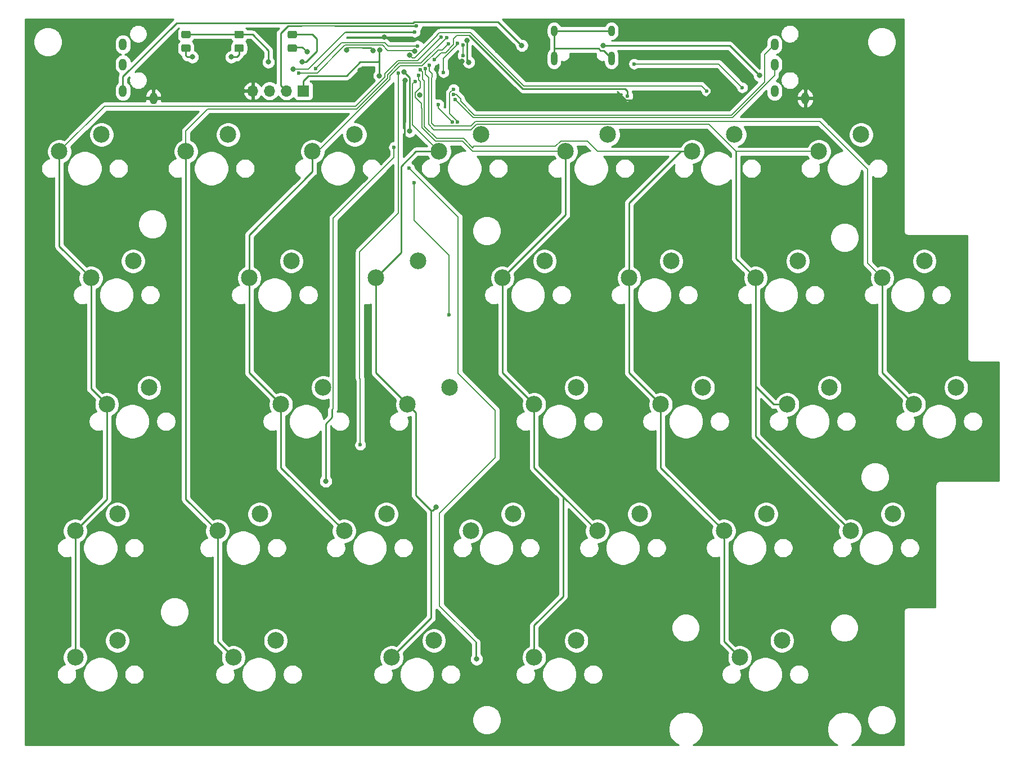
<source format=gbr>
%TF.GenerationSoftware,KiCad,Pcbnew,5.1.10*%
%TF.CreationDate,2021-08-04T23:16:11+02:00*%
%TF.ProjectId,keyboard,6b657962-6f61-4726-942e-6b696361645f,rev?*%
%TF.SameCoordinates,Original*%
%TF.FileFunction,Copper,L1,Top*%
%TF.FilePolarity,Positive*%
%FSLAX46Y46*%
G04 Gerber Fmt 4.6, Leading zero omitted, Abs format (unit mm)*
G04 Created by KiCad (PCBNEW 5.1.10) date 2021-08-04 23:16:11*
%MOMM*%
%LPD*%
G01*
G04 APERTURE LIST*
%TA.AperFunction,ComponentPad*%
%ADD10O,1.200000X1.800000*%
%TD*%
%TA.AperFunction,ComponentPad*%
%ADD11O,1.700000X1.700000*%
%TD*%
%TA.AperFunction,ComponentPad*%
%ADD12R,1.700000X1.700000*%
%TD*%
%TA.AperFunction,ComponentPad*%
%ADD13O,1.000000X2.100000*%
%TD*%
%TA.AperFunction,ComponentPad*%
%ADD14O,1.000000X1.600000*%
%TD*%
%TA.AperFunction,ComponentPad*%
%ADD15C,2.500000*%
%TD*%
%TA.AperFunction,ViaPad*%
%ADD16C,0.600000*%
%TD*%
%TA.AperFunction,ViaPad*%
%ADD17C,0.800000*%
%TD*%
%TA.AperFunction,Conductor*%
%ADD18C,0.200000*%
%TD*%
%TA.AperFunction,Conductor*%
%ADD19C,0.250000*%
%TD*%
%TA.AperFunction,Conductor*%
%ADD20C,0.254000*%
%TD*%
%TA.AperFunction,Conductor*%
%ADD21C,0.150000*%
%TD*%
G04 APERTURE END LIST*
%TO.P,LD3,2*%
%TO.N,+3V3*%
%TA.AperFunction,SMDPad,CuDef*%
G36*
G01*
X111042601Y-48089600D02*
X110142599Y-48089600D01*
G75*
G02*
X109892600Y-47839601I0J249999D01*
G01*
X109892600Y-47189599D01*
G75*
G02*
X110142599Y-46939600I249999J0D01*
G01*
X111042601Y-46939600D01*
G75*
G02*
X111292600Y-47189599I0J-249999D01*
G01*
X111292600Y-47839601D01*
G75*
G02*
X111042601Y-48089600I-249999J0D01*
G01*
G37*
%TD.AperFunction*%
%TO.P,LD3,1*%
%TO.N,Net-(LD3-Pad1)*%
%TA.AperFunction,SMDPad,CuDef*%
G36*
G01*
X111042601Y-50139600D02*
X110142599Y-50139600D01*
G75*
G02*
X109892600Y-49889601I0J249999D01*
G01*
X109892600Y-49239599D01*
G75*
G02*
X110142599Y-48989600I249999J0D01*
G01*
X111042601Y-48989600D01*
G75*
G02*
X111292600Y-49239599I0J-249999D01*
G01*
X111292600Y-49889601D01*
G75*
G02*
X111042601Y-50139600I-249999J0D01*
G01*
G37*
%TD.AperFunction*%
%TD*%
%TO.P,LD2,2*%
%TO.N,+3V3*%
%TA.AperFunction,SMDPad,CuDef*%
G36*
G01*
X103042601Y-48089600D02*
X102142599Y-48089600D01*
G75*
G02*
X101892600Y-47839601I0J249999D01*
G01*
X101892600Y-47189599D01*
G75*
G02*
X102142599Y-46939600I249999J0D01*
G01*
X103042601Y-46939600D01*
G75*
G02*
X103292600Y-47189599I0J-249999D01*
G01*
X103292600Y-47839601D01*
G75*
G02*
X103042601Y-48089600I-249999J0D01*
G01*
G37*
%TD.AperFunction*%
%TO.P,LD2,1*%
%TO.N,Net-(LD2-Pad1)*%
%TA.AperFunction,SMDPad,CuDef*%
G36*
G01*
X103042601Y-50139600D02*
X102142599Y-50139600D01*
G75*
G02*
X101892600Y-49889601I0J249999D01*
G01*
X101892600Y-49239599D01*
G75*
G02*
X102142599Y-48989600I249999J0D01*
G01*
X103042601Y-48989600D01*
G75*
G02*
X103292600Y-49239599I0J-249999D01*
G01*
X103292600Y-49889601D01*
G75*
G02*
X103042601Y-50139600I-249999J0D01*
G01*
G37*
%TD.AperFunction*%
%TD*%
%TO.P,LD1,1*%
%TO.N,Net-(LD1-Pad1)*%
%TA.AperFunction,SMDPad,CuDef*%
G36*
G01*
X95042601Y-50139600D02*
X94142599Y-50139600D01*
G75*
G02*
X93892600Y-49889601I0J249999D01*
G01*
X93892600Y-49239599D01*
G75*
G02*
X94142599Y-48989600I249999J0D01*
G01*
X95042601Y-48989600D01*
G75*
G02*
X95292600Y-49239599I0J-249999D01*
G01*
X95292600Y-49889601D01*
G75*
G02*
X95042601Y-50139600I-249999J0D01*
G01*
G37*
%TD.AperFunction*%
%TO.P,LD1,2*%
%TO.N,+3V3*%
%TA.AperFunction,SMDPad,CuDef*%
G36*
G01*
X95042601Y-48089600D02*
X94142599Y-48089600D01*
G75*
G02*
X93892600Y-47839601I0J249999D01*
G01*
X93892600Y-47189599D01*
G75*
G02*
X94142599Y-46939600I249999J0D01*
G01*
X95042601Y-46939600D01*
G75*
G02*
X95292600Y-47189599I0J-249999D01*
G01*
X95292600Y-47839601D01*
G75*
G02*
X95042601Y-48089600I-249999J0D01*
G01*
G37*
%TD.AperFunction*%
%TD*%
D10*
%TO.P,J4,R2*%
%TO.N,/RIGHT_TX*%
X183177200Y-49017000D03*
%TO.P,J4,R1*%
%TO.N,/RIGHT_RX*%
X183177200Y-52017000D03*
%TO.P,J4,T*%
%TO.N,+5V*%
X183177200Y-56017000D03*
%TO.P,J4,S*%
%TO.N,GND*%
X187777200Y-57117000D03*
%TD*%
%TO.P,J3,S*%
%TO.N,GND*%
X89707800Y-57117000D03*
%TO.P,J3,T*%
%TO.N,+5V*%
X85107800Y-56017000D03*
%TO.P,J3,R1*%
%TO.N,/LEFT_TX*%
X85107800Y-52017000D03*
%TO.P,J3,R2*%
%TO.N,/LEFT_RX*%
X85107800Y-49017000D03*
%TD*%
D11*
%TO.P,J2,4*%
%TO.N,GND*%
X104648000Y-56007000D03*
%TO.P,J2,3*%
%TO.N,/SWDCLK*%
X107188000Y-56007000D03*
%TO.P,J2,2*%
%TO.N,/SWDIO*%
X109728000Y-56007000D03*
D12*
%TO.P,J2,1*%
%TO.N,+3V3*%
X112268000Y-56007000D03*
%TD*%
D13*
%TO.P,J1,S1*%
%TO.N,Net-(J1-PadS1)*%
X158639001Y-51163999D03*
X149999001Y-51163999D03*
D14*
X149999001Y-46983999D03*
X158639001Y-46983999D03*
%TD*%
D15*
%TO.P,SW9,2*%
%TO.N,N$9*%
X110471000Y-81642000D03*
%TO.P,SW9,1*%
%TO.N,COL2*%
X104121000Y-84182000D03*
%TD*%
%TO.P,SW8,2*%
%TO.N,N$8*%
X86658500Y-81642000D03*
%TO.P,SW8,1*%
%TO.N,COL0*%
X80308500Y-84182000D03*
%TD*%
%TO.P,SW7,2*%
%TO.N,N$7*%
X196196000Y-62592000D03*
%TO.P,SW7,1*%
%TO.N,COL6*%
X189846000Y-65132000D03*
%TD*%
%TO.P,SW6,2*%
%TO.N,N$6*%
X177146000Y-62592000D03*
%TO.P,SW6,1*%
%TO.N,COL5*%
X170796000Y-65132000D03*
%TD*%
%TO.P,SW5,2*%
%TO.N,N$5*%
X158096000Y-62592000D03*
%TO.P,SW5,1*%
%TO.N,COL4*%
X151746000Y-65132000D03*
%TD*%
%TO.P,SW4,2*%
%TO.N,N$4*%
X139046000Y-62592000D03*
%TO.P,SW4,1*%
%TO.N,COL3*%
X132696000Y-65132000D03*
%TD*%
%TO.P,SW33,2*%
%TO.N,N$33*%
X184289750Y-138792000D03*
%TO.P,SW33,1*%
%TO.N,COL5*%
X177939750Y-141332000D03*
%TD*%
%TO.P,SW32,2*%
%TO.N,N$32*%
X153333500Y-138792000D03*
%TO.P,SW32,1*%
%TO.N,COL4*%
X146983500Y-141332000D03*
%TD*%
%TO.P,SW31,2*%
%TO.N,N$31*%
X131902250Y-138792000D03*
%TO.P,SW31,1*%
%TO.N,COL3*%
X125552250Y-141332000D03*
%TD*%
%TO.P,SW30,2*%
%TO.N,N$30*%
X108089750Y-138792000D03*
%TO.P,SW30,1*%
%TO.N,COL1*%
X101739750Y-141332000D03*
%TD*%
%TO.P,SW3,2*%
%TO.N,N$3*%
X119996000Y-62592000D03*
%TO.P,SW3,1*%
%TO.N,COL2*%
X113646000Y-65132000D03*
%TD*%
%TO.P,SW29,2*%
%TO.N,N$29*%
X84277250Y-138792000D03*
%TO.P,SW29,1*%
%TO.N,COL0*%
X77927250Y-141332000D03*
%TD*%
%TO.P,SW28,2*%
%TO.N,N$28*%
X200958500Y-119742000D03*
%TO.P,SW28,1*%
%TO.N,COL6*%
X194608500Y-122282000D03*
%TD*%
%TO.P,SW27,2*%
%TO.N,N$27*%
X181908500Y-119742000D03*
%TO.P,SW27,1*%
%TO.N,COL5*%
X175558500Y-122282000D03*
%TD*%
%TO.P,SW26,2*%
%TO.N,N$26*%
X162858500Y-119742000D03*
%TO.P,SW26,1*%
%TO.N,COL4*%
X156508500Y-122282000D03*
%TD*%
%TO.P,SW25,2*%
%TO.N,N$25*%
X143808500Y-119742000D03*
%TO.P,SW25,1*%
%TO.N,COL3*%
X137458500Y-122282000D03*
%TD*%
%TO.P,SW24,2*%
%TO.N,N$24*%
X124758500Y-119742000D03*
%TO.P,SW24,1*%
%TO.N,COL2*%
X118408500Y-122282000D03*
%TD*%
%TO.P,SW23,2*%
%TO.N,N$23*%
X105708500Y-119742000D03*
%TO.P,SW23,1*%
%TO.N,COL1*%
X99358500Y-122282000D03*
%TD*%
%TO.P,SW22,2*%
%TO.N,N$22*%
X84277250Y-119742000D03*
%TO.P,SW22,1*%
%TO.N,COL0*%
X77927250Y-122282000D03*
%TD*%
%TO.P,SW21,2*%
%TO.N,N$21*%
X210483500Y-100692000D03*
%TO.P,SW21,1*%
%TO.N,COL7*%
X204133500Y-103232000D03*
%TD*%
%TO.P,SW20,2*%
%TO.N,N$20*%
X191433500Y-100692000D03*
%TO.P,SW20,1*%
%TO.N,COL6*%
X185083500Y-103232000D03*
%TD*%
%TO.P,SW2,2*%
%TO.N,N$2*%
X100946000Y-62592000D03*
%TO.P,SW2,1*%
%TO.N,COL1*%
X94596000Y-65132000D03*
%TD*%
%TO.P,SW19,2*%
%TO.N,N$19*%
X172383500Y-100692000D03*
%TO.P,SW19,1*%
%TO.N,COL5*%
X166033500Y-103232000D03*
%TD*%
%TO.P,SW18,2*%
%TO.N,N$18*%
X153333500Y-100692000D03*
%TO.P,SW18,1*%
%TO.N,COL4*%
X146983500Y-103232000D03*
%TD*%
%TO.P,SW17,2*%
%TO.N,N$17*%
X134283500Y-100692000D03*
%TO.P,SW17,1*%
%TO.N,COL3*%
X127933500Y-103232000D03*
%TD*%
%TO.P,SW16,2*%
%TO.N,N$16*%
X115233500Y-100692000D03*
%TO.P,SW16,1*%
%TO.N,COL2*%
X108883500Y-103232000D03*
%TD*%
%TO.P,SW15,2*%
%TO.N,N$15*%
X89039750Y-100692000D03*
%TO.P,SW15,1*%
%TO.N,COL0*%
X82689750Y-103232000D03*
%TD*%
%TO.P,SW14,2*%
%TO.N,N$14*%
X205721000Y-81642000D03*
%TO.P,SW14,1*%
%TO.N,COL7*%
X199371000Y-84182000D03*
%TD*%
%TO.P,SW13,2*%
%TO.N,N$13*%
X186671000Y-81642000D03*
%TO.P,SW13,1*%
%TO.N,COL6*%
X180321000Y-84182000D03*
%TD*%
%TO.P,SW12,2*%
%TO.N,N$12*%
X167621000Y-81642000D03*
%TO.P,SW12,1*%
%TO.N,COL5*%
X161271000Y-84182000D03*
%TD*%
%TO.P,SW11,2*%
%TO.N,N$11*%
X148571000Y-81642000D03*
%TO.P,SW11,1*%
%TO.N,COL4*%
X142221000Y-84182000D03*
%TD*%
%TO.P,SW10,2*%
%TO.N,N$10*%
X129521000Y-81642000D03*
%TO.P,SW10,1*%
%TO.N,COL3*%
X123171000Y-84182000D03*
%TD*%
%TO.P,SW1,2*%
%TO.N,N$1*%
X81896000Y-62592000D03*
%TO.P,SW1,1*%
%TO.N,COL0*%
X75546000Y-65132000D03*
%TD*%
D16*
%TO.N,COL0*%
X133025771Y-47865937D03*
%TO.N,COL1*%
X133812282Y-48012238D03*
%TO.N,COL2*%
X134112000Y-48895000D03*
%TO.N,COL3*%
X129060729Y-54582608D03*
D17*
X132264200Y-118715000D03*
D16*
%TO.N,COL4*%
X129608121Y-53631138D03*
%TO.N,COL5*%
X129832606Y-52839955D03*
%TO.N,COL6*%
X130608131Y-52630618D03*
%TO.N,COL7*%
X131237765Y-52137096D03*
%TO.N,ROW0*%
X134874000Y-55753000D03*
X135477203Y-60676000D03*
%TO.N,ROW1*%
X132588000Y-58039000D03*
X134677200Y-60676000D03*
X128962200Y-69820000D03*
X134169200Y-89759000D03*
%TO.N,ROW2*%
X126563062Y-53323862D03*
X120834200Y-109317000D03*
%TO.N,ROW3*%
X125914200Y-64486000D03*
D17*
X115627200Y-114778000D03*
D16*
%TO.N,ROW4*%
X128200200Y-67661000D03*
D17*
X138334800Y-141575000D03*
%TO.N,GND*%
X159766000Y-54229000D03*
X159766000Y-54229000D03*
X161798000Y-53721000D03*
X148082000Y-52451000D03*
X147574000Y-48895000D03*
X124423000Y-47879000D03*
X141478000Y-49911000D03*
X136122978Y-51552870D03*
X129798988Y-56611863D03*
X120834200Y-52929000D03*
X127565200Y-54453000D03*
X128835200Y-63724000D03*
%TO.N,+3V3*%
X123698000Y-53721000D03*
X136906000Y-48387000D03*
X137160000Y-51689000D03*
D16*
X162052000Y-51943000D03*
X178308000Y-55499000D03*
D17*
X123731879Y-49832692D03*
X112071200Y-51659000D03*
X106991200Y-51659000D03*
X127451627Y-53180839D03*
X128245157Y-62075717D03*
D16*
%TO.N,/NRST*%
X131941874Y-51296874D03*
X161036000Y-56769000D03*
D17*
%TO.N,+5V*%
X157347818Y-49181382D03*
X180905200Y-53691000D03*
X145143253Y-49171053D03*
D16*
%TO.N,/SWDCLK*%
X133350000Y-53213000D03*
X135474000Y-48876558D03*
X129032000Y-47117000D03*
D17*
X110744000Y-52705000D03*
D16*
%TO.N,/SWDIO*%
X129286000Y-46218000D03*
X136281000Y-49057000D03*
X136281000Y-50666849D03*
D17*
%TO.N,/LEFT_TX*%
X129035644Y-50020794D03*
D16*
X111563200Y-53305000D03*
%TO.N,/LEFT_RX*%
X129448000Y-49220816D03*
X114103200Y-52675000D03*
%TO.N,/RIGHT_TX*%
X134898263Y-56577266D03*
%TO.N,/RIGHT_RX*%
X135147814Y-57337350D03*
D17*
%TO.N,Net-(LD1-Pad1)*%
X95561200Y-50897000D03*
%TO.N,Net-(LD2-Pad1)*%
X101403200Y-50897000D03*
%TO.N,Net-(LD3-Pad1)*%
X112833200Y-50135000D03*
%TO.N,/BOOT1*%
X128246485Y-50634986D03*
D16*
X172974000Y-56007000D03*
D17*
%TO.N,/LED2*%
X122734008Y-49897950D03*
X118801621Y-49857512D03*
%TD*%
D18*
%TO.N,COL0*%
X82360990Y-58317010D02*
X75546000Y-65132000D01*
X124517200Y-53937802D02*
X120137992Y-58317010D01*
X124517200Y-53389798D02*
X124517200Y-53937802D01*
X120137992Y-58317010D02*
X82360990Y-58317010D01*
X126471998Y-51435000D02*
X124517200Y-53389798D01*
X129456708Y-51435000D02*
X126471998Y-51435000D01*
X133025771Y-47865937D02*
X129456708Y-51435000D01*
D19*
X75546000Y-79419500D02*
X80308500Y-84182000D01*
X75546000Y-65132000D02*
X75546000Y-79419500D01*
X80308500Y-100850750D02*
X82689750Y-103232000D01*
X80308500Y-84182000D02*
X80308500Y-100850750D01*
X82689750Y-117519500D02*
X77927250Y-122282000D01*
X82689750Y-103232000D02*
X82689750Y-117519500D01*
X77927250Y-122282000D02*
X77927250Y-141332000D01*
D18*
%TO.N,COL1*%
X120303681Y-58717020D02*
X97901180Y-58717020D01*
X97901180Y-58717020D02*
X94596000Y-62022200D01*
X124682888Y-54337812D02*
X120303681Y-58717020D01*
X94596000Y-62022200D02*
X94596000Y-65132000D01*
X124917210Y-54103490D02*
X124682888Y-54337812D01*
X126637686Y-51835010D02*
X124917210Y-53555486D01*
X129989510Y-51835010D02*
X126637686Y-51835010D01*
X124917210Y-53555486D02*
X124917210Y-54103490D01*
X133812282Y-48012238D02*
X129989510Y-51835010D01*
D19*
X94596000Y-117519500D02*
X99358500Y-122282000D01*
X94596000Y-65132000D02*
X94596000Y-117519500D01*
X99358500Y-138950750D02*
X101739750Y-141332000D01*
X99358500Y-122282000D02*
X99358500Y-138950750D01*
D18*
%TO.N,COL2*%
X114454399Y-65132000D02*
X113646000Y-65132000D01*
X125317220Y-54269179D02*
X114454399Y-65132000D01*
X126803374Y-52235020D02*
X125317220Y-53721174D01*
X130155199Y-52235020D02*
X126803374Y-52235020D01*
X132533609Y-49856609D02*
X130155199Y-52235020D01*
X133150391Y-49856609D02*
X132533609Y-49856609D01*
X125317220Y-53721174D02*
X125317220Y-54269179D01*
X134112000Y-48895000D02*
X133150391Y-49856609D01*
D19*
X104121000Y-77703002D02*
X104121000Y-84182000D01*
X113646000Y-68178002D02*
X104121000Y-77703002D01*
X113646000Y-65132000D02*
X113646000Y-68178002D01*
X104121000Y-98469500D02*
X108883500Y-103232000D01*
X104121000Y-84182000D02*
X104121000Y-98469500D01*
X108883500Y-112757000D02*
X118408500Y-122282000D01*
X108883500Y-103232000D02*
X108883500Y-112757000D01*
D18*
%TO.N,COL3*%
X128689677Y-61125677D02*
X128791600Y-61227600D01*
X128698977Y-54944360D02*
X128698977Y-61134977D01*
X129060729Y-54582608D02*
X128698977Y-54944360D01*
X128918600Y-61354600D02*
X132696000Y-65132000D01*
X128698977Y-61134977D02*
X128918600Y-61354600D01*
X128791600Y-61227600D02*
X128918600Y-61354600D01*
D19*
X132696000Y-65132000D02*
X129205200Y-65132000D01*
X126988072Y-80364928D02*
X123171000Y-84182000D01*
X126988072Y-67349128D02*
X126988072Y-80364928D01*
X129205200Y-65132000D02*
X126988072Y-67349128D01*
X123171000Y-98469500D02*
X127933500Y-103232000D01*
X123171000Y-84182000D02*
X123171000Y-98469500D01*
X129183499Y-104481999D02*
X129183499Y-116904299D01*
X127933500Y-103232000D02*
X129183499Y-104481999D01*
X129183499Y-116904299D02*
X131502200Y-119223000D01*
X131502200Y-135382050D02*
X125552250Y-141332000D01*
X131502200Y-119223000D02*
X131502200Y-135382050D01*
X131756200Y-119223000D02*
X132264200Y-118715000D01*
X131502200Y-119223000D02*
X131756200Y-119223000D01*
D18*
%TO.N,COL4*%
X132122199Y-63581999D02*
X136186199Y-63581999D01*
X136186199Y-63581999D02*
X137736200Y-65132000D01*
X130098979Y-61558779D02*
X132122199Y-63581999D01*
X130033123Y-58571923D02*
X130098979Y-58637779D01*
X129098987Y-56947864D02*
X130033123Y-57882000D01*
X137736200Y-65132000D02*
X151746000Y-65132000D01*
X130033123Y-57882000D02*
X130033123Y-58571923D01*
X129098987Y-56275862D02*
X129098987Y-56947864D01*
X130098979Y-58637779D02*
X130098979Y-61558779D01*
X129851200Y-55523649D02*
X129098987Y-56275862D01*
X129851200Y-54580000D02*
X129851200Y-55523649D01*
X129608121Y-54336921D02*
X129851200Y-54580000D01*
X129608121Y-53631138D02*
X129608121Y-54336921D01*
D19*
X151746000Y-74657000D02*
X142221000Y-84182000D01*
X151746000Y-65132000D02*
X151746000Y-74657000D01*
X142221000Y-98469500D02*
X146983500Y-103232000D01*
X142221000Y-84182000D02*
X142221000Y-98469500D01*
X146983500Y-103232000D02*
X146983500Y-112757000D01*
X151365850Y-117139350D02*
X151365850Y-132125350D01*
X146983500Y-112757000D02*
X151365850Y-117139350D01*
X151365850Y-117139350D02*
X156508500Y-122282000D01*
X146983500Y-136507700D02*
X146983500Y-141332000D01*
X151365850Y-132125350D02*
X146983500Y-136507700D01*
D18*
%TO.N,COL5*%
X130498989Y-54520344D02*
X130498989Y-61393091D01*
X136351888Y-63181989D02*
X137725200Y-64555302D01*
X132287887Y-63181989D02*
X136351888Y-63181989D01*
X130498989Y-61393091D02*
X132287887Y-63181989D01*
X150224998Y-64359000D02*
X151001999Y-63581999D01*
X137921502Y-64359000D02*
X150224998Y-64359000D01*
X151001999Y-63581999D02*
X154982199Y-63581999D01*
X137725200Y-64555302D02*
X137921502Y-64359000D01*
X156532200Y-65132000D02*
X170796000Y-65132000D01*
X154982199Y-63581999D02*
X156532200Y-65132000D01*
X130208121Y-54229476D02*
X130498989Y-54520344D01*
X130208121Y-53158921D02*
X130208121Y-54229476D01*
X129889155Y-52839955D02*
X130208121Y-53158921D01*
X129832606Y-52839955D02*
X129889155Y-52839955D01*
D19*
X161271000Y-72889234D02*
X161271000Y-84182000D01*
X169028234Y-65132000D02*
X161271000Y-72889234D01*
X170796000Y-65132000D02*
X169028234Y-65132000D01*
X161271000Y-98469500D02*
X166033500Y-103232000D01*
X161271000Y-84182000D02*
X161271000Y-98469500D01*
X166033500Y-112757000D02*
X175558500Y-122282000D01*
X166033500Y-103232000D02*
X166033500Y-112757000D01*
X175558500Y-138950750D02*
X177939750Y-141332000D01*
X175558500Y-122282000D02*
X175558500Y-138950750D01*
D18*
%TO.N,COL6*%
X138301999Y-61041999D02*
X173301997Y-61041999D01*
X137495999Y-61847999D02*
X138301999Y-61041999D01*
X177391998Y-65132000D02*
X189846000Y-65132000D01*
X131912199Y-61847999D02*
X137495999Y-61847999D01*
X173301997Y-61041999D02*
X177391998Y-65132000D01*
X131121200Y-61057000D02*
X131912199Y-61847999D01*
X131121200Y-54029442D02*
X131121200Y-61057000D01*
X130608131Y-53516373D02*
X131121200Y-54029442D01*
X130608131Y-52630618D02*
X130608131Y-53516373D01*
D19*
X177391998Y-81252998D02*
X180321000Y-84182000D01*
X177391998Y-65132000D02*
X177391998Y-81252998D01*
X183049502Y-103232000D02*
X185083500Y-103232000D01*
X180321000Y-100503498D02*
X183049502Y-103232000D01*
X180321000Y-84182000D02*
X180321000Y-100503498D01*
X180321000Y-107994500D02*
X194608500Y-122282000D01*
X180321000Y-100503498D02*
X180321000Y-107994500D01*
D18*
%TO.N,COL7*%
X197161200Y-81972200D02*
X199371000Y-84182000D01*
X197161200Y-67836202D02*
X197161200Y-81972200D01*
X190650189Y-61325191D02*
X197161200Y-67836202D01*
X137467300Y-61311000D02*
X138136310Y-60641989D01*
X131940898Y-61311000D02*
X137467300Y-61311000D01*
X131521210Y-60891312D02*
X131940898Y-61311000D01*
X131521210Y-54052990D02*
X131521210Y-60891312D01*
X131629200Y-53945000D02*
X131521210Y-54052990D01*
X131629200Y-53415923D02*
X131629200Y-53945000D01*
X190639413Y-61325191D02*
X189956211Y-60641989D01*
X190650189Y-61325191D02*
X190639413Y-61325191D01*
X138136310Y-60641989D02*
X189956211Y-60641989D01*
D19*
X199371000Y-98469500D02*
X204133500Y-103232000D01*
X199371000Y-84182000D02*
X199371000Y-98469500D01*
D18*
X131237765Y-53024488D02*
X131629200Y-53415923D01*
X131237765Y-52137096D02*
X131237765Y-53024488D01*
%TO.N,ROW0*%
X135477203Y-60588001D02*
X135477203Y-60676000D01*
X134298262Y-59409060D02*
X135477203Y-60588001D01*
X134298262Y-56328738D02*
X134298262Y-59409060D01*
X134874000Y-55753000D02*
X134298262Y-56328738D01*
%TO.N,ROW1*%
X132588000Y-58586800D02*
X134677200Y-60676000D01*
X132588000Y-58039000D02*
X132588000Y-58586800D01*
X128962200Y-69820000D02*
X128962200Y-75535000D01*
X134169200Y-80742000D02*
X134169200Y-89759000D01*
X128962200Y-75535000D02*
X134169200Y-80742000D01*
%TO.N,ROW2*%
X126563062Y-53323862D02*
X126563062Y-74378138D01*
X120725999Y-80215201D02*
X120725999Y-99265201D01*
X126563062Y-74378138D02*
X120725999Y-80215201D01*
X120834200Y-99373402D02*
X120834200Y-109317000D01*
X120725999Y-99265201D02*
X120834200Y-99373402D01*
%TO.N,ROW3*%
X116783501Y-75163501D02*
X116783501Y-103842699D01*
X125914200Y-66032802D02*
X116783501Y-75163501D01*
X125914200Y-64486000D02*
X125914200Y-66032802D01*
X116783501Y-103842699D02*
X116598499Y-104027701D01*
D19*
X115627200Y-106142298D02*
X115627200Y-114778000D01*
X116598499Y-105170999D02*
X115627200Y-106142298D01*
X116598499Y-104027701D02*
X116598499Y-105170999D01*
D18*
%TO.N,ROW4*%
X128200200Y-67661000D02*
X135566200Y-75027000D01*
X135566200Y-75027000D02*
X135566200Y-98522000D01*
X135566200Y-98522000D02*
X141154200Y-104110000D01*
X141154200Y-104110000D02*
X141154200Y-111222000D01*
X141154200Y-111222000D02*
X132772200Y-119604000D01*
X132772200Y-119604000D02*
X132772200Y-133574000D01*
X132772200Y-133574000D02*
X138233200Y-139035000D01*
D19*
X138233200Y-141473400D02*
X138334800Y-141575000D01*
X138233200Y-139035000D02*
X138233200Y-141473400D01*
%TO.N,GND*%
X160735999Y-57394001D02*
X159488006Y-56146008D01*
X173599001Y-56307001D02*
X172512001Y-57394001D01*
X173599001Y-55706999D02*
X173599001Y-56307001D01*
X172512001Y-57394001D02*
X160735999Y-57394001D01*
X172121002Y-54229000D02*
X173599001Y-55706999D01*
X159766000Y-54229000D02*
X172121002Y-54229000D01*
X127565200Y-54453000D02*
X127565200Y-60676000D01*
X127520156Y-60721044D02*
X127520156Y-63805956D01*
X127565200Y-60676000D02*
X127520156Y-60721044D01*
%TO.N,+3V3*%
X136906000Y-51435000D02*
X137160000Y-51689000D01*
X136906000Y-48387000D02*
X136906000Y-51435000D01*
D18*
X174752000Y-51943000D02*
X178308000Y-55499000D01*
X162052000Y-51943000D02*
X174752000Y-51943000D01*
D19*
X123698000Y-49866571D02*
X123731879Y-49832692D01*
X112268000Y-54483000D02*
X112268000Y-56007000D01*
X113030000Y-53721000D02*
X112268000Y-54483000D01*
X106991200Y-49913200D02*
X104592600Y-47514600D01*
X106991200Y-51659000D02*
X106991200Y-49913200D01*
X104592600Y-47514600D02*
X94592600Y-47514600D01*
X123698000Y-51474800D02*
X123513800Y-51659000D01*
X123698000Y-53721000D02*
X123698000Y-51474800D01*
X123698000Y-51474800D02*
X123698000Y-49866571D01*
X123513800Y-51659000D02*
X120834200Y-51659000D01*
X118772200Y-53721000D02*
X113030000Y-53721000D01*
X120834200Y-51659000D02*
X118772200Y-53721000D01*
X128245157Y-54846045D02*
X128245157Y-62075717D01*
X128290201Y-54801001D02*
X128245157Y-54846045D01*
X128290201Y-54019413D02*
X128290201Y-54801001D01*
X127451627Y-53180839D02*
X128290201Y-54019413D01*
X112636885Y-51659000D02*
X114276600Y-50019285D01*
X112071200Y-51659000D02*
X112636885Y-51659000D01*
X114276600Y-50019285D02*
X114276600Y-48158600D01*
X113632600Y-47514600D02*
X110592600Y-47514600D01*
X114276600Y-48158600D02*
X113632600Y-47514600D01*
%TO.N,/NRST*%
X137254001Y-47661999D02*
X145288000Y-55695998D01*
X145288000Y-55695998D02*
X160724998Y-55695998D01*
X161036000Y-56007000D02*
X161036000Y-56769000D01*
X160724998Y-55695998D02*
X161036000Y-56007000D01*
D18*
X131941874Y-51296874D02*
X132982129Y-50256619D01*
X133638383Y-50256619D02*
X134874000Y-49021002D01*
X132982129Y-50256619D02*
X133638383Y-50256619D01*
X134874000Y-48133000D02*
X135370001Y-47636999D01*
X134874000Y-49021002D02*
X134874000Y-48133000D01*
X137171999Y-47636999D02*
X136640001Y-47636999D01*
X137254001Y-47661999D02*
X137196999Y-47661999D01*
X137196999Y-47661999D02*
X137171999Y-47636999D01*
X136640001Y-47636999D02*
X136652000Y-47636999D01*
X135370001Y-47636999D02*
X136640001Y-47636999D01*
D19*
%TO.N,+5V*%
X176395582Y-49181382D02*
X180905200Y-53691000D01*
X157347818Y-49181382D02*
X176395582Y-49181382D01*
X128932201Y-45592999D02*
X128757210Y-45767990D01*
X141565199Y-45592999D02*
X128932201Y-45592999D01*
X145143253Y-49171053D02*
X141565199Y-45592999D01*
X128757210Y-45767990D02*
X93197210Y-45767990D01*
X85107800Y-53857400D02*
X85107800Y-56017000D01*
X93197210Y-45767990D02*
X85107800Y-53857400D01*
%TO.N,Net-(J1-PadS1)*%
X158639001Y-46983999D02*
X149999001Y-46983999D01*
X158639001Y-51101997D02*
X158639001Y-51163999D01*
X157443387Y-49906383D02*
X158639001Y-51101997D01*
X156999817Y-49906383D02*
X157443387Y-49906383D01*
X156675235Y-49581801D02*
X156999817Y-49906383D01*
X149999001Y-49581801D02*
X156675235Y-49581801D01*
X149999001Y-46983999D02*
X149999001Y-49581801D01*
X149999001Y-49581801D02*
X149999001Y-51163999D01*
D18*
%TO.N,/SWDCLK*%
X135474000Y-48986700D02*
X135474000Y-48876558D01*
X133350000Y-51110700D02*
X135474000Y-48986700D01*
X133350000Y-53213000D02*
X133350000Y-51110700D01*
D19*
X129032000Y-47117000D02*
X118618000Y-47117000D01*
D18*
X113030000Y-52705000D02*
X110744000Y-52705000D01*
X118618000Y-47117000D02*
X113030000Y-52705000D01*
%TO.N,/SWDIO*%
X136281000Y-50282000D02*
X136281000Y-49057000D01*
D19*
X129286000Y-46218000D02*
X116977000Y-46218000D01*
D18*
X136281000Y-50666849D02*
X136281000Y-50282000D01*
X116977000Y-46218000D02*
X111975000Y-46218000D01*
D19*
X111975000Y-46218000D02*
X109994200Y-46218000D01*
X108878001Y-55157001D02*
X109728000Y-56007000D01*
X108878001Y-47334199D02*
X108878001Y-55157001D01*
X109994200Y-46218000D02*
X108878001Y-47334199D01*
D18*
%TO.N,/LEFT_TX*%
X124991985Y-49934985D02*
X124189691Y-49132691D01*
X128582486Y-49934985D02*
X124991985Y-49934985D01*
X128668295Y-50020794D02*
X128582486Y-49934985D01*
X129035644Y-50020794D02*
X128668295Y-50020794D01*
X118214187Y-49454995D02*
X118536491Y-49132691D01*
X118211207Y-49454995D02*
X118214187Y-49454995D01*
X114370212Y-53295990D02*
X118211207Y-49454995D01*
X111563200Y-53305000D02*
X111572210Y-53295990D01*
X111572210Y-53295990D02*
X114370212Y-53295990D01*
X124189691Y-49132691D02*
X118536491Y-49132691D01*
%TO.N,/LEFT_RX*%
X125039816Y-49220816D02*
X124968000Y-49149000D01*
X129448000Y-49220816D02*
X125039816Y-49220816D01*
X118045519Y-48732681D02*
X114103200Y-52675000D01*
X124551681Y-48732681D02*
X118045519Y-48732681D01*
X124968000Y-49149000D02*
X124551681Y-48732681D01*
%TO.N,/RIGHT_TX*%
X135947200Y-57201939D02*
X135947200Y-57571038D01*
X135322527Y-56577266D02*
X135947200Y-57201939D01*
X134898263Y-56577266D02*
X135322527Y-56577266D01*
X135947200Y-57571038D02*
X138017152Y-59640990D01*
X138017152Y-59640990D02*
X176675512Y-59640990D01*
X176675512Y-59640990D02*
X181667200Y-54649302D01*
X181667200Y-50527000D02*
X183177200Y-49017000D01*
X181667200Y-54649302D02*
X181667200Y-50527000D01*
%TO.N,/RIGHT_RX*%
X135147814Y-57337350D02*
X137851464Y-60041000D01*
X137851464Y-60041000D02*
X176841200Y-60041000D01*
X183177200Y-53705000D02*
X183177200Y-52017000D01*
X176841200Y-60041000D02*
X183177200Y-53705000D01*
D19*
%TO.N,Net-(LD1-Pad1)*%
X95561200Y-50897000D02*
X94799200Y-50897000D01*
X94592600Y-50690400D02*
X94592600Y-49564600D01*
X94799200Y-50897000D02*
X94592600Y-50690400D01*
%TO.N,Net-(LD2-Pad1)*%
X101403200Y-50897000D02*
X102267200Y-50897000D01*
X102267200Y-50897000D02*
X102592600Y-50571600D01*
X102592600Y-50571600D02*
X102592600Y-49564600D01*
%TO.N,Net-(LD3-Pad1)*%
X112833200Y-50135000D02*
X112126800Y-49428600D01*
X110728600Y-49428600D02*
X110592600Y-49564600D01*
X112126800Y-49428600D02*
X110728600Y-49428600D01*
D18*
%TO.N,/BOOT1*%
X132766717Y-47236989D02*
X137430045Y-47236989D01*
X132425770Y-47577936D02*
X132766717Y-47236989D01*
X132425770Y-47666670D02*
X132425770Y-47577936D01*
X129057455Y-51034985D02*
X132425770Y-47666670D01*
X128646484Y-51034985D02*
X129057455Y-51034985D01*
X128246485Y-50634986D02*
X128646484Y-51034985D01*
X145464044Y-55270988D02*
X172237988Y-55270988D01*
X137430045Y-47236989D02*
X145464044Y-55270988D01*
X172237988Y-55270988D02*
X172974000Y-56007000D01*
D19*
%TO.N,/LED2*%
X122734008Y-49897950D02*
X122393759Y-49557701D01*
X122393759Y-49557701D02*
X121123553Y-49557701D01*
D18*
X121123553Y-49557701D02*
X118846099Y-49557701D01*
X118846099Y-49813034D02*
X118801621Y-49857512D01*
X118846099Y-49557701D02*
X118846099Y-49813034D01*
%TD*%
D20*
%TO.N,GND*%
X92657209Y-45227989D02*
X92633411Y-45256987D01*
X86333051Y-51557348D01*
X86324930Y-51474899D01*
X86254311Y-51242099D01*
X86139633Y-51027551D01*
X85985302Y-50839498D01*
X85797249Y-50685167D01*
X85582701Y-50570489D01*
X85406371Y-50517000D01*
X85582700Y-50463511D01*
X85797248Y-50348833D01*
X85985302Y-50194502D01*
X86139633Y-50006449D01*
X86254311Y-49791901D01*
X86324930Y-49559102D01*
X86342800Y-49377665D01*
X86342800Y-48656336D01*
X86324930Y-48474899D01*
X86254311Y-48242099D01*
X86139633Y-48027551D01*
X85985302Y-47839498D01*
X85797249Y-47685167D01*
X85582701Y-47570489D01*
X85349902Y-47499870D01*
X85107800Y-47476025D01*
X84865699Y-47499870D01*
X84632900Y-47570489D01*
X84418352Y-47685167D01*
X84230299Y-47839498D01*
X84075968Y-48027551D01*
X83961289Y-48242099D01*
X83890670Y-48474898D01*
X83872800Y-48656335D01*
X83872800Y-49377664D01*
X83890670Y-49559101D01*
X83961289Y-49791900D01*
X84075967Y-50006448D01*
X84230298Y-50194502D01*
X84418351Y-50348833D01*
X84632899Y-50463511D01*
X84809229Y-50517000D01*
X84632900Y-50570489D01*
X84418352Y-50685167D01*
X84230299Y-50839498D01*
X84075968Y-51027551D01*
X83961289Y-51242099D01*
X83890670Y-51474898D01*
X83872800Y-51656335D01*
X83872800Y-52377664D01*
X83890670Y-52559101D01*
X83961289Y-52791900D01*
X84075967Y-53006448D01*
X84230298Y-53194502D01*
X84418351Y-53348833D01*
X84504300Y-53394773D01*
X84472826Y-53433124D01*
X84420642Y-53530753D01*
X84402254Y-53565154D01*
X84358797Y-53708415D01*
X84347800Y-53820068D01*
X84347800Y-53820078D01*
X84344124Y-53857400D01*
X84347800Y-53894723D01*
X84347800Y-54743067D01*
X84230299Y-54839498D01*
X84075968Y-55027551D01*
X83961289Y-55242099D01*
X83890670Y-55474898D01*
X83872800Y-55656335D01*
X83872800Y-56377664D01*
X83890670Y-56559101D01*
X83961289Y-56791900D01*
X84075967Y-57006448D01*
X84230298Y-57194502D01*
X84418351Y-57348833D01*
X84632899Y-57463511D01*
X84865698Y-57534130D01*
X85107800Y-57557975D01*
X85349901Y-57534130D01*
X85582700Y-57463511D01*
X85797248Y-57348833D01*
X85985302Y-57194502D01*
X86139633Y-57006449D01*
X86254311Y-56791901D01*
X86285222Y-56690000D01*
X88472800Y-56690000D01*
X88472800Y-56990000D01*
X89580800Y-56990000D01*
X89580800Y-55748269D01*
X89834800Y-55748269D01*
X89834800Y-56990000D01*
X90942800Y-56990000D01*
X90942800Y-56690000D01*
X90894293Y-56451504D01*
X90857561Y-56363891D01*
X103206519Y-56363891D01*
X103303843Y-56638252D01*
X103452822Y-56888355D01*
X103647731Y-57104588D01*
X103881080Y-57278641D01*
X104143901Y-57403825D01*
X104291110Y-57448476D01*
X104521000Y-57327155D01*
X104521000Y-56134000D01*
X103327186Y-56134000D01*
X103206519Y-56363891D01*
X90857561Y-56363891D01*
X90800190Y-56227054D01*
X90664107Y-56025275D01*
X90491274Y-55853922D01*
X90288333Y-55719579D01*
X90118558Y-55650109D01*
X103206519Y-55650109D01*
X103327186Y-55880000D01*
X104521000Y-55880000D01*
X104521000Y-54686845D01*
X104291110Y-54565524D01*
X104143901Y-54610175D01*
X103881080Y-54735359D01*
X103647731Y-54909412D01*
X103452822Y-55125645D01*
X103303843Y-55375748D01*
X103206519Y-55650109D01*
X90118558Y-55650109D01*
X90063082Y-55627409D01*
X90025409Y-55623538D01*
X89834800Y-55748269D01*
X89580800Y-55748269D01*
X89390191Y-55623538D01*
X89352518Y-55627409D01*
X89127267Y-55719579D01*
X88924326Y-55853922D01*
X88751493Y-56025275D01*
X88615410Y-56227054D01*
X88521307Y-56451504D01*
X88472800Y-56690000D01*
X86285222Y-56690000D01*
X86324930Y-56559102D01*
X86342800Y-56377665D01*
X86342800Y-55656336D01*
X86324930Y-55474899D01*
X86254311Y-55242099D01*
X86139633Y-55027551D01*
X85985302Y-54839498D01*
X85867800Y-54743067D01*
X85867800Y-54172201D01*
X86110698Y-53929303D01*
X86076025Y-54013011D01*
X86022800Y-54280589D01*
X86022800Y-54553411D01*
X86076025Y-54820989D01*
X86180429Y-55073043D01*
X86332001Y-55299886D01*
X86524914Y-55492799D01*
X86751757Y-55644371D01*
X87003811Y-55748775D01*
X87271389Y-55802000D01*
X87544211Y-55802000D01*
X87811789Y-55748775D01*
X88063843Y-55644371D01*
X88290686Y-55492799D01*
X88483599Y-55299886D01*
X88635171Y-55073043D01*
X88739575Y-54820989D01*
X88792800Y-54553411D01*
X88792800Y-54280589D01*
X88739575Y-54013011D01*
X88635171Y-53760957D01*
X88483599Y-53534114D01*
X88290686Y-53341201D01*
X88063843Y-53189629D01*
X87811789Y-53085225D01*
X87544211Y-53032000D01*
X87271389Y-53032000D01*
X87003811Y-53085225D01*
X86920103Y-53119898D01*
X93512012Y-46527990D01*
X93555638Y-46527990D01*
X93514638Y-46561638D01*
X93404195Y-46696213D01*
X93322128Y-46849749D01*
X93271592Y-47016345D01*
X93254528Y-47189599D01*
X93254528Y-47839601D01*
X93271592Y-48012855D01*
X93322128Y-48179451D01*
X93404195Y-48332987D01*
X93514638Y-48467562D01*
X93602416Y-48539600D01*
X93514638Y-48611638D01*
X93404195Y-48746213D01*
X93322128Y-48899749D01*
X93271592Y-49066345D01*
X93254528Y-49239599D01*
X93254528Y-49889601D01*
X93271592Y-50062855D01*
X93322128Y-50229451D01*
X93404195Y-50382987D01*
X93514638Y-50517562D01*
X93649213Y-50628005D01*
X93802749Y-50710072D01*
X93831727Y-50718862D01*
X93832600Y-50727722D01*
X93832600Y-50727732D01*
X93843597Y-50839385D01*
X93878065Y-50953012D01*
X93887054Y-50982646D01*
X93957626Y-51114676D01*
X93984973Y-51147998D01*
X94052599Y-51230401D01*
X94081603Y-51254204D01*
X94235396Y-51407997D01*
X94259199Y-51437001D01*
X94374924Y-51531974D01*
X94506953Y-51602546D01*
X94650214Y-51646003D01*
X94755126Y-51656336D01*
X94799200Y-51660677D01*
X94836533Y-51657000D01*
X94857489Y-51657000D01*
X94901426Y-51700937D01*
X95070944Y-51814205D01*
X95259302Y-51892226D01*
X95459261Y-51932000D01*
X95663139Y-51932000D01*
X95863098Y-51892226D01*
X96051456Y-51814205D01*
X96220974Y-51700937D01*
X96365137Y-51556774D01*
X96478405Y-51387256D01*
X96556426Y-51198898D01*
X96596200Y-50998939D01*
X96596200Y-50795061D01*
X96556426Y-50595102D01*
X96478405Y-50406744D01*
X96365137Y-50237226D01*
X96220974Y-50093063D01*
X96051456Y-49979795D01*
X95926871Y-49928190D01*
X95930672Y-49889601D01*
X95930672Y-49239599D01*
X95913608Y-49066345D01*
X95863072Y-48899749D01*
X95781005Y-48746213D01*
X95670562Y-48611638D01*
X95582784Y-48539600D01*
X95670562Y-48467562D01*
X95781005Y-48332987D01*
X95812214Y-48274600D01*
X101372986Y-48274600D01*
X101404195Y-48332987D01*
X101514638Y-48467562D01*
X101602416Y-48539600D01*
X101514638Y-48611638D01*
X101404195Y-48746213D01*
X101322128Y-48899749D01*
X101271592Y-49066345D01*
X101254528Y-49239599D01*
X101254528Y-49871296D01*
X101101302Y-49901774D01*
X100912944Y-49979795D01*
X100743426Y-50093063D01*
X100599263Y-50237226D01*
X100485995Y-50406744D01*
X100407974Y-50595102D01*
X100368200Y-50795061D01*
X100368200Y-50998939D01*
X100407974Y-51198898D01*
X100485995Y-51387256D01*
X100599263Y-51556774D01*
X100743426Y-51700937D01*
X100912944Y-51814205D01*
X101101302Y-51892226D01*
X101301261Y-51932000D01*
X101505139Y-51932000D01*
X101705098Y-51892226D01*
X101893456Y-51814205D01*
X102062974Y-51700937D01*
X102106911Y-51657000D01*
X102229878Y-51657000D01*
X102267200Y-51660676D01*
X102304522Y-51657000D01*
X102304533Y-51657000D01*
X102416186Y-51646003D01*
X102559447Y-51602546D01*
X102691476Y-51531974D01*
X102807201Y-51437001D01*
X102831004Y-51407997D01*
X103103598Y-51135403D01*
X103132601Y-51111601D01*
X103227574Y-50995876D01*
X103298146Y-50863847D01*
X103340976Y-50722653D01*
X103382451Y-50710072D01*
X103535987Y-50628005D01*
X103670562Y-50517562D01*
X103781005Y-50382987D01*
X103863072Y-50229451D01*
X103913608Y-50062855D01*
X103930672Y-49889601D01*
X103930672Y-49239599D01*
X103913608Y-49066345D01*
X103863072Y-48899749D01*
X103781005Y-48746213D01*
X103670562Y-48611638D01*
X103582784Y-48539600D01*
X103670562Y-48467562D01*
X103781005Y-48332987D01*
X103812214Y-48274600D01*
X104277799Y-48274600D01*
X106231201Y-50228003D01*
X106231200Y-50955289D01*
X106187263Y-50999226D01*
X106073995Y-51168744D01*
X105995974Y-51357102D01*
X105956200Y-51557061D01*
X105956200Y-51760939D01*
X105995974Y-51960898D01*
X106073995Y-52149256D01*
X106187263Y-52318774D01*
X106331426Y-52462937D01*
X106500944Y-52576205D01*
X106689302Y-52654226D01*
X106889261Y-52694000D01*
X107093139Y-52694000D01*
X107293098Y-52654226D01*
X107481456Y-52576205D01*
X107650974Y-52462937D01*
X107795137Y-52318774D01*
X107908405Y-52149256D01*
X107986426Y-51960898D01*
X108026200Y-51760939D01*
X108026200Y-51557061D01*
X107986426Y-51357102D01*
X107908405Y-51168744D01*
X107795137Y-50999226D01*
X107751200Y-50955289D01*
X107751200Y-49950525D01*
X107754876Y-49913200D01*
X107751200Y-49875875D01*
X107751200Y-49875867D01*
X107740203Y-49764214D01*
X107696746Y-49620953D01*
X107626174Y-49488924D01*
X107531201Y-49373199D01*
X107502203Y-49349401D01*
X105156404Y-47003603D01*
X105132601Y-46974599D01*
X105016876Y-46879626D01*
X104884847Y-46809054D01*
X104741586Y-46765597D01*
X104629933Y-46754600D01*
X104629922Y-46754600D01*
X104592600Y-46750924D01*
X104555278Y-46754600D01*
X103812214Y-46754600D01*
X103781005Y-46696213D01*
X103670562Y-46561638D01*
X103629562Y-46527990D01*
X108609409Y-46527990D01*
X108367003Y-46770395D01*
X108338000Y-46794198D01*
X108296907Y-46844271D01*
X108243027Y-46909923D01*
X108203254Y-46984333D01*
X108172455Y-47041953D01*
X108128998Y-47185214D01*
X108118001Y-47296867D01*
X108118001Y-47296877D01*
X108114325Y-47334199D01*
X108118001Y-47371521D01*
X108118002Y-54842413D01*
X107891411Y-54691010D01*
X107621158Y-54579068D01*
X107334260Y-54522000D01*
X107041740Y-54522000D01*
X106754842Y-54579068D01*
X106484589Y-54691010D01*
X106241368Y-54853525D01*
X106034525Y-55060368D01*
X105912805Y-55242534D01*
X105843178Y-55125645D01*
X105648269Y-54909412D01*
X105414920Y-54735359D01*
X105152099Y-54610175D01*
X105004890Y-54565524D01*
X104775000Y-54686845D01*
X104775000Y-55880000D01*
X104795000Y-55880000D01*
X104795000Y-56134000D01*
X104775000Y-56134000D01*
X104775000Y-57327155D01*
X105004890Y-57448476D01*
X105152099Y-57403825D01*
X105414920Y-57278641D01*
X105648269Y-57104588D01*
X105843178Y-56888355D01*
X105912805Y-56771466D01*
X106034525Y-56953632D01*
X106241368Y-57160475D01*
X106484589Y-57322990D01*
X106754842Y-57434932D01*
X107041740Y-57492000D01*
X107334260Y-57492000D01*
X107621158Y-57434932D01*
X107891411Y-57322990D01*
X108134632Y-57160475D01*
X108341475Y-56953632D01*
X108458000Y-56779240D01*
X108574525Y-56953632D01*
X108781368Y-57160475D01*
X109024589Y-57322990D01*
X109294842Y-57434932D01*
X109581740Y-57492000D01*
X109874260Y-57492000D01*
X110161158Y-57434932D01*
X110431411Y-57322990D01*
X110674632Y-57160475D01*
X110806487Y-57028620D01*
X110828498Y-57101180D01*
X110887463Y-57211494D01*
X110966815Y-57308185D01*
X111063506Y-57387537D01*
X111173820Y-57446502D01*
X111293518Y-57482812D01*
X111418000Y-57495072D01*
X113118000Y-57495072D01*
X113242482Y-57482812D01*
X113362180Y-57446502D01*
X113472494Y-57387537D01*
X113569185Y-57308185D01*
X113648537Y-57211494D01*
X113707502Y-57101180D01*
X113743812Y-56981482D01*
X113756072Y-56857000D01*
X113756072Y-55157000D01*
X113743812Y-55032518D01*
X113707502Y-54912820D01*
X113648537Y-54802506D01*
X113569185Y-54705815D01*
X113472494Y-54626463D01*
X113362180Y-54567498D01*
X113282480Y-54543321D01*
X113344802Y-54481000D01*
X118734878Y-54481000D01*
X118772200Y-54484676D01*
X118809522Y-54481000D01*
X118809533Y-54481000D01*
X118921186Y-54470003D01*
X119064447Y-54426546D01*
X119196476Y-54355974D01*
X119312201Y-54261001D01*
X119336004Y-54231997D01*
X121149002Y-52419000D01*
X122938001Y-52419000D01*
X122938000Y-53017289D01*
X122894063Y-53061226D01*
X122780795Y-53230744D01*
X122702774Y-53419102D01*
X122663000Y-53619061D01*
X122663000Y-53822939D01*
X122702774Y-54022898D01*
X122780795Y-54211256D01*
X122894063Y-54380774D01*
X122964422Y-54451133D01*
X119833546Y-57582010D01*
X90935069Y-57582010D01*
X90942800Y-57544000D01*
X90942800Y-57244000D01*
X89834800Y-57244000D01*
X89834800Y-57264000D01*
X89580800Y-57264000D01*
X89580800Y-57244000D01*
X88472800Y-57244000D01*
X88472800Y-57544000D01*
X88480531Y-57582010D01*
X82397084Y-57582010D01*
X82360989Y-57578455D01*
X82324894Y-57582010D01*
X82324885Y-57582010D01*
X82216905Y-57592645D01*
X82078357Y-57634673D01*
X81950670Y-57702923D01*
X81838752Y-57794772D01*
X81815736Y-57822817D01*
X76253717Y-63384836D01*
X76095834Y-63319439D01*
X75731656Y-63247000D01*
X75360344Y-63247000D01*
X74996166Y-63319439D01*
X74653118Y-63461534D01*
X74344382Y-63667825D01*
X74081825Y-63930382D01*
X73875534Y-64239118D01*
X73733439Y-64582166D01*
X73661000Y-64946344D01*
X73661000Y-65317656D01*
X73733439Y-65681834D01*
X73875534Y-66024882D01*
X73985939Y-66190114D01*
X73835549Y-66220029D01*
X73560747Y-66333856D01*
X73313431Y-66499107D01*
X73103107Y-66709431D01*
X72937856Y-66956747D01*
X72824029Y-67231549D01*
X72766000Y-67523278D01*
X72766000Y-67820722D01*
X72824029Y-68112451D01*
X72937856Y-68387253D01*
X73103107Y-68634569D01*
X73313431Y-68844893D01*
X73560747Y-69010144D01*
X73835549Y-69123971D01*
X74127278Y-69182000D01*
X74424722Y-69182000D01*
X74716451Y-69123971D01*
X74786000Y-69095163D01*
X74786001Y-79382168D01*
X74782324Y-79419500D01*
X74786001Y-79456833D01*
X74796998Y-79568486D01*
X74806937Y-79601252D01*
X74840454Y-79711746D01*
X74911026Y-79843776D01*
X74982201Y-79930502D01*
X75006000Y-79959501D01*
X75034998Y-79983299D01*
X78550981Y-83499283D01*
X78495939Y-83632166D01*
X78423500Y-83996344D01*
X78423500Y-84367656D01*
X78495939Y-84731834D01*
X78638034Y-85074882D01*
X78748439Y-85240114D01*
X78598049Y-85270029D01*
X78323247Y-85383856D01*
X78075931Y-85549107D01*
X77865607Y-85759431D01*
X77700356Y-86006747D01*
X77586529Y-86281549D01*
X77528500Y-86573278D01*
X77528500Y-86870722D01*
X77586529Y-87162451D01*
X77700356Y-87437253D01*
X77865607Y-87684569D01*
X78075931Y-87894893D01*
X78323247Y-88060144D01*
X78598049Y-88173971D01*
X78889778Y-88232000D01*
X79187222Y-88232000D01*
X79478951Y-88173971D01*
X79548500Y-88145163D01*
X79548501Y-100813417D01*
X79544824Y-100850750D01*
X79559498Y-100999735D01*
X79602954Y-101142996D01*
X79673526Y-101275026D01*
X79744701Y-101361752D01*
X79768500Y-101390751D01*
X79797498Y-101414549D01*
X80932231Y-102549283D01*
X80877189Y-102682166D01*
X80804750Y-103046344D01*
X80804750Y-103417656D01*
X80877189Y-103781834D01*
X81019284Y-104124882D01*
X81129689Y-104290114D01*
X80979299Y-104320029D01*
X80704497Y-104433856D01*
X80457181Y-104599107D01*
X80246857Y-104809431D01*
X80081606Y-105056747D01*
X79967779Y-105331549D01*
X79909750Y-105623278D01*
X79909750Y-105920722D01*
X79967779Y-106212451D01*
X80081606Y-106487253D01*
X80246857Y-106734569D01*
X80457181Y-106944893D01*
X80704497Y-107110144D01*
X80979299Y-107223971D01*
X81271028Y-107282000D01*
X81568472Y-107282000D01*
X81860201Y-107223971D01*
X81929750Y-107195163D01*
X81929751Y-117204697D01*
X78609968Y-120524481D01*
X78477084Y-120469439D01*
X78112906Y-120397000D01*
X77741594Y-120397000D01*
X77377416Y-120469439D01*
X77034368Y-120611534D01*
X76725632Y-120817825D01*
X76463075Y-121080382D01*
X76256784Y-121389118D01*
X76114689Y-121732166D01*
X76042250Y-122096344D01*
X76042250Y-122467656D01*
X76114689Y-122831834D01*
X76256784Y-123174882D01*
X76367189Y-123340114D01*
X76216799Y-123370029D01*
X75941997Y-123483856D01*
X75694681Y-123649107D01*
X75484357Y-123859431D01*
X75319106Y-124106747D01*
X75205279Y-124381549D01*
X75147250Y-124673278D01*
X75147250Y-124970722D01*
X75205279Y-125262451D01*
X75319106Y-125537253D01*
X75484357Y-125784569D01*
X75694681Y-125994893D01*
X75941997Y-126160144D01*
X76216799Y-126273971D01*
X76508528Y-126332000D01*
X76805972Y-126332000D01*
X77097701Y-126273971D01*
X77167250Y-126245163D01*
X77167251Y-139606492D01*
X77034368Y-139661534D01*
X76725632Y-139867825D01*
X76463075Y-140130382D01*
X76256784Y-140439118D01*
X76114689Y-140782166D01*
X76042250Y-141146344D01*
X76042250Y-141517656D01*
X76114689Y-141881834D01*
X76256784Y-142224882D01*
X76367189Y-142390114D01*
X76216799Y-142420029D01*
X75941997Y-142533856D01*
X75694681Y-142699107D01*
X75484357Y-142909431D01*
X75319106Y-143156747D01*
X75205279Y-143431549D01*
X75147250Y-143723278D01*
X75147250Y-144020722D01*
X75205279Y-144312451D01*
X75319106Y-144587253D01*
X75484357Y-144834569D01*
X75694681Y-145044893D01*
X75941997Y-145210144D01*
X76216799Y-145323971D01*
X76508528Y-145382000D01*
X76805972Y-145382000D01*
X77097701Y-145323971D01*
X77372503Y-145210144D01*
X77619819Y-145044893D01*
X77830143Y-144834569D01*
X77995394Y-144587253D01*
X78109221Y-144312451D01*
X78167250Y-144020722D01*
X78167250Y-143723278D01*
X78145210Y-143612475D01*
X79102250Y-143612475D01*
X79102250Y-144131525D01*
X79203511Y-144640601D01*
X79402143Y-145120141D01*
X79690512Y-145551715D01*
X80057535Y-145918738D01*
X80489109Y-146207107D01*
X80968649Y-146405739D01*
X81477725Y-146507000D01*
X81996775Y-146507000D01*
X82505851Y-146405739D01*
X82985391Y-146207107D01*
X83416965Y-145918738D01*
X83783988Y-145551715D01*
X84072357Y-145120141D01*
X84270989Y-144640601D01*
X84372250Y-144131525D01*
X84372250Y-143723278D01*
X85307250Y-143723278D01*
X85307250Y-144020722D01*
X85365279Y-144312451D01*
X85479106Y-144587253D01*
X85644357Y-144834569D01*
X85854681Y-145044893D01*
X86101997Y-145210144D01*
X86376799Y-145323971D01*
X86668528Y-145382000D01*
X86965972Y-145382000D01*
X87257701Y-145323971D01*
X87532503Y-145210144D01*
X87779819Y-145044893D01*
X87990143Y-144834569D01*
X88155394Y-144587253D01*
X88269221Y-144312451D01*
X88327250Y-144020722D01*
X88327250Y-143723278D01*
X88269221Y-143431549D01*
X88155394Y-143156747D01*
X87990143Y-142909431D01*
X87779819Y-142699107D01*
X87532503Y-142533856D01*
X87257701Y-142420029D01*
X86965972Y-142362000D01*
X86668528Y-142362000D01*
X86376799Y-142420029D01*
X86101997Y-142533856D01*
X85854681Y-142699107D01*
X85644357Y-142909431D01*
X85479106Y-143156747D01*
X85365279Y-143431549D01*
X85307250Y-143723278D01*
X84372250Y-143723278D01*
X84372250Y-143612475D01*
X84270989Y-143103399D01*
X84072357Y-142623859D01*
X83783988Y-142192285D01*
X83416965Y-141825262D01*
X82985391Y-141536893D01*
X82505851Y-141338261D01*
X81996775Y-141237000D01*
X81477725Y-141237000D01*
X80968649Y-141338261D01*
X80489109Y-141536893D01*
X80057535Y-141825262D01*
X79690512Y-142192285D01*
X79402143Y-142623859D01*
X79203511Y-143103399D01*
X79102250Y-143612475D01*
X78145210Y-143612475D01*
X78109221Y-143431549D01*
X78020352Y-143217000D01*
X78112906Y-143217000D01*
X78477084Y-143144561D01*
X78820132Y-143002466D01*
X79128868Y-142796175D01*
X79391425Y-142533618D01*
X79597716Y-142224882D01*
X79739811Y-141881834D01*
X79812250Y-141517656D01*
X79812250Y-141146344D01*
X79739811Y-140782166D01*
X79597716Y-140439118D01*
X79391425Y-140130382D01*
X79128868Y-139867825D01*
X78820132Y-139661534D01*
X78687250Y-139606493D01*
X78687250Y-138606344D01*
X82392250Y-138606344D01*
X82392250Y-138977656D01*
X82464689Y-139341834D01*
X82606784Y-139684882D01*
X82813075Y-139993618D01*
X83075632Y-140256175D01*
X83384368Y-140462466D01*
X83727416Y-140604561D01*
X84091594Y-140677000D01*
X84462906Y-140677000D01*
X84827084Y-140604561D01*
X85170132Y-140462466D01*
X85478868Y-140256175D01*
X85741425Y-139993618D01*
X85947716Y-139684882D01*
X86089811Y-139341834D01*
X86162250Y-138977656D01*
X86162250Y-138606344D01*
X86089811Y-138242166D01*
X85947716Y-137899118D01*
X85741425Y-137590382D01*
X85478868Y-137327825D01*
X85170132Y-137121534D01*
X84827084Y-136979439D01*
X84462906Y-136907000D01*
X84091594Y-136907000D01*
X83727416Y-136979439D01*
X83384368Y-137121534D01*
X83075632Y-137327825D01*
X82813075Y-137590382D01*
X82606784Y-137899118D01*
X82464689Y-138242166D01*
X82392250Y-138606344D01*
X78687250Y-138606344D01*
X78687250Y-134242872D01*
X90633800Y-134242872D01*
X90633800Y-134683128D01*
X90719690Y-135114925D01*
X90888169Y-135521669D01*
X91132762Y-135887729D01*
X91444071Y-136199038D01*
X91810131Y-136443631D01*
X92216875Y-136612110D01*
X92648672Y-136698000D01*
X93088928Y-136698000D01*
X93520725Y-136612110D01*
X93927469Y-136443631D01*
X94293529Y-136199038D01*
X94604838Y-135887729D01*
X94849431Y-135521669D01*
X95017910Y-135114925D01*
X95103800Y-134683128D01*
X95103800Y-134242872D01*
X95017910Y-133811075D01*
X94849431Y-133404331D01*
X94604838Y-133038271D01*
X94293529Y-132726962D01*
X93927469Y-132482369D01*
X93520725Y-132313890D01*
X93088928Y-132228000D01*
X92648672Y-132228000D01*
X92216875Y-132313890D01*
X91810131Y-132482369D01*
X91444071Y-132726962D01*
X91132762Y-133038271D01*
X90888169Y-133404331D01*
X90719690Y-133811075D01*
X90633800Y-134242872D01*
X78687250Y-134242872D01*
X78687250Y-124562475D01*
X79102250Y-124562475D01*
X79102250Y-125081525D01*
X79203511Y-125590601D01*
X79402143Y-126070141D01*
X79690512Y-126501715D01*
X80057535Y-126868738D01*
X80489109Y-127157107D01*
X80968649Y-127355739D01*
X81477725Y-127457000D01*
X81996775Y-127457000D01*
X82505851Y-127355739D01*
X82985391Y-127157107D01*
X83416965Y-126868738D01*
X83783988Y-126501715D01*
X84072357Y-126070141D01*
X84270989Y-125590601D01*
X84372250Y-125081525D01*
X84372250Y-124673278D01*
X85307250Y-124673278D01*
X85307250Y-124970722D01*
X85365279Y-125262451D01*
X85479106Y-125537253D01*
X85644357Y-125784569D01*
X85854681Y-125994893D01*
X86101997Y-126160144D01*
X86376799Y-126273971D01*
X86668528Y-126332000D01*
X86965972Y-126332000D01*
X87257701Y-126273971D01*
X87532503Y-126160144D01*
X87779819Y-125994893D01*
X87990143Y-125784569D01*
X88155394Y-125537253D01*
X88269221Y-125262451D01*
X88327250Y-124970722D01*
X88327250Y-124673278D01*
X88269221Y-124381549D01*
X88155394Y-124106747D01*
X87990143Y-123859431D01*
X87779819Y-123649107D01*
X87532503Y-123483856D01*
X87257701Y-123370029D01*
X86965972Y-123312000D01*
X86668528Y-123312000D01*
X86376799Y-123370029D01*
X86101997Y-123483856D01*
X85854681Y-123649107D01*
X85644357Y-123859431D01*
X85479106Y-124106747D01*
X85365279Y-124381549D01*
X85307250Y-124673278D01*
X84372250Y-124673278D01*
X84372250Y-124562475D01*
X84270989Y-124053399D01*
X84072357Y-123573859D01*
X83783988Y-123142285D01*
X83416965Y-122775262D01*
X82985391Y-122486893D01*
X82505851Y-122288261D01*
X81996775Y-122187000D01*
X81477725Y-122187000D01*
X80968649Y-122288261D01*
X80489109Y-122486893D01*
X80057535Y-122775262D01*
X79690512Y-123142285D01*
X79402143Y-123573859D01*
X79203511Y-124053399D01*
X79102250Y-124562475D01*
X78687250Y-124562475D01*
X78687250Y-124007507D01*
X78820132Y-123952466D01*
X79128868Y-123746175D01*
X79391425Y-123483618D01*
X79597716Y-123174882D01*
X79739811Y-122831834D01*
X79812250Y-122467656D01*
X79812250Y-122096344D01*
X79739811Y-121732166D01*
X79684769Y-121599282D01*
X81727707Y-119556344D01*
X82392250Y-119556344D01*
X82392250Y-119927656D01*
X82464689Y-120291834D01*
X82606784Y-120634882D01*
X82813075Y-120943618D01*
X83075632Y-121206175D01*
X83384368Y-121412466D01*
X83727416Y-121554561D01*
X84091594Y-121627000D01*
X84462906Y-121627000D01*
X84827084Y-121554561D01*
X85170132Y-121412466D01*
X85478868Y-121206175D01*
X85741425Y-120943618D01*
X85947716Y-120634882D01*
X86089811Y-120291834D01*
X86162250Y-119927656D01*
X86162250Y-119556344D01*
X86089811Y-119192166D01*
X85947716Y-118849118D01*
X85741425Y-118540382D01*
X85478868Y-118277825D01*
X85170132Y-118071534D01*
X84827084Y-117929439D01*
X84462906Y-117857000D01*
X84091594Y-117857000D01*
X83727416Y-117929439D01*
X83384368Y-118071534D01*
X83075632Y-118277825D01*
X82813075Y-118540382D01*
X82606784Y-118849118D01*
X82464689Y-119192166D01*
X82392250Y-119556344D01*
X81727707Y-119556344D01*
X83200753Y-118083299D01*
X83229751Y-118059501D01*
X83318530Y-117951324D01*
X83324724Y-117943777D01*
X83395296Y-117811747D01*
X83435457Y-117679351D01*
X83438753Y-117668486D01*
X83449750Y-117556833D01*
X83449750Y-117556824D01*
X83453426Y-117519501D01*
X83449750Y-117482178D01*
X83449750Y-105512475D01*
X83864750Y-105512475D01*
X83864750Y-106031525D01*
X83966011Y-106540601D01*
X84164643Y-107020141D01*
X84453012Y-107451715D01*
X84820035Y-107818738D01*
X85251609Y-108107107D01*
X85731149Y-108305739D01*
X86240225Y-108407000D01*
X86759275Y-108407000D01*
X87268351Y-108305739D01*
X87747891Y-108107107D01*
X88179465Y-107818738D01*
X88546488Y-107451715D01*
X88834857Y-107020141D01*
X89033489Y-106540601D01*
X89134750Y-106031525D01*
X89134750Y-105623278D01*
X90069750Y-105623278D01*
X90069750Y-105920722D01*
X90127779Y-106212451D01*
X90241606Y-106487253D01*
X90406857Y-106734569D01*
X90617181Y-106944893D01*
X90864497Y-107110144D01*
X91139299Y-107223971D01*
X91431028Y-107282000D01*
X91728472Y-107282000D01*
X92020201Y-107223971D01*
X92295003Y-107110144D01*
X92542319Y-106944893D01*
X92752643Y-106734569D01*
X92917894Y-106487253D01*
X93031721Y-106212451D01*
X93089750Y-105920722D01*
X93089750Y-105623278D01*
X93031721Y-105331549D01*
X92917894Y-105056747D01*
X92752643Y-104809431D01*
X92542319Y-104599107D01*
X92295003Y-104433856D01*
X92020201Y-104320029D01*
X91728472Y-104262000D01*
X91431028Y-104262000D01*
X91139299Y-104320029D01*
X90864497Y-104433856D01*
X90617181Y-104599107D01*
X90406857Y-104809431D01*
X90241606Y-105056747D01*
X90127779Y-105331549D01*
X90069750Y-105623278D01*
X89134750Y-105623278D01*
X89134750Y-105512475D01*
X89033489Y-105003399D01*
X88834857Y-104523859D01*
X88546488Y-104092285D01*
X88179465Y-103725262D01*
X87747891Y-103436893D01*
X87268351Y-103238261D01*
X86759275Y-103137000D01*
X86240225Y-103137000D01*
X85731149Y-103238261D01*
X85251609Y-103436893D01*
X84820035Y-103725262D01*
X84453012Y-104092285D01*
X84164643Y-104523859D01*
X83966011Y-105003399D01*
X83864750Y-105512475D01*
X83449750Y-105512475D01*
X83449750Y-104957507D01*
X83582632Y-104902466D01*
X83891368Y-104696175D01*
X84153925Y-104433618D01*
X84360216Y-104124882D01*
X84502311Y-103781834D01*
X84574750Y-103417656D01*
X84574750Y-103046344D01*
X84502311Y-102682166D01*
X84360216Y-102339118D01*
X84153925Y-102030382D01*
X83891368Y-101767825D01*
X83582632Y-101561534D01*
X83239584Y-101419439D01*
X82875406Y-101347000D01*
X82504094Y-101347000D01*
X82139916Y-101419439D01*
X82007033Y-101474481D01*
X81068500Y-100535949D01*
X81068500Y-100506344D01*
X87154750Y-100506344D01*
X87154750Y-100877656D01*
X87227189Y-101241834D01*
X87369284Y-101584882D01*
X87575575Y-101893618D01*
X87838132Y-102156175D01*
X88146868Y-102362466D01*
X88489916Y-102504561D01*
X88854094Y-102577000D01*
X89225406Y-102577000D01*
X89589584Y-102504561D01*
X89932632Y-102362466D01*
X90241368Y-102156175D01*
X90503925Y-101893618D01*
X90710216Y-101584882D01*
X90852311Y-101241834D01*
X90924750Y-100877656D01*
X90924750Y-100506344D01*
X90852311Y-100142166D01*
X90710216Y-99799118D01*
X90503925Y-99490382D01*
X90241368Y-99227825D01*
X89932632Y-99021534D01*
X89589584Y-98879439D01*
X89225406Y-98807000D01*
X88854094Y-98807000D01*
X88489916Y-98879439D01*
X88146868Y-99021534D01*
X87838132Y-99227825D01*
X87575575Y-99490382D01*
X87369284Y-99799118D01*
X87227189Y-100142166D01*
X87154750Y-100506344D01*
X81068500Y-100506344D01*
X81068500Y-86462475D01*
X81483500Y-86462475D01*
X81483500Y-86981525D01*
X81584761Y-87490601D01*
X81783393Y-87970141D01*
X82071762Y-88401715D01*
X82438785Y-88768738D01*
X82870359Y-89057107D01*
X83349899Y-89255739D01*
X83858975Y-89357000D01*
X84378025Y-89357000D01*
X84887101Y-89255739D01*
X85366641Y-89057107D01*
X85798215Y-88768738D01*
X86165238Y-88401715D01*
X86453607Y-87970141D01*
X86652239Y-87490601D01*
X86753500Y-86981525D01*
X86753500Y-86573278D01*
X87688500Y-86573278D01*
X87688500Y-86870722D01*
X87746529Y-87162451D01*
X87860356Y-87437253D01*
X88025607Y-87684569D01*
X88235931Y-87894893D01*
X88483247Y-88060144D01*
X88758049Y-88173971D01*
X89049778Y-88232000D01*
X89347222Y-88232000D01*
X89638951Y-88173971D01*
X89913753Y-88060144D01*
X90161069Y-87894893D01*
X90371393Y-87684569D01*
X90536644Y-87437253D01*
X90650471Y-87162451D01*
X90708500Y-86870722D01*
X90708500Y-86573278D01*
X90650471Y-86281549D01*
X90536644Y-86006747D01*
X90371393Y-85759431D01*
X90161069Y-85549107D01*
X89913753Y-85383856D01*
X89638951Y-85270029D01*
X89347222Y-85212000D01*
X89049778Y-85212000D01*
X88758049Y-85270029D01*
X88483247Y-85383856D01*
X88235931Y-85549107D01*
X88025607Y-85759431D01*
X87860356Y-86006747D01*
X87746529Y-86281549D01*
X87688500Y-86573278D01*
X86753500Y-86573278D01*
X86753500Y-86462475D01*
X86652239Y-85953399D01*
X86453607Y-85473859D01*
X86165238Y-85042285D01*
X85798215Y-84675262D01*
X85366641Y-84386893D01*
X84887101Y-84188261D01*
X84378025Y-84087000D01*
X83858975Y-84087000D01*
X83349899Y-84188261D01*
X82870359Y-84386893D01*
X82438785Y-84675262D01*
X82071762Y-85042285D01*
X81783393Y-85473859D01*
X81584761Y-85953399D01*
X81483500Y-86462475D01*
X81068500Y-86462475D01*
X81068500Y-85907507D01*
X81201382Y-85852466D01*
X81510118Y-85646175D01*
X81772675Y-85383618D01*
X81978966Y-85074882D01*
X82121061Y-84731834D01*
X82193500Y-84367656D01*
X82193500Y-83996344D01*
X82121061Y-83632166D01*
X81978966Y-83289118D01*
X81772675Y-82980382D01*
X81510118Y-82717825D01*
X81201382Y-82511534D01*
X80858334Y-82369439D01*
X80494156Y-82297000D01*
X80122844Y-82297000D01*
X79758666Y-82369439D01*
X79625783Y-82424481D01*
X78657646Y-81456344D01*
X84773500Y-81456344D01*
X84773500Y-81827656D01*
X84845939Y-82191834D01*
X84988034Y-82534882D01*
X85194325Y-82843618D01*
X85456882Y-83106175D01*
X85765618Y-83312466D01*
X86108666Y-83454561D01*
X86472844Y-83527000D01*
X86844156Y-83527000D01*
X87208334Y-83454561D01*
X87551382Y-83312466D01*
X87860118Y-83106175D01*
X88122675Y-82843618D01*
X88328966Y-82534882D01*
X88471061Y-82191834D01*
X88543500Y-81827656D01*
X88543500Y-81456344D01*
X88471061Y-81092166D01*
X88328966Y-80749118D01*
X88122675Y-80440382D01*
X87860118Y-80177825D01*
X87551382Y-79971534D01*
X87208334Y-79829439D01*
X86844156Y-79757000D01*
X86472844Y-79757000D01*
X86108666Y-79829439D01*
X85765618Y-79971534D01*
X85456882Y-80177825D01*
X85194325Y-80440382D01*
X84988034Y-80749118D01*
X84845939Y-81092166D01*
X84773500Y-81456344D01*
X78657646Y-81456344D01*
X76306000Y-79104699D01*
X76306000Y-75822872D01*
X87331800Y-75822872D01*
X87331800Y-76263128D01*
X87417690Y-76694925D01*
X87586169Y-77101669D01*
X87830762Y-77467729D01*
X88142071Y-77779038D01*
X88508131Y-78023631D01*
X88914875Y-78192110D01*
X89346672Y-78278000D01*
X89786928Y-78278000D01*
X90218725Y-78192110D01*
X90625469Y-78023631D01*
X90991529Y-77779038D01*
X91302838Y-77467729D01*
X91547431Y-77101669D01*
X91715910Y-76694925D01*
X91801800Y-76263128D01*
X91801800Y-75822872D01*
X91715910Y-75391075D01*
X91547431Y-74984331D01*
X91302838Y-74618271D01*
X90991529Y-74306962D01*
X90625469Y-74062369D01*
X90218725Y-73893890D01*
X89786928Y-73808000D01*
X89346672Y-73808000D01*
X88914875Y-73893890D01*
X88508131Y-74062369D01*
X88142071Y-74306962D01*
X87830762Y-74618271D01*
X87586169Y-74984331D01*
X87417690Y-75391075D01*
X87331800Y-75822872D01*
X76306000Y-75822872D01*
X76306000Y-67412475D01*
X76721000Y-67412475D01*
X76721000Y-67931525D01*
X76822261Y-68440601D01*
X77020893Y-68920141D01*
X77309262Y-69351715D01*
X77676285Y-69718738D01*
X78107859Y-70007107D01*
X78587399Y-70205739D01*
X79096475Y-70307000D01*
X79615525Y-70307000D01*
X80124601Y-70205739D01*
X80604141Y-70007107D01*
X81035715Y-69718738D01*
X81402738Y-69351715D01*
X81691107Y-68920141D01*
X81889739Y-68440601D01*
X81991000Y-67931525D01*
X81991000Y-67523278D01*
X82926000Y-67523278D01*
X82926000Y-67820722D01*
X82984029Y-68112451D01*
X83097856Y-68387253D01*
X83263107Y-68634569D01*
X83473431Y-68844893D01*
X83720747Y-69010144D01*
X83995549Y-69123971D01*
X84287278Y-69182000D01*
X84584722Y-69182000D01*
X84876451Y-69123971D01*
X85151253Y-69010144D01*
X85398569Y-68844893D01*
X85608893Y-68634569D01*
X85774144Y-68387253D01*
X85887971Y-68112451D01*
X85946000Y-67820722D01*
X85946000Y-67523278D01*
X85887971Y-67231549D01*
X85774144Y-66956747D01*
X85608893Y-66709431D01*
X85398569Y-66499107D01*
X85151253Y-66333856D01*
X84876451Y-66220029D01*
X84584722Y-66162000D01*
X84287278Y-66162000D01*
X83995549Y-66220029D01*
X83720747Y-66333856D01*
X83473431Y-66499107D01*
X83263107Y-66709431D01*
X83097856Y-66956747D01*
X82984029Y-67231549D01*
X82926000Y-67523278D01*
X81991000Y-67523278D01*
X81991000Y-67412475D01*
X81889739Y-66903399D01*
X81691107Y-66423859D01*
X81402738Y-65992285D01*
X81035715Y-65625262D01*
X80604141Y-65336893D01*
X80124601Y-65138261D01*
X79615525Y-65037000D01*
X79096475Y-65037000D01*
X78587399Y-65138261D01*
X78107859Y-65336893D01*
X77676285Y-65625262D01*
X77309262Y-65992285D01*
X77020893Y-66423859D01*
X76822261Y-66903399D01*
X76721000Y-67412475D01*
X76306000Y-67412475D01*
X76306000Y-66857507D01*
X76438882Y-66802466D01*
X76747618Y-66596175D01*
X77010175Y-66333618D01*
X77216466Y-66024882D01*
X77358561Y-65681834D01*
X77431000Y-65317656D01*
X77431000Y-64946344D01*
X77358561Y-64582166D01*
X77293164Y-64424283D01*
X79311103Y-62406344D01*
X80011000Y-62406344D01*
X80011000Y-62777656D01*
X80083439Y-63141834D01*
X80225534Y-63484882D01*
X80431825Y-63793618D01*
X80694382Y-64056175D01*
X81003118Y-64262466D01*
X81346166Y-64404561D01*
X81710344Y-64477000D01*
X82081656Y-64477000D01*
X82445834Y-64404561D01*
X82788882Y-64262466D01*
X83097618Y-64056175D01*
X83360175Y-63793618D01*
X83566466Y-63484882D01*
X83708561Y-63141834D01*
X83781000Y-62777656D01*
X83781000Y-62406344D01*
X83708561Y-62042166D01*
X83566466Y-61699118D01*
X83360175Y-61390382D01*
X83097618Y-61127825D01*
X82788882Y-60921534D01*
X82445834Y-60779439D01*
X82081656Y-60707000D01*
X81710344Y-60707000D01*
X81346166Y-60779439D01*
X81003118Y-60921534D01*
X80694382Y-61127825D01*
X80431825Y-61390382D01*
X80225534Y-61699118D01*
X80083439Y-62042166D01*
X80011000Y-62406344D01*
X79311103Y-62406344D01*
X82665437Y-59052010D01*
X96526743Y-59052010D01*
X94101808Y-61476946D01*
X94073762Y-61499963D01*
X93981913Y-61611881D01*
X93913663Y-61739568D01*
X93890079Y-61817314D01*
X93871635Y-61878115D01*
X93857444Y-62022200D01*
X93861000Y-62058305D01*
X93861000Y-63396137D01*
X93703118Y-63461534D01*
X93394382Y-63667825D01*
X93131825Y-63930382D01*
X92925534Y-64239118D01*
X92783439Y-64582166D01*
X92711000Y-64946344D01*
X92711000Y-65317656D01*
X92783439Y-65681834D01*
X92925534Y-66024882D01*
X93035939Y-66190114D01*
X92885549Y-66220029D01*
X92610747Y-66333856D01*
X92363431Y-66499107D01*
X92153107Y-66709431D01*
X91987856Y-66956747D01*
X91874029Y-67231549D01*
X91816000Y-67523278D01*
X91816000Y-67820722D01*
X91874029Y-68112451D01*
X91987856Y-68387253D01*
X92153107Y-68634569D01*
X92363431Y-68844893D01*
X92610747Y-69010144D01*
X92885549Y-69123971D01*
X93177278Y-69182000D01*
X93474722Y-69182000D01*
X93766451Y-69123971D01*
X93836000Y-69095163D01*
X93836001Y-117482167D01*
X93832324Y-117519500D01*
X93836001Y-117556833D01*
X93846998Y-117668486D01*
X93850294Y-117679351D01*
X93890454Y-117811746D01*
X93961026Y-117943776D01*
X94014928Y-118009455D01*
X94056000Y-118059501D01*
X94084998Y-118083299D01*
X97600981Y-121599283D01*
X97545939Y-121732166D01*
X97473500Y-122096344D01*
X97473500Y-122467656D01*
X97545939Y-122831834D01*
X97688034Y-123174882D01*
X97798439Y-123340114D01*
X97648049Y-123370029D01*
X97373247Y-123483856D01*
X97125931Y-123649107D01*
X96915607Y-123859431D01*
X96750356Y-124106747D01*
X96636529Y-124381549D01*
X96578500Y-124673278D01*
X96578500Y-124970722D01*
X96636529Y-125262451D01*
X96750356Y-125537253D01*
X96915607Y-125784569D01*
X97125931Y-125994893D01*
X97373247Y-126160144D01*
X97648049Y-126273971D01*
X97939778Y-126332000D01*
X98237222Y-126332000D01*
X98528951Y-126273971D01*
X98598500Y-126245163D01*
X98598501Y-138913417D01*
X98594824Y-138950750D01*
X98609498Y-139099735D01*
X98652954Y-139242996D01*
X98723526Y-139375026D01*
X98794701Y-139461752D01*
X98818500Y-139490751D01*
X98847498Y-139514549D01*
X99982231Y-140649283D01*
X99927189Y-140782166D01*
X99854750Y-141146344D01*
X99854750Y-141517656D01*
X99927189Y-141881834D01*
X100069284Y-142224882D01*
X100179689Y-142390114D01*
X100029299Y-142420029D01*
X99754497Y-142533856D01*
X99507181Y-142699107D01*
X99296857Y-142909431D01*
X99131606Y-143156747D01*
X99017779Y-143431549D01*
X98959750Y-143723278D01*
X98959750Y-144020722D01*
X99017779Y-144312451D01*
X99131606Y-144587253D01*
X99296857Y-144834569D01*
X99507181Y-145044893D01*
X99754497Y-145210144D01*
X100029299Y-145323971D01*
X100321028Y-145382000D01*
X100618472Y-145382000D01*
X100910201Y-145323971D01*
X101185003Y-145210144D01*
X101432319Y-145044893D01*
X101642643Y-144834569D01*
X101807894Y-144587253D01*
X101921721Y-144312451D01*
X101979750Y-144020722D01*
X101979750Y-143723278D01*
X101957710Y-143612475D01*
X102914750Y-143612475D01*
X102914750Y-144131525D01*
X103016011Y-144640601D01*
X103214643Y-145120141D01*
X103503012Y-145551715D01*
X103870035Y-145918738D01*
X104301609Y-146207107D01*
X104781149Y-146405739D01*
X105290225Y-146507000D01*
X105809275Y-146507000D01*
X106318351Y-146405739D01*
X106797891Y-146207107D01*
X107229465Y-145918738D01*
X107596488Y-145551715D01*
X107884857Y-145120141D01*
X108083489Y-144640601D01*
X108184750Y-144131525D01*
X108184750Y-143723278D01*
X109119750Y-143723278D01*
X109119750Y-144020722D01*
X109177779Y-144312451D01*
X109291606Y-144587253D01*
X109456857Y-144834569D01*
X109667181Y-145044893D01*
X109914497Y-145210144D01*
X110189299Y-145323971D01*
X110481028Y-145382000D01*
X110778472Y-145382000D01*
X111070201Y-145323971D01*
X111345003Y-145210144D01*
X111592319Y-145044893D01*
X111802643Y-144834569D01*
X111967894Y-144587253D01*
X112081721Y-144312451D01*
X112139750Y-144020722D01*
X112139750Y-143723278D01*
X112081721Y-143431549D01*
X111967894Y-143156747D01*
X111802643Y-142909431D01*
X111592319Y-142699107D01*
X111345003Y-142533856D01*
X111070201Y-142420029D01*
X110778472Y-142362000D01*
X110481028Y-142362000D01*
X110189299Y-142420029D01*
X109914497Y-142533856D01*
X109667181Y-142699107D01*
X109456857Y-142909431D01*
X109291606Y-143156747D01*
X109177779Y-143431549D01*
X109119750Y-143723278D01*
X108184750Y-143723278D01*
X108184750Y-143612475D01*
X108083489Y-143103399D01*
X107884857Y-142623859D01*
X107596488Y-142192285D01*
X107229465Y-141825262D01*
X106797891Y-141536893D01*
X106318351Y-141338261D01*
X105809275Y-141237000D01*
X105290225Y-141237000D01*
X104781149Y-141338261D01*
X104301609Y-141536893D01*
X103870035Y-141825262D01*
X103503012Y-142192285D01*
X103214643Y-142623859D01*
X103016011Y-143103399D01*
X102914750Y-143612475D01*
X101957710Y-143612475D01*
X101921721Y-143431549D01*
X101832852Y-143217000D01*
X101925406Y-143217000D01*
X102289584Y-143144561D01*
X102632632Y-143002466D01*
X102941368Y-142796175D01*
X103203925Y-142533618D01*
X103410216Y-142224882D01*
X103552311Y-141881834D01*
X103624750Y-141517656D01*
X103624750Y-141146344D01*
X103552311Y-140782166D01*
X103410216Y-140439118D01*
X103203925Y-140130382D01*
X102941368Y-139867825D01*
X102632632Y-139661534D01*
X102289584Y-139519439D01*
X101925406Y-139447000D01*
X101554094Y-139447000D01*
X101189916Y-139519439D01*
X101057033Y-139574481D01*
X100118500Y-138635949D01*
X100118500Y-138606344D01*
X106204750Y-138606344D01*
X106204750Y-138977656D01*
X106277189Y-139341834D01*
X106419284Y-139684882D01*
X106625575Y-139993618D01*
X106888132Y-140256175D01*
X107196868Y-140462466D01*
X107539916Y-140604561D01*
X107904094Y-140677000D01*
X108275406Y-140677000D01*
X108639584Y-140604561D01*
X108982632Y-140462466D01*
X109291368Y-140256175D01*
X109553925Y-139993618D01*
X109760216Y-139684882D01*
X109902311Y-139341834D01*
X109974750Y-138977656D01*
X109974750Y-138606344D01*
X109902311Y-138242166D01*
X109760216Y-137899118D01*
X109553925Y-137590382D01*
X109291368Y-137327825D01*
X108982632Y-137121534D01*
X108639584Y-136979439D01*
X108275406Y-136907000D01*
X107904094Y-136907000D01*
X107539916Y-136979439D01*
X107196868Y-137121534D01*
X106888132Y-137327825D01*
X106625575Y-137590382D01*
X106419284Y-137899118D01*
X106277189Y-138242166D01*
X106204750Y-138606344D01*
X100118500Y-138606344D01*
X100118500Y-124562475D01*
X100533500Y-124562475D01*
X100533500Y-125081525D01*
X100634761Y-125590601D01*
X100833393Y-126070141D01*
X101121762Y-126501715D01*
X101488785Y-126868738D01*
X101920359Y-127157107D01*
X102399899Y-127355739D01*
X102908975Y-127457000D01*
X103428025Y-127457000D01*
X103937101Y-127355739D01*
X104416641Y-127157107D01*
X104848215Y-126868738D01*
X105215238Y-126501715D01*
X105503607Y-126070141D01*
X105702239Y-125590601D01*
X105803500Y-125081525D01*
X105803500Y-124673278D01*
X106738500Y-124673278D01*
X106738500Y-124970722D01*
X106796529Y-125262451D01*
X106910356Y-125537253D01*
X107075607Y-125784569D01*
X107285931Y-125994893D01*
X107533247Y-126160144D01*
X107808049Y-126273971D01*
X108099778Y-126332000D01*
X108397222Y-126332000D01*
X108688951Y-126273971D01*
X108963753Y-126160144D01*
X109211069Y-125994893D01*
X109421393Y-125784569D01*
X109586644Y-125537253D01*
X109700471Y-125262451D01*
X109758500Y-124970722D01*
X109758500Y-124673278D01*
X109700471Y-124381549D01*
X109586644Y-124106747D01*
X109421393Y-123859431D01*
X109211069Y-123649107D01*
X108963753Y-123483856D01*
X108688951Y-123370029D01*
X108397222Y-123312000D01*
X108099778Y-123312000D01*
X107808049Y-123370029D01*
X107533247Y-123483856D01*
X107285931Y-123649107D01*
X107075607Y-123859431D01*
X106910356Y-124106747D01*
X106796529Y-124381549D01*
X106738500Y-124673278D01*
X105803500Y-124673278D01*
X105803500Y-124562475D01*
X105702239Y-124053399D01*
X105503607Y-123573859D01*
X105215238Y-123142285D01*
X104848215Y-122775262D01*
X104416641Y-122486893D01*
X103937101Y-122288261D01*
X103428025Y-122187000D01*
X102908975Y-122187000D01*
X102399899Y-122288261D01*
X101920359Y-122486893D01*
X101488785Y-122775262D01*
X101121762Y-123142285D01*
X100833393Y-123573859D01*
X100634761Y-124053399D01*
X100533500Y-124562475D01*
X100118500Y-124562475D01*
X100118500Y-124007507D01*
X100251382Y-123952466D01*
X100560118Y-123746175D01*
X100822675Y-123483618D01*
X101028966Y-123174882D01*
X101171061Y-122831834D01*
X101243500Y-122467656D01*
X101243500Y-122096344D01*
X101171061Y-121732166D01*
X101028966Y-121389118D01*
X100822675Y-121080382D01*
X100560118Y-120817825D01*
X100251382Y-120611534D01*
X99908334Y-120469439D01*
X99544156Y-120397000D01*
X99172844Y-120397000D01*
X98808666Y-120469439D01*
X98675783Y-120524481D01*
X97707646Y-119556344D01*
X103823500Y-119556344D01*
X103823500Y-119927656D01*
X103895939Y-120291834D01*
X104038034Y-120634882D01*
X104244325Y-120943618D01*
X104506882Y-121206175D01*
X104815618Y-121412466D01*
X105158666Y-121554561D01*
X105522844Y-121627000D01*
X105894156Y-121627000D01*
X106258334Y-121554561D01*
X106601382Y-121412466D01*
X106910118Y-121206175D01*
X107172675Y-120943618D01*
X107378966Y-120634882D01*
X107521061Y-120291834D01*
X107593500Y-119927656D01*
X107593500Y-119556344D01*
X107521061Y-119192166D01*
X107378966Y-118849118D01*
X107172675Y-118540382D01*
X106910118Y-118277825D01*
X106601382Y-118071534D01*
X106258334Y-117929439D01*
X105894156Y-117857000D01*
X105522844Y-117857000D01*
X105158666Y-117929439D01*
X104815618Y-118071534D01*
X104506882Y-118277825D01*
X104244325Y-118540382D01*
X104038034Y-118849118D01*
X103895939Y-119192166D01*
X103823500Y-119556344D01*
X97707646Y-119556344D01*
X95356000Y-117204699D01*
X95356000Y-67412475D01*
X95771000Y-67412475D01*
X95771000Y-67931525D01*
X95872261Y-68440601D01*
X96070893Y-68920141D01*
X96359262Y-69351715D01*
X96726285Y-69718738D01*
X97157859Y-70007107D01*
X97637399Y-70205739D01*
X98146475Y-70307000D01*
X98665525Y-70307000D01*
X99174601Y-70205739D01*
X99654141Y-70007107D01*
X100085715Y-69718738D01*
X100452738Y-69351715D01*
X100741107Y-68920141D01*
X100939739Y-68440601D01*
X101041000Y-67931525D01*
X101041000Y-67523278D01*
X101976000Y-67523278D01*
X101976000Y-67820722D01*
X102034029Y-68112451D01*
X102147856Y-68387253D01*
X102313107Y-68634569D01*
X102523431Y-68844893D01*
X102770747Y-69010144D01*
X103045549Y-69123971D01*
X103337278Y-69182000D01*
X103634722Y-69182000D01*
X103926451Y-69123971D01*
X104201253Y-69010144D01*
X104448569Y-68844893D01*
X104658893Y-68634569D01*
X104824144Y-68387253D01*
X104937971Y-68112451D01*
X104996000Y-67820722D01*
X104996000Y-67523278D01*
X104937971Y-67231549D01*
X104824144Y-66956747D01*
X104658893Y-66709431D01*
X104448569Y-66499107D01*
X104201253Y-66333856D01*
X103926451Y-66220029D01*
X103634722Y-66162000D01*
X103337278Y-66162000D01*
X103045549Y-66220029D01*
X102770747Y-66333856D01*
X102523431Y-66499107D01*
X102313107Y-66709431D01*
X102147856Y-66956747D01*
X102034029Y-67231549D01*
X101976000Y-67523278D01*
X101041000Y-67523278D01*
X101041000Y-67412475D01*
X100939739Y-66903399D01*
X100741107Y-66423859D01*
X100452738Y-65992285D01*
X100085715Y-65625262D01*
X99654141Y-65336893D01*
X99174601Y-65138261D01*
X98665525Y-65037000D01*
X98146475Y-65037000D01*
X97637399Y-65138261D01*
X97157859Y-65336893D01*
X96726285Y-65625262D01*
X96359262Y-65992285D01*
X96070893Y-66423859D01*
X95872261Y-66903399D01*
X95771000Y-67412475D01*
X95356000Y-67412475D01*
X95356000Y-66857507D01*
X95488882Y-66802466D01*
X95797618Y-66596175D01*
X96060175Y-66333618D01*
X96266466Y-66024882D01*
X96408561Y-65681834D01*
X96481000Y-65317656D01*
X96481000Y-64946344D01*
X96408561Y-64582166D01*
X96266466Y-64239118D01*
X96060175Y-63930382D01*
X95797618Y-63667825D01*
X95488882Y-63461534D01*
X95331000Y-63396137D01*
X95331000Y-62406344D01*
X99061000Y-62406344D01*
X99061000Y-62777656D01*
X99133439Y-63141834D01*
X99275534Y-63484882D01*
X99481825Y-63793618D01*
X99744382Y-64056175D01*
X100053118Y-64262466D01*
X100396166Y-64404561D01*
X100760344Y-64477000D01*
X101131656Y-64477000D01*
X101495834Y-64404561D01*
X101838882Y-64262466D01*
X102147618Y-64056175D01*
X102410175Y-63793618D01*
X102616466Y-63484882D01*
X102758561Y-63141834D01*
X102831000Y-62777656D01*
X102831000Y-62406344D01*
X102758561Y-62042166D01*
X102616466Y-61699118D01*
X102410175Y-61390382D01*
X102147618Y-61127825D01*
X101838882Y-60921534D01*
X101495834Y-60779439D01*
X101131656Y-60707000D01*
X100760344Y-60707000D01*
X100396166Y-60779439D01*
X100053118Y-60921534D01*
X99744382Y-61127825D01*
X99481825Y-61390382D01*
X99275534Y-61699118D01*
X99133439Y-62042166D01*
X99061000Y-62406344D01*
X95331000Y-62406344D01*
X95331000Y-62326646D01*
X98205627Y-59452020D01*
X119094933Y-59452020D01*
X114863373Y-63683580D01*
X114847618Y-63667825D01*
X114538882Y-63461534D01*
X114195834Y-63319439D01*
X113831656Y-63247000D01*
X113460344Y-63247000D01*
X113096166Y-63319439D01*
X112753118Y-63461534D01*
X112444382Y-63667825D01*
X112181825Y-63930382D01*
X111975534Y-64239118D01*
X111833439Y-64582166D01*
X111761000Y-64946344D01*
X111761000Y-65317656D01*
X111833439Y-65681834D01*
X111975534Y-66024882D01*
X112085939Y-66190114D01*
X111935549Y-66220029D01*
X111660747Y-66333856D01*
X111413431Y-66499107D01*
X111203107Y-66709431D01*
X111037856Y-66956747D01*
X110924029Y-67231549D01*
X110866000Y-67523278D01*
X110866000Y-67820722D01*
X110924029Y-68112451D01*
X111037856Y-68387253D01*
X111203107Y-68634569D01*
X111413431Y-68844893D01*
X111660747Y-69010144D01*
X111716120Y-69033080D01*
X103610003Y-77139198D01*
X103580999Y-77163001D01*
X103525871Y-77230176D01*
X103486026Y-77278726D01*
X103434784Y-77374592D01*
X103415454Y-77410756D01*
X103371997Y-77554017D01*
X103361000Y-77665670D01*
X103361000Y-77665680D01*
X103357324Y-77703002D01*
X103361000Y-77740325D01*
X103361001Y-82456492D01*
X103228118Y-82511534D01*
X102919382Y-82717825D01*
X102656825Y-82980382D01*
X102450534Y-83289118D01*
X102308439Y-83632166D01*
X102236000Y-83996344D01*
X102236000Y-84367656D01*
X102308439Y-84731834D01*
X102450534Y-85074882D01*
X102560939Y-85240114D01*
X102410549Y-85270029D01*
X102135747Y-85383856D01*
X101888431Y-85549107D01*
X101678107Y-85759431D01*
X101512856Y-86006747D01*
X101399029Y-86281549D01*
X101341000Y-86573278D01*
X101341000Y-86870722D01*
X101399029Y-87162451D01*
X101512856Y-87437253D01*
X101678107Y-87684569D01*
X101888431Y-87894893D01*
X102135747Y-88060144D01*
X102410549Y-88173971D01*
X102702278Y-88232000D01*
X102999722Y-88232000D01*
X103291451Y-88173971D01*
X103361000Y-88145163D01*
X103361001Y-98432168D01*
X103357324Y-98469500D01*
X103371998Y-98618485D01*
X103415454Y-98761746D01*
X103486026Y-98893776D01*
X103557201Y-98980502D01*
X103581000Y-99009501D01*
X103609998Y-99033299D01*
X107125981Y-102549283D01*
X107070939Y-102682166D01*
X106998500Y-103046344D01*
X106998500Y-103417656D01*
X107070939Y-103781834D01*
X107213034Y-104124882D01*
X107323439Y-104290114D01*
X107173049Y-104320029D01*
X106898247Y-104433856D01*
X106650931Y-104599107D01*
X106440607Y-104809431D01*
X106275356Y-105056747D01*
X106161529Y-105331549D01*
X106103500Y-105623278D01*
X106103500Y-105920722D01*
X106161529Y-106212451D01*
X106275356Y-106487253D01*
X106440607Y-106734569D01*
X106650931Y-106944893D01*
X106898247Y-107110144D01*
X107173049Y-107223971D01*
X107464778Y-107282000D01*
X107762222Y-107282000D01*
X108053951Y-107223971D01*
X108123500Y-107195163D01*
X108123501Y-112719668D01*
X108119824Y-112757000D01*
X108134498Y-112905985D01*
X108177954Y-113049246D01*
X108248526Y-113181276D01*
X108319701Y-113268002D01*
X108343500Y-113297001D01*
X108372498Y-113320799D01*
X116650981Y-121599283D01*
X116595939Y-121732166D01*
X116523500Y-122096344D01*
X116523500Y-122467656D01*
X116595939Y-122831834D01*
X116738034Y-123174882D01*
X116848439Y-123340114D01*
X116698049Y-123370029D01*
X116423247Y-123483856D01*
X116175931Y-123649107D01*
X115965607Y-123859431D01*
X115800356Y-124106747D01*
X115686529Y-124381549D01*
X115628500Y-124673278D01*
X115628500Y-124970722D01*
X115686529Y-125262451D01*
X115800356Y-125537253D01*
X115965607Y-125784569D01*
X116175931Y-125994893D01*
X116423247Y-126160144D01*
X116698049Y-126273971D01*
X116989778Y-126332000D01*
X117287222Y-126332000D01*
X117578951Y-126273971D01*
X117853753Y-126160144D01*
X118101069Y-125994893D01*
X118311393Y-125784569D01*
X118476644Y-125537253D01*
X118590471Y-125262451D01*
X118648500Y-124970722D01*
X118648500Y-124673278D01*
X118626460Y-124562475D01*
X119583500Y-124562475D01*
X119583500Y-125081525D01*
X119684761Y-125590601D01*
X119883393Y-126070141D01*
X120171762Y-126501715D01*
X120538785Y-126868738D01*
X120970359Y-127157107D01*
X121449899Y-127355739D01*
X121958975Y-127457000D01*
X122478025Y-127457000D01*
X122987101Y-127355739D01*
X123466641Y-127157107D01*
X123898215Y-126868738D01*
X124265238Y-126501715D01*
X124553607Y-126070141D01*
X124752239Y-125590601D01*
X124853500Y-125081525D01*
X124853500Y-124673278D01*
X125788500Y-124673278D01*
X125788500Y-124970722D01*
X125846529Y-125262451D01*
X125960356Y-125537253D01*
X126125607Y-125784569D01*
X126335931Y-125994893D01*
X126583247Y-126160144D01*
X126858049Y-126273971D01*
X127149778Y-126332000D01*
X127447222Y-126332000D01*
X127738951Y-126273971D01*
X128013753Y-126160144D01*
X128261069Y-125994893D01*
X128471393Y-125784569D01*
X128636644Y-125537253D01*
X128750471Y-125262451D01*
X128808500Y-124970722D01*
X128808500Y-124673278D01*
X128750471Y-124381549D01*
X128636644Y-124106747D01*
X128471393Y-123859431D01*
X128261069Y-123649107D01*
X128013753Y-123483856D01*
X127738951Y-123370029D01*
X127447222Y-123312000D01*
X127149778Y-123312000D01*
X126858049Y-123370029D01*
X126583247Y-123483856D01*
X126335931Y-123649107D01*
X126125607Y-123859431D01*
X125960356Y-124106747D01*
X125846529Y-124381549D01*
X125788500Y-124673278D01*
X124853500Y-124673278D01*
X124853500Y-124562475D01*
X124752239Y-124053399D01*
X124553607Y-123573859D01*
X124265238Y-123142285D01*
X123898215Y-122775262D01*
X123466641Y-122486893D01*
X122987101Y-122288261D01*
X122478025Y-122187000D01*
X121958975Y-122187000D01*
X121449899Y-122288261D01*
X120970359Y-122486893D01*
X120538785Y-122775262D01*
X120171762Y-123142285D01*
X119883393Y-123573859D01*
X119684761Y-124053399D01*
X119583500Y-124562475D01*
X118626460Y-124562475D01*
X118590471Y-124381549D01*
X118501602Y-124167000D01*
X118594156Y-124167000D01*
X118958334Y-124094561D01*
X119301382Y-123952466D01*
X119610118Y-123746175D01*
X119872675Y-123483618D01*
X120078966Y-123174882D01*
X120221061Y-122831834D01*
X120293500Y-122467656D01*
X120293500Y-122096344D01*
X120221061Y-121732166D01*
X120078966Y-121389118D01*
X119872675Y-121080382D01*
X119610118Y-120817825D01*
X119301382Y-120611534D01*
X118958334Y-120469439D01*
X118594156Y-120397000D01*
X118222844Y-120397000D01*
X117858666Y-120469439D01*
X117725783Y-120524481D01*
X116757646Y-119556344D01*
X122873500Y-119556344D01*
X122873500Y-119927656D01*
X122945939Y-120291834D01*
X123088034Y-120634882D01*
X123294325Y-120943618D01*
X123556882Y-121206175D01*
X123865618Y-121412466D01*
X124208666Y-121554561D01*
X124572844Y-121627000D01*
X124944156Y-121627000D01*
X125308334Y-121554561D01*
X125651382Y-121412466D01*
X125960118Y-121206175D01*
X126222675Y-120943618D01*
X126428966Y-120634882D01*
X126571061Y-120291834D01*
X126643500Y-119927656D01*
X126643500Y-119556344D01*
X126571061Y-119192166D01*
X126428966Y-118849118D01*
X126222675Y-118540382D01*
X125960118Y-118277825D01*
X125651382Y-118071534D01*
X125308334Y-117929439D01*
X124944156Y-117857000D01*
X124572844Y-117857000D01*
X124208666Y-117929439D01*
X123865618Y-118071534D01*
X123556882Y-118277825D01*
X123294325Y-118540382D01*
X123088034Y-118849118D01*
X122945939Y-119192166D01*
X122873500Y-119556344D01*
X116757646Y-119556344D01*
X109643500Y-112442199D01*
X109643500Y-104957507D01*
X109776382Y-104902466D01*
X110085118Y-104696175D01*
X110347675Y-104433618D01*
X110553966Y-104124882D01*
X110696061Y-103781834D01*
X110768500Y-103417656D01*
X110768500Y-103046344D01*
X110696061Y-102682166D01*
X110553966Y-102339118D01*
X110347675Y-102030382D01*
X110085118Y-101767825D01*
X109776382Y-101561534D01*
X109433334Y-101419439D01*
X109069156Y-101347000D01*
X108697844Y-101347000D01*
X108333666Y-101419439D01*
X108200783Y-101474481D01*
X104881000Y-98154699D01*
X104881000Y-86462475D01*
X105296000Y-86462475D01*
X105296000Y-86981525D01*
X105397261Y-87490601D01*
X105595893Y-87970141D01*
X105884262Y-88401715D01*
X106251285Y-88768738D01*
X106682859Y-89057107D01*
X107162399Y-89255739D01*
X107671475Y-89357000D01*
X108190525Y-89357000D01*
X108699601Y-89255739D01*
X109179141Y-89057107D01*
X109610715Y-88768738D01*
X109977738Y-88401715D01*
X110266107Y-87970141D01*
X110464739Y-87490601D01*
X110566000Y-86981525D01*
X110566000Y-86573278D01*
X111501000Y-86573278D01*
X111501000Y-86870722D01*
X111559029Y-87162451D01*
X111672856Y-87437253D01*
X111838107Y-87684569D01*
X112048431Y-87894893D01*
X112295747Y-88060144D01*
X112570549Y-88173971D01*
X112862278Y-88232000D01*
X113159722Y-88232000D01*
X113451451Y-88173971D01*
X113726253Y-88060144D01*
X113973569Y-87894893D01*
X114183893Y-87684569D01*
X114349144Y-87437253D01*
X114462971Y-87162451D01*
X114521000Y-86870722D01*
X114521000Y-86573278D01*
X114462971Y-86281549D01*
X114349144Y-86006747D01*
X114183893Y-85759431D01*
X113973569Y-85549107D01*
X113726253Y-85383856D01*
X113451451Y-85270029D01*
X113159722Y-85212000D01*
X112862278Y-85212000D01*
X112570549Y-85270029D01*
X112295747Y-85383856D01*
X112048431Y-85549107D01*
X111838107Y-85759431D01*
X111672856Y-86006747D01*
X111559029Y-86281549D01*
X111501000Y-86573278D01*
X110566000Y-86573278D01*
X110566000Y-86462475D01*
X110464739Y-85953399D01*
X110266107Y-85473859D01*
X109977738Y-85042285D01*
X109610715Y-84675262D01*
X109179141Y-84386893D01*
X108699601Y-84188261D01*
X108190525Y-84087000D01*
X107671475Y-84087000D01*
X107162399Y-84188261D01*
X106682859Y-84386893D01*
X106251285Y-84675262D01*
X105884262Y-85042285D01*
X105595893Y-85473859D01*
X105397261Y-85953399D01*
X105296000Y-86462475D01*
X104881000Y-86462475D01*
X104881000Y-85907507D01*
X105013882Y-85852466D01*
X105322618Y-85646175D01*
X105585175Y-85383618D01*
X105791466Y-85074882D01*
X105933561Y-84731834D01*
X106006000Y-84367656D01*
X106006000Y-83996344D01*
X105933561Y-83632166D01*
X105791466Y-83289118D01*
X105585175Y-82980382D01*
X105322618Y-82717825D01*
X105013882Y-82511534D01*
X104881000Y-82456493D01*
X104881000Y-81456344D01*
X108586000Y-81456344D01*
X108586000Y-81827656D01*
X108658439Y-82191834D01*
X108800534Y-82534882D01*
X109006825Y-82843618D01*
X109269382Y-83106175D01*
X109578118Y-83312466D01*
X109921166Y-83454561D01*
X110285344Y-83527000D01*
X110656656Y-83527000D01*
X111020834Y-83454561D01*
X111363882Y-83312466D01*
X111672618Y-83106175D01*
X111935175Y-82843618D01*
X112141466Y-82534882D01*
X112283561Y-82191834D01*
X112356000Y-81827656D01*
X112356000Y-81456344D01*
X112283561Y-81092166D01*
X112141466Y-80749118D01*
X111935175Y-80440382D01*
X111672618Y-80177825D01*
X111363882Y-79971534D01*
X111020834Y-79829439D01*
X110656656Y-79757000D01*
X110285344Y-79757000D01*
X109921166Y-79829439D01*
X109578118Y-79971534D01*
X109269382Y-80177825D01*
X109006825Y-80440382D01*
X108800534Y-80749118D01*
X108658439Y-81092166D01*
X108586000Y-81456344D01*
X104881000Y-81456344D01*
X104881000Y-78017803D01*
X114157003Y-68741801D01*
X114186001Y-68718003D01*
X114280974Y-68602278D01*
X114351546Y-68470249D01*
X114395003Y-68326988D01*
X114406000Y-68215335D01*
X114406000Y-68215326D01*
X114409676Y-68178003D01*
X114406000Y-68140680D01*
X114406000Y-67412475D01*
X114821000Y-67412475D01*
X114821000Y-67931525D01*
X114922261Y-68440601D01*
X115120893Y-68920141D01*
X115409262Y-69351715D01*
X115776285Y-69718738D01*
X116207859Y-70007107D01*
X116687399Y-70205739D01*
X117196475Y-70307000D01*
X117715525Y-70307000D01*
X118224601Y-70205739D01*
X118704141Y-70007107D01*
X119135715Y-69718738D01*
X119502738Y-69351715D01*
X119791107Y-68920141D01*
X119989739Y-68440601D01*
X120091000Y-67931525D01*
X120091000Y-67412475D01*
X119989739Y-66903399D01*
X119791107Y-66423859D01*
X119502738Y-65992285D01*
X119135715Y-65625262D01*
X118704141Y-65336893D01*
X118224601Y-65138261D01*
X117715525Y-65037000D01*
X117196475Y-65037000D01*
X116687399Y-65138261D01*
X116207859Y-65336893D01*
X115776285Y-65625262D01*
X115409262Y-65992285D01*
X115120893Y-66423859D01*
X114922261Y-66903399D01*
X114821000Y-67412475D01*
X114406000Y-67412475D01*
X114406000Y-66857507D01*
X114538882Y-66802466D01*
X114847618Y-66596175D01*
X115110175Y-66333618D01*
X115316466Y-66024882D01*
X115458561Y-65681834D01*
X115531000Y-65317656D01*
X115531000Y-65094845D01*
X118111000Y-62514845D01*
X118111000Y-62777656D01*
X118183439Y-63141834D01*
X118325534Y-63484882D01*
X118531825Y-63793618D01*
X118794382Y-64056175D01*
X119103118Y-64262466D01*
X119446166Y-64404561D01*
X119810344Y-64477000D01*
X120181656Y-64477000D01*
X120545834Y-64404561D01*
X120888882Y-64262466D01*
X121197618Y-64056175D01*
X121460175Y-63793618D01*
X121666466Y-63484882D01*
X121808561Y-63141834D01*
X121881000Y-62777656D01*
X121881000Y-62406344D01*
X121808561Y-62042166D01*
X121666466Y-61699118D01*
X121460175Y-61390382D01*
X121197618Y-61127825D01*
X120888882Y-60921534D01*
X120545834Y-60779439D01*
X120181656Y-60707000D01*
X119918845Y-60707000D01*
X125811413Y-54814433D01*
X125828062Y-54800769D01*
X125828062Y-63551000D01*
X125822111Y-63551000D01*
X125641471Y-63586932D01*
X125471311Y-63657414D01*
X125318172Y-63759738D01*
X125187938Y-63889972D01*
X125085614Y-64043111D01*
X125015132Y-64213271D01*
X124979200Y-64393911D01*
X124979200Y-64578089D01*
X125015132Y-64758729D01*
X125085614Y-64928889D01*
X125179200Y-65068951D01*
X125179201Y-65728354D01*
X123896598Y-67010957D01*
X123874144Y-66956747D01*
X123708893Y-66709431D01*
X123498569Y-66499107D01*
X123251253Y-66333856D01*
X122976451Y-66220029D01*
X122684722Y-66162000D01*
X122387278Y-66162000D01*
X122095549Y-66220029D01*
X121820747Y-66333856D01*
X121573431Y-66499107D01*
X121363107Y-66709431D01*
X121197856Y-66956747D01*
X121084029Y-67231549D01*
X121026000Y-67523278D01*
X121026000Y-67820722D01*
X121084029Y-68112451D01*
X121197856Y-68387253D01*
X121363107Y-68634569D01*
X121573431Y-68844893D01*
X121820747Y-69010144D01*
X121874957Y-69032599D01*
X116289309Y-74618247D01*
X116261263Y-74641264D01*
X116169414Y-74753182D01*
X116101164Y-74880869D01*
X116095247Y-74900376D01*
X116059136Y-75019416D01*
X116044945Y-75163501D01*
X116048501Y-75199606D01*
X116048502Y-98989275D01*
X115783334Y-98879439D01*
X115419156Y-98807000D01*
X115047844Y-98807000D01*
X114683666Y-98879439D01*
X114340618Y-99021534D01*
X114031882Y-99227825D01*
X113769325Y-99490382D01*
X113563034Y-99799118D01*
X113420939Y-100142166D01*
X113348500Y-100506344D01*
X113348500Y-100877656D01*
X113420939Y-101241834D01*
X113563034Y-101584882D01*
X113769325Y-101893618D01*
X114031882Y-102156175D01*
X114340618Y-102362466D01*
X114683666Y-102504561D01*
X115047844Y-102577000D01*
X115419156Y-102577000D01*
X115783334Y-102504561D01*
X116048502Y-102394725D01*
X116048502Y-103499880D01*
X115963525Y-103603426D01*
X115892953Y-103735455D01*
X115849496Y-103878716D01*
X115838499Y-103990369D01*
X115838500Y-104856197D01*
X115304231Y-105390466D01*
X115227239Y-105003399D01*
X115028607Y-104523859D01*
X114740238Y-104092285D01*
X114373215Y-103725262D01*
X113941641Y-103436893D01*
X113462101Y-103238261D01*
X112953025Y-103137000D01*
X112433975Y-103137000D01*
X111924899Y-103238261D01*
X111445359Y-103436893D01*
X111013785Y-103725262D01*
X110646762Y-104092285D01*
X110358393Y-104523859D01*
X110159761Y-105003399D01*
X110058500Y-105512475D01*
X110058500Y-106031525D01*
X110159761Y-106540601D01*
X110358393Y-107020141D01*
X110646762Y-107451715D01*
X111013785Y-107818738D01*
X111445359Y-108107107D01*
X111924899Y-108305739D01*
X112433975Y-108407000D01*
X112953025Y-108407000D01*
X113462101Y-108305739D01*
X113941641Y-108107107D01*
X114373215Y-107818738D01*
X114740238Y-107451715D01*
X114867200Y-107261703D01*
X114867201Y-114074288D01*
X114823263Y-114118226D01*
X114709995Y-114287744D01*
X114631974Y-114476102D01*
X114592200Y-114676061D01*
X114592200Y-114879939D01*
X114631974Y-115079898D01*
X114709995Y-115268256D01*
X114823263Y-115437774D01*
X114967426Y-115581937D01*
X115136944Y-115695205D01*
X115325302Y-115773226D01*
X115525261Y-115813000D01*
X115729139Y-115813000D01*
X115929098Y-115773226D01*
X116117456Y-115695205D01*
X116286974Y-115581937D01*
X116431137Y-115437774D01*
X116544405Y-115268256D01*
X116622426Y-115079898D01*
X116662200Y-114879939D01*
X116662200Y-114676061D01*
X116622426Y-114476102D01*
X116544405Y-114287744D01*
X116431137Y-114118226D01*
X116387200Y-114074289D01*
X116387200Y-106457099D01*
X116412420Y-106431880D01*
X116435356Y-106487253D01*
X116600607Y-106734569D01*
X116810931Y-106944893D01*
X117058247Y-107110144D01*
X117333049Y-107223971D01*
X117624778Y-107282000D01*
X117922222Y-107282000D01*
X118213951Y-107223971D01*
X118488753Y-107110144D01*
X118736069Y-106944893D01*
X118946393Y-106734569D01*
X119111644Y-106487253D01*
X119225471Y-106212451D01*
X119283500Y-105920722D01*
X119283500Y-105623278D01*
X119225471Y-105331549D01*
X119111644Y-105056747D01*
X118946393Y-104809431D01*
X118736069Y-104599107D01*
X118488753Y-104433856D01*
X118213951Y-104320029D01*
X117922222Y-104262000D01*
X117624778Y-104262000D01*
X117358499Y-104314967D01*
X117358499Y-104300649D01*
X117397588Y-104253019D01*
X117465838Y-104125332D01*
X117507866Y-103986784D01*
X117518501Y-103878804D01*
X117518501Y-103878795D01*
X117522056Y-103842700D01*
X117518501Y-103806605D01*
X117518501Y-75467947D01*
X125828063Y-67158386D01*
X125828063Y-74073690D01*
X120231807Y-79669947D01*
X120203761Y-79692964D01*
X120111912Y-79804882D01*
X120043662Y-79932569D01*
X120017858Y-80017635D01*
X120001634Y-80071116D01*
X119987443Y-80215201D01*
X119990999Y-80251306D01*
X119991000Y-99229086D01*
X119987443Y-99265201D01*
X120001634Y-99409286D01*
X120026235Y-99490382D01*
X120043663Y-99547834D01*
X120099200Y-99651737D01*
X120099201Y-108734048D01*
X120005614Y-108874111D01*
X119935132Y-109044271D01*
X119899200Y-109224911D01*
X119899200Y-109409089D01*
X119935132Y-109589729D01*
X120005614Y-109759889D01*
X120107938Y-109913028D01*
X120238172Y-110043262D01*
X120391311Y-110145586D01*
X120561471Y-110216068D01*
X120742111Y-110252000D01*
X120926289Y-110252000D01*
X121106929Y-110216068D01*
X121277089Y-110145586D01*
X121430228Y-110043262D01*
X121560462Y-109913028D01*
X121662786Y-109759889D01*
X121733268Y-109589729D01*
X121769200Y-109409089D01*
X121769200Y-109224911D01*
X121733268Y-109044271D01*
X121662786Y-108874111D01*
X121569200Y-108734049D01*
X121569200Y-99409496D01*
X121572755Y-99373401D01*
X121569200Y-99337306D01*
X121569200Y-99337297D01*
X121558565Y-99229317D01*
X121516537Y-99090769D01*
X121460999Y-98986865D01*
X121460999Y-88174061D01*
X121752278Y-88232000D01*
X122049722Y-88232000D01*
X122341451Y-88173971D01*
X122411000Y-88145163D01*
X122411001Y-98432168D01*
X122407324Y-98469500D01*
X122421998Y-98618485D01*
X122465454Y-98761746D01*
X122536026Y-98893776D01*
X122607201Y-98980502D01*
X122631000Y-99009501D01*
X122659998Y-99033299D01*
X126175981Y-102549283D01*
X126120939Y-102682166D01*
X126048500Y-103046344D01*
X126048500Y-103417656D01*
X126120939Y-103781834D01*
X126263034Y-104124882D01*
X126373439Y-104290114D01*
X126223049Y-104320029D01*
X125948247Y-104433856D01*
X125700931Y-104599107D01*
X125490607Y-104809431D01*
X125325356Y-105056747D01*
X125211529Y-105331549D01*
X125153500Y-105623278D01*
X125153500Y-105920722D01*
X125211529Y-106212451D01*
X125325356Y-106487253D01*
X125490607Y-106734569D01*
X125700931Y-106944893D01*
X125948247Y-107110144D01*
X126223049Y-107223971D01*
X126514778Y-107282000D01*
X126812222Y-107282000D01*
X127103951Y-107223971D01*
X127378753Y-107110144D01*
X127626069Y-106944893D01*
X127836393Y-106734569D01*
X128001644Y-106487253D01*
X128115471Y-106212451D01*
X128173500Y-105920722D01*
X128173500Y-105623278D01*
X128115471Y-105331549D01*
X128026602Y-105117000D01*
X128119156Y-105117000D01*
X128423499Y-105056463D01*
X128423500Y-116866967D01*
X128419823Y-116904299D01*
X128434497Y-117053284D01*
X128477953Y-117196545D01*
X128548525Y-117328575D01*
X128582945Y-117370515D01*
X128643499Y-117444300D01*
X128672497Y-117468098D01*
X130742200Y-119537803D01*
X130742201Y-135067247D01*
X126234968Y-139574481D01*
X126102084Y-139519439D01*
X125737906Y-139447000D01*
X125366594Y-139447000D01*
X125002416Y-139519439D01*
X124659368Y-139661534D01*
X124350632Y-139867825D01*
X124088075Y-140130382D01*
X123881784Y-140439118D01*
X123739689Y-140782166D01*
X123667250Y-141146344D01*
X123667250Y-141517656D01*
X123739689Y-141881834D01*
X123881784Y-142224882D01*
X123992189Y-142390114D01*
X123841799Y-142420029D01*
X123566997Y-142533856D01*
X123319681Y-142699107D01*
X123109357Y-142909431D01*
X122944106Y-143156747D01*
X122830279Y-143431549D01*
X122772250Y-143723278D01*
X122772250Y-144020722D01*
X122830279Y-144312451D01*
X122944106Y-144587253D01*
X123109357Y-144834569D01*
X123319681Y-145044893D01*
X123566997Y-145210144D01*
X123841799Y-145323971D01*
X124133528Y-145382000D01*
X124430972Y-145382000D01*
X124722701Y-145323971D01*
X124997503Y-145210144D01*
X125244819Y-145044893D01*
X125455143Y-144834569D01*
X125620394Y-144587253D01*
X125734221Y-144312451D01*
X125792250Y-144020722D01*
X125792250Y-143723278D01*
X125770210Y-143612475D01*
X126727250Y-143612475D01*
X126727250Y-144131525D01*
X126828511Y-144640601D01*
X127027143Y-145120141D01*
X127315512Y-145551715D01*
X127682535Y-145918738D01*
X128114109Y-146207107D01*
X128593649Y-146405739D01*
X129102725Y-146507000D01*
X129621775Y-146507000D01*
X130130851Y-146405739D01*
X130610391Y-146207107D01*
X131041965Y-145918738D01*
X131408988Y-145551715D01*
X131697357Y-145120141D01*
X131895989Y-144640601D01*
X131997250Y-144131525D01*
X131997250Y-143723278D01*
X132932250Y-143723278D01*
X132932250Y-144020722D01*
X132990279Y-144312451D01*
X133104106Y-144587253D01*
X133269357Y-144834569D01*
X133479681Y-145044893D01*
X133726997Y-145210144D01*
X134001799Y-145323971D01*
X134293528Y-145382000D01*
X134590972Y-145382000D01*
X134882701Y-145323971D01*
X135157503Y-145210144D01*
X135404819Y-145044893D01*
X135615143Y-144834569D01*
X135780394Y-144587253D01*
X135894221Y-144312451D01*
X135952250Y-144020722D01*
X135952250Y-143723278D01*
X135894221Y-143431549D01*
X135780394Y-143156747D01*
X135615143Y-142909431D01*
X135404819Y-142699107D01*
X135157503Y-142533856D01*
X134882701Y-142420029D01*
X134590972Y-142362000D01*
X134293528Y-142362000D01*
X134001799Y-142420029D01*
X133726997Y-142533856D01*
X133479681Y-142699107D01*
X133269357Y-142909431D01*
X133104106Y-143156747D01*
X132990279Y-143431549D01*
X132932250Y-143723278D01*
X131997250Y-143723278D01*
X131997250Y-143612475D01*
X131895989Y-143103399D01*
X131697357Y-142623859D01*
X131408988Y-142192285D01*
X131041965Y-141825262D01*
X130610391Y-141536893D01*
X130130851Y-141338261D01*
X129621775Y-141237000D01*
X129102725Y-141237000D01*
X128593649Y-141338261D01*
X128114109Y-141536893D01*
X127682535Y-141825262D01*
X127315512Y-142192285D01*
X127027143Y-142623859D01*
X126828511Y-143103399D01*
X126727250Y-143612475D01*
X125770210Y-143612475D01*
X125734221Y-143431549D01*
X125645352Y-143217000D01*
X125737906Y-143217000D01*
X126102084Y-143144561D01*
X126445132Y-143002466D01*
X126753868Y-142796175D01*
X127016425Y-142533618D01*
X127222716Y-142224882D01*
X127364811Y-141881834D01*
X127437250Y-141517656D01*
X127437250Y-141146344D01*
X127364811Y-140782166D01*
X127309769Y-140649282D01*
X129352707Y-138606344D01*
X130017250Y-138606344D01*
X130017250Y-138977656D01*
X130089689Y-139341834D01*
X130231784Y-139684882D01*
X130438075Y-139993618D01*
X130700632Y-140256175D01*
X131009368Y-140462466D01*
X131352416Y-140604561D01*
X131716594Y-140677000D01*
X132087906Y-140677000D01*
X132452084Y-140604561D01*
X132795132Y-140462466D01*
X133103868Y-140256175D01*
X133366425Y-139993618D01*
X133572716Y-139684882D01*
X133714811Y-139341834D01*
X133787250Y-138977656D01*
X133787250Y-138606344D01*
X133714811Y-138242166D01*
X133572716Y-137899118D01*
X133366425Y-137590382D01*
X133103868Y-137327825D01*
X132795132Y-137121534D01*
X132452084Y-136979439D01*
X132087906Y-136907000D01*
X131716594Y-136907000D01*
X131352416Y-136979439D01*
X131009368Y-137121534D01*
X130700632Y-137327825D01*
X130438075Y-137590382D01*
X130231784Y-137899118D01*
X130089689Y-138242166D01*
X130017250Y-138606344D01*
X129352707Y-138606344D01*
X132013203Y-135945849D01*
X132042201Y-135922051D01*
X132082681Y-135872726D01*
X132137174Y-135806327D01*
X132207746Y-135674297D01*
X132251203Y-135531036D01*
X132262200Y-135419383D01*
X132262200Y-135419373D01*
X132265876Y-135382050D01*
X132262200Y-135344728D01*
X132262200Y-134106281D01*
X132278008Y-134119254D01*
X137473200Y-139314447D01*
X137473201Y-141001524D01*
X137417595Y-141084744D01*
X137339574Y-141273102D01*
X137299800Y-141473061D01*
X137299800Y-141676939D01*
X137339574Y-141876898D01*
X137417595Y-142065256D01*
X137530863Y-142234774D01*
X137675026Y-142378937D01*
X137844544Y-142492205D01*
X138032902Y-142570226D01*
X138232861Y-142610000D01*
X138436739Y-142610000D01*
X138636698Y-142570226D01*
X138825056Y-142492205D01*
X138994574Y-142378937D01*
X139138737Y-142234774D01*
X139252005Y-142065256D01*
X139330026Y-141876898D01*
X139369800Y-141676939D01*
X139369800Y-141473061D01*
X139330026Y-141273102D01*
X139252005Y-141084744D01*
X139138737Y-140915226D01*
X138994574Y-140771063D01*
X138993200Y-140770145D01*
X138993200Y-138997667D01*
X138982203Y-138886014D01*
X138938746Y-138742753D01*
X138868174Y-138610724D01*
X138773201Y-138494999D01*
X138657475Y-138400026D01*
X138614934Y-138377287D01*
X133507200Y-133269554D01*
X133507200Y-124673278D01*
X134678500Y-124673278D01*
X134678500Y-124970722D01*
X134736529Y-125262451D01*
X134850356Y-125537253D01*
X135015607Y-125784569D01*
X135225931Y-125994893D01*
X135473247Y-126160144D01*
X135748049Y-126273971D01*
X136039778Y-126332000D01*
X136337222Y-126332000D01*
X136628951Y-126273971D01*
X136903753Y-126160144D01*
X137151069Y-125994893D01*
X137361393Y-125784569D01*
X137526644Y-125537253D01*
X137640471Y-125262451D01*
X137698500Y-124970722D01*
X137698500Y-124673278D01*
X137676460Y-124562475D01*
X138633500Y-124562475D01*
X138633500Y-125081525D01*
X138734761Y-125590601D01*
X138933393Y-126070141D01*
X139221762Y-126501715D01*
X139588785Y-126868738D01*
X140020359Y-127157107D01*
X140499899Y-127355739D01*
X141008975Y-127457000D01*
X141528025Y-127457000D01*
X142037101Y-127355739D01*
X142516641Y-127157107D01*
X142948215Y-126868738D01*
X143315238Y-126501715D01*
X143603607Y-126070141D01*
X143802239Y-125590601D01*
X143903500Y-125081525D01*
X143903500Y-124673278D01*
X144838500Y-124673278D01*
X144838500Y-124970722D01*
X144896529Y-125262451D01*
X145010356Y-125537253D01*
X145175607Y-125784569D01*
X145385931Y-125994893D01*
X145633247Y-126160144D01*
X145908049Y-126273971D01*
X146199778Y-126332000D01*
X146497222Y-126332000D01*
X146788951Y-126273971D01*
X147063753Y-126160144D01*
X147311069Y-125994893D01*
X147521393Y-125784569D01*
X147686644Y-125537253D01*
X147800471Y-125262451D01*
X147858500Y-124970722D01*
X147858500Y-124673278D01*
X147800471Y-124381549D01*
X147686644Y-124106747D01*
X147521393Y-123859431D01*
X147311069Y-123649107D01*
X147063753Y-123483856D01*
X146788951Y-123370029D01*
X146497222Y-123312000D01*
X146199778Y-123312000D01*
X145908049Y-123370029D01*
X145633247Y-123483856D01*
X145385931Y-123649107D01*
X145175607Y-123859431D01*
X145010356Y-124106747D01*
X144896529Y-124381549D01*
X144838500Y-124673278D01*
X143903500Y-124673278D01*
X143903500Y-124562475D01*
X143802239Y-124053399D01*
X143603607Y-123573859D01*
X143315238Y-123142285D01*
X142948215Y-122775262D01*
X142516641Y-122486893D01*
X142037101Y-122288261D01*
X141528025Y-122187000D01*
X141008975Y-122187000D01*
X140499899Y-122288261D01*
X140020359Y-122486893D01*
X139588785Y-122775262D01*
X139221762Y-123142285D01*
X138933393Y-123573859D01*
X138734761Y-124053399D01*
X138633500Y-124562475D01*
X137676460Y-124562475D01*
X137640471Y-124381549D01*
X137551602Y-124167000D01*
X137644156Y-124167000D01*
X138008334Y-124094561D01*
X138351382Y-123952466D01*
X138660118Y-123746175D01*
X138922675Y-123483618D01*
X139128966Y-123174882D01*
X139271061Y-122831834D01*
X139343500Y-122467656D01*
X139343500Y-122096344D01*
X139271061Y-121732166D01*
X139128966Y-121389118D01*
X138922675Y-121080382D01*
X138660118Y-120817825D01*
X138351382Y-120611534D01*
X138008334Y-120469439D01*
X137644156Y-120397000D01*
X137272844Y-120397000D01*
X136908666Y-120469439D01*
X136565618Y-120611534D01*
X136256882Y-120817825D01*
X135994325Y-121080382D01*
X135788034Y-121389118D01*
X135645939Y-121732166D01*
X135573500Y-122096344D01*
X135573500Y-122467656D01*
X135645939Y-122831834D01*
X135788034Y-123174882D01*
X135898439Y-123340114D01*
X135748049Y-123370029D01*
X135473247Y-123483856D01*
X135225931Y-123649107D01*
X135015607Y-123859431D01*
X134850356Y-124106747D01*
X134736529Y-124381549D01*
X134678500Y-124673278D01*
X133507200Y-124673278D01*
X133507200Y-119908446D01*
X133859302Y-119556344D01*
X141923500Y-119556344D01*
X141923500Y-119927656D01*
X141995939Y-120291834D01*
X142138034Y-120634882D01*
X142344325Y-120943618D01*
X142606882Y-121206175D01*
X142915618Y-121412466D01*
X143258666Y-121554561D01*
X143622844Y-121627000D01*
X143994156Y-121627000D01*
X144358334Y-121554561D01*
X144701382Y-121412466D01*
X145010118Y-121206175D01*
X145272675Y-120943618D01*
X145478966Y-120634882D01*
X145621061Y-120291834D01*
X145693500Y-119927656D01*
X145693500Y-119556344D01*
X145621061Y-119192166D01*
X145478966Y-118849118D01*
X145272675Y-118540382D01*
X145010118Y-118277825D01*
X144701382Y-118071534D01*
X144358334Y-117929439D01*
X143994156Y-117857000D01*
X143622844Y-117857000D01*
X143258666Y-117929439D01*
X142915618Y-118071534D01*
X142606882Y-118277825D01*
X142344325Y-118540382D01*
X142138034Y-118849118D01*
X141995939Y-119192166D01*
X141923500Y-119556344D01*
X133859302Y-119556344D01*
X141648393Y-111767254D01*
X141676438Y-111744238D01*
X141768287Y-111632320D01*
X141836537Y-111504633D01*
X141878565Y-111366085D01*
X141889200Y-111258105D01*
X141892756Y-111222001D01*
X141889200Y-111185896D01*
X141889200Y-104146094D01*
X141892755Y-104109999D01*
X141889200Y-104073904D01*
X141889200Y-104073895D01*
X141878565Y-103965915D01*
X141836537Y-103827367D01*
X141768287Y-103699680D01*
X141700746Y-103617382D01*
X141699453Y-103615806D01*
X141699450Y-103615803D01*
X141676437Y-103587762D01*
X141648398Y-103564751D01*
X136301200Y-98217554D01*
X136301200Y-76838872D01*
X137623800Y-76838872D01*
X137623800Y-77279128D01*
X137709690Y-77710925D01*
X137878169Y-78117669D01*
X138122762Y-78483729D01*
X138434071Y-78795038D01*
X138800131Y-79039631D01*
X139206875Y-79208110D01*
X139638672Y-79294000D01*
X140078928Y-79294000D01*
X140510725Y-79208110D01*
X140917469Y-79039631D01*
X141283529Y-78795038D01*
X141594838Y-78483729D01*
X141839431Y-78117669D01*
X142007910Y-77710925D01*
X142093800Y-77279128D01*
X142093800Y-76838872D01*
X142007910Y-76407075D01*
X141839431Y-76000331D01*
X141594838Y-75634271D01*
X141283529Y-75322962D01*
X140917469Y-75078369D01*
X140510725Y-74909890D01*
X140078928Y-74824000D01*
X139638672Y-74824000D01*
X139206875Y-74909890D01*
X138800131Y-75078369D01*
X138434071Y-75322962D01*
X138122762Y-75634271D01*
X137878169Y-76000331D01*
X137709690Y-76407075D01*
X137623800Y-76838872D01*
X136301200Y-76838872D01*
X136301200Y-75063096D01*
X136304755Y-75026999D01*
X136301200Y-74990902D01*
X136301200Y-74990895D01*
X136290565Y-74882915D01*
X136289945Y-74880869D01*
X136264334Y-74796444D01*
X136248537Y-74744367D01*
X136180287Y-74616680D01*
X136136317Y-74563103D01*
X136111453Y-74532806D01*
X136111450Y-74532803D01*
X136088437Y-74504762D01*
X136060398Y-74481751D01*
X129132132Y-67553486D01*
X129099268Y-67388271D01*
X129028786Y-67218111D01*
X128926462Y-67064972D01*
X128796228Y-66934738D01*
X128643089Y-66832414D01*
X128598187Y-66813815D01*
X129520003Y-65892000D01*
X130970493Y-65892000D01*
X131025534Y-66024882D01*
X131135939Y-66190114D01*
X130985549Y-66220029D01*
X130710747Y-66333856D01*
X130463431Y-66499107D01*
X130253107Y-66709431D01*
X130087856Y-66956747D01*
X129974029Y-67231549D01*
X129916000Y-67523278D01*
X129916000Y-67820722D01*
X129974029Y-68112451D01*
X130087856Y-68387253D01*
X130253107Y-68634569D01*
X130463431Y-68844893D01*
X130710747Y-69010144D01*
X130985549Y-69123971D01*
X131277278Y-69182000D01*
X131574722Y-69182000D01*
X131866451Y-69123971D01*
X132141253Y-69010144D01*
X132388569Y-68844893D01*
X132598893Y-68634569D01*
X132764144Y-68387253D01*
X132877971Y-68112451D01*
X132936000Y-67820722D01*
X132936000Y-67523278D01*
X132877971Y-67231549D01*
X132789102Y-67017000D01*
X132881656Y-67017000D01*
X133245834Y-66944561D01*
X133588882Y-66802466D01*
X133897618Y-66596175D01*
X134160175Y-66333618D01*
X134366466Y-66024882D01*
X134508561Y-65681834D01*
X134581000Y-65317656D01*
X134581000Y-64946344D01*
X134508561Y-64582166D01*
X134398725Y-64316999D01*
X135881753Y-64316999D01*
X136601753Y-65037000D01*
X136246475Y-65037000D01*
X135737399Y-65138261D01*
X135257859Y-65336893D01*
X134826285Y-65625262D01*
X134459262Y-65992285D01*
X134170893Y-66423859D01*
X133972261Y-66903399D01*
X133871000Y-67412475D01*
X133871000Y-67931525D01*
X133972261Y-68440601D01*
X134170893Y-68920141D01*
X134459262Y-69351715D01*
X134826285Y-69718738D01*
X135257859Y-70007107D01*
X135737399Y-70205739D01*
X136246475Y-70307000D01*
X136765525Y-70307000D01*
X137274601Y-70205739D01*
X137754141Y-70007107D01*
X138185715Y-69718738D01*
X138552738Y-69351715D01*
X138841107Y-68920141D01*
X139039739Y-68440601D01*
X139141000Y-67931525D01*
X139141000Y-67523278D01*
X140076000Y-67523278D01*
X140076000Y-67820722D01*
X140134029Y-68112451D01*
X140247856Y-68387253D01*
X140413107Y-68634569D01*
X140623431Y-68844893D01*
X140870747Y-69010144D01*
X141145549Y-69123971D01*
X141437278Y-69182000D01*
X141734722Y-69182000D01*
X142026451Y-69123971D01*
X142301253Y-69010144D01*
X142548569Y-68844893D01*
X142758893Y-68634569D01*
X142924144Y-68387253D01*
X143037971Y-68112451D01*
X143096000Y-67820722D01*
X143096000Y-67523278D01*
X143037971Y-67231549D01*
X142924144Y-66956747D01*
X142758893Y-66709431D01*
X142548569Y-66499107D01*
X142301253Y-66333856D01*
X142026451Y-66220029D01*
X141734722Y-66162000D01*
X141437278Y-66162000D01*
X141145549Y-66220029D01*
X140870747Y-66333856D01*
X140623431Y-66499107D01*
X140413107Y-66709431D01*
X140247856Y-66956747D01*
X140134029Y-67231549D01*
X140076000Y-67523278D01*
X139141000Y-67523278D01*
X139141000Y-67412475D01*
X139039739Y-66903399D01*
X138841107Y-66423859D01*
X138552738Y-65992285D01*
X138427453Y-65867000D01*
X150010137Y-65867000D01*
X150075534Y-66024882D01*
X150185939Y-66190114D01*
X150035549Y-66220029D01*
X149760747Y-66333856D01*
X149513431Y-66499107D01*
X149303107Y-66709431D01*
X149137856Y-66956747D01*
X149024029Y-67231549D01*
X148966000Y-67523278D01*
X148966000Y-67820722D01*
X149024029Y-68112451D01*
X149137856Y-68387253D01*
X149303107Y-68634569D01*
X149513431Y-68844893D01*
X149760747Y-69010144D01*
X150035549Y-69123971D01*
X150327278Y-69182000D01*
X150624722Y-69182000D01*
X150916451Y-69123971D01*
X150986000Y-69095163D01*
X150986001Y-74342197D01*
X142903718Y-82424481D01*
X142770834Y-82369439D01*
X142406656Y-82297000D01*
X142035344Y-82297000D01*
X141671166Y-82369439D01*
X141328118Y-82511534D01*
X141019382Y-82717825D01*
X140756825Y-82980382D01*
X140550534Y-83289118D01*
X140408439Y-83632166D01*
X140336000Y-83996344D01*
X140336000Y-84367656D01*
X140408439Y-84731834D01*
X140550534Y-85074882D01*
X140660939Y-85240114D01*
X140510549Y-85270029D01*
X140235747Y-85383856D01*
X139988431Y-85549107D01*
X139778107Y-85759431D01*
X139612856Y-86006747D01*
X139499029Y-86281549D01*
X139441000Y-86573278D01*
X139441000Y-86870722D01*
X139499029Y-87162451D01*
X139612856Y-87437253D01*
X139778107Y-87684569D01*
X139988431Y-87894893D01*
X140235747Y-88060144D01*
X140510549Y-88173971D01*
X140802278Y-88232000D01*
X141099722Y-88232000D01*
X141391451Y-88173971D01*
X141461000Y-88145163D01*
X141461001Y-98432168D01*
X141457324Y-98469500D01*
X141471998Y-98618485D01*
X141515454Y-98761746D01*
X141586026Y-98893776D01*
X141657201Y-98980502D01*
X141681000Y-99009501D01*
X141709998Y-99033299D01*
X145225981Y-102549283D01*
X145170939Y-102682166D01*
X145098500Y-103046344D01*
X145098500Y-103417656D01*
X145170939Y-103781834D01*
X145313034Y-104124882D01*
X145423439Y-104290114D01*
X145273049Y-104320029D01*
X144998247Y-104433856D01*
X144750931Y-104599107D01*
X144540607Y-104809431D01*
X144375356Y-105056747D01*
X144261529Y-105331549D01*
X144203500Y-105623278D01*
X144203500Y-105920722D01*
X144261529Y-106212451D01*
X144375356Y-106487253D01*
X144540607Y-106734569D01*
X144750931Y-106944893D01*
X144998247Y-107110144D01*
X145273049Y-107223971D01*
X145564778Y-107282000D01*
X145862222Y-107282000D01*
X146153951Y-107223971D01*
X146223500Y-107195163D01*
X146223501Y-112719668D01*
X146219824Y-112757000D01*
X146234498Y-112905985D01*
X146277954Y-113049246D01*
X146348526Y-113181276D01*
X146419701Y-113268002D01*
X146443500Y-113297001D01*
X146472498Y-113320799D01*
X150605850Y-117454152D01*
X150605851Y-131810547D01*
X146472503Y-135943896D01*
X146443499Y-135967699D01*
X146388371Y-136034874D01*
X146348526Y-136083424D01*
X146323068Y-136131053D01*
X146277954Y-136215454D01*
X146234497Y-136358715D01*
X146223500Y-136470368D01*
X146223500Y-136470378D01*
X146219824Y-136507700D01*
X146223500Y-136545023D01*
X146223501Y-139606492D01*
X146090618Y-139661534D01*
X145781882Y-139867825D01*
X145519325Y-140130382D01*
X145313034Y-140439118D01*
X145170939Y-140782166D01*
X145098500Y-141146344D01*
X145098500Y-141517656D01*
X145170939Y-141881834D01*
X145313034Y-142224882D01*
X145423439Y-142390114D01*
X145273049Y-142420029D01*
X144998247Y-142533856D01*
X144750931Y-142699107D01*
X144540607Y-142909431D01*
X144375356Y-143156747D01*
X144261529Y-143431549D01*
X144203500Y-143723278D01*
X144203500Y-144020722D01*
X144261529Y-144312451D01*
X144375356Y-144587253D01*
X144540607Y-144834569D01*
X144750931Y-145044893D01*
X144998247Y-145210144D01*
X145273049Y-145323971D01*
X145564778Y-145382000D01*
X145862222Y-145382000D01*
X146153951Y-145323971D01*
X146428753Y-145210144D01*
X146676069Y-145044893D01*
X146886393Y-144834569D01*
X147051644Y-144587253D01*
X147165471Y-144312451D01*
X147223500Y-144020722D01*
X147223500Y-143723278D01*
X147201460Y-143612475D01*
X148158500Y-143612475D01*
X148158500Y-144131525D01*
X148259761Y-144640601D01*
X148458393Y-145120141D01*
X148746762Y-145551715D01*
X149113785Y-145918738D01*
X149545359Y-146207107D01*
X150024899Y-146405739D01*
X150533975Y-146507000D01*
X151053025Y-146507000D01*
X151562101Y-146405739D01*
X152041641Y-146207107D01*
X152473215Y-145918738D01*
X152840238Y-145551715D01*
X153128607Y-145120141D01*
X153327239Y-144640601D01*
X153428500Y-144131525D01*
X153428500Y-143723278D01*
X154363500Y-143723278D01*
X154363500Y-144020722D01*
X154421529Y-144312451D01*
X154535356Y-144587253D01*
X154700607Y-144834569D01*
X154910931Y-145044893D01*
X155158247Y-145210144D01*
X155433049Y-145323971D01*
X155724778Y-145382000D01*
X156022222Y-145382000D01*
X156313951Y-145323971D01*
X156588753Y-145210144D01*
X156836069Y-145044893D01*
X157046393Y-144834569D01*
X157211644Y-144587253D01*
X157325471Y-144312451D01*
X157383500Y-144020722D01*
X157383500Y-143723278D01*
X157325471Y-143431549D01*
X157211644Y-143156747D01*
X157046393Y-142909431D01*
X156836069Y-142699107D01*
X156588753Y-142533856D01*
X156313951Y-142420029D01*
X156022222Y-142362000D01*
X155724778Y-142362000D01*
X155433049Y-142420029D01*
X155158247Y-142533856D01*
X154910931Y-142699107D01*
X154700607Y-142909431D01*
X154535356Y-143156747D01*
X154421529Y-143431549D01*
X154363500Y-143723278D01*
X153428500Y-143723278D01*
X153428500Y-143612475D01*
X153327239Y-143103399D01*
X153128607Y-142623859D01*
X152840238Y-142192285D01*
X152473215Y-141825262D01*
X152041641Y-141536893D01*
X151562101Y-141338261D01*
X151053025Y-141237000D01*
X150533975Y-141237000D01*
X150024899Y-141338261D01*
X149545359Y-141536893D01*
X149113785Y-141825262D01*
X148746762Y-142192285D01*
X148458393Y-142623859D01*
X148259761Y-143103399D01*
X148158500Y-143612475D01*
X147201460Y-143612475D01*
X147165471Y-143431549D01*
X147076602Y-143217000D01*
X147169156Y-143217000D01*
X147533334Y-143144561D01*
X147876382Y-143002466D01*
X148185118Y-142796175D01*
X148447675Y-142533618D01*
X148653966Y-142224882D01*
X148796061Y-141881834D01*
X148868500Y-141517656D01*
X148868500Y-141146344D01*
X148796061Y-140782166D01*
X148653966Y-140439118D01*
X148447675Y-140130382D01*
X148185118Y-139867825D01*
X147876382Y-139661534D01*
X147743500Y-139606493D01*
X147743500Y-138606344D01*
X151448500Y-138606344D01*
X151448500Y-138977656D01*
X151520939Y-139341834D01*
X151663034Y-139684882D01*
X151869325Y-139993618D01*
X152131882Y-140256175D01*
X152440618Y-140462466D01*
X152783666Y-140604561D01*
X153147844Y-140677000D01*
X153519156Y-140677000D01*
X153883334Y-140604561D01*
X154226382Y-140462466D01*
X154535118Y-140256175D01*
X154797675Y-139993618D01*
X155003966Y-139684882D01*
X155146061Y-139341834D01*
X155218500Y-138977656D01*
X155218500Y-138606344D01*
X155146061Y-138242166D01*
X155003966Y-137899118D01*
X154797675Y-137590382D01*
X154535118Y-137327825D01*
X154226382Y-137121534D01*
X153883334Y-136979439D01*
X153519156Y-136907000D01*
X153147844Y-136907000D01*
X152783666Y-136979439D01*
X152440618Y-137121534D01*
X152131882Y-137327825D01*
X151869325Y-137590382D01*
X151663034Y-137899118D01*
X151520939Y-138242166D01*
X151448500Y-138606344D01*
X147743500Y-138606344D01*
X147743500Y-136822501D01*
X147891644Y-136674357D01*
X167652750Y-136674357D01*
X167652750Y-137099643D01*
X167735720Y-137516757D01*
X167898469Y-137909670D01*
X168134746Y-138263282D01*
X168435468Y-138564004D01*
X168789080Y-138800281D01*
X169181993Y-138963030D01*
X169599107Y-139046000D01*
X170024393Y-139046000D01*
X170441507Y-138963030D01*
X170834420Y-138800281D01*
X171188032Y-138564004D01*
X171488754Y-138263282D01*
X171725031Y-137909670D01*
X171887780Y-137516757D01*
X171970750Y-137099643D01*
X171970750Y-136674357D01*
X171887780Y-136257243D01*
X171725031Y-135864330D01*
X171488754Y-135510718D01*
X171188032Y-135209996D01*
X170834420Y-134973719D01*
X170441507Y-134810970D01*
X170024393Y-134728000D01*
X169599107Y-134728000D01*
X169181993Y-134810970D01*
X168789080Y-134973719D01*
X168435468Y-135209996D01*
X168134746Y-135510718D01*
X167898469Y-135864330D01*
X167735720Y-136257243D01*
X167652750Y-136674357D01*
X147891644Y-136674357D01*
X151876853Y-132689149D01*
X151905851Y-132665351D01*
X152000824Y-132549626D01*
X152071396Y-132417597D01*
X152114853Y-132274336D01*
X152125850Y-132162683D01*
X152125850Y-132162673D01*
X152129526Y-132125350D01*
X152125850Y-132088027D01*
X152125850Y-118974152D01*
X154750981Y-121599283D01*
X154695939Y-121732166D01*
X154623500Y-122096344D01*
X154623500Y-122467656D01*
X154695939Y-122831834D01*
X154838034Y-123174882D01*
X154948439Y-123340114D01*
X154798049Y-123370029D01*
X154523247Y-123483856D01*
X154275931Y-123649107D01*
X154065607Y-123859431D01*
X153900356Y-124106747D01*
X153786529Y-124381549D01*
X153728500Y-124673278D01*
X153728500Y-124970722D01*
X153786529Y-125262451D01*
X153900356Y-125537253D01*
X154065607Y-125784569D01*
X154275931Y-125994893D01*
X154523247Y-126160144D01*
X154798049Y-126273971D01*
X155089778Y-126332000D01*
X155387222Y-126332000D01*
X155678951Y-126273971D01*
X155953753Y-126160144D01*
X156201069Y-125994893D01*
X156411393Y-125784569D01*
X156576644Y-125537253D01*
X156690471Y-125262451D01*
X156748500Y-124970722D01*
X156748500Y-124673278D01*
X156726460Y-124562475D01*
X157683500Y-124562475D01*
X157683500Y-125081525D01*
X157784761Y-125590601D01*
X157983393Y-126070141D01*
X158271762Y-126501715D01*
X158638785Y-126868738D01*
X159070359Y-127157107D01*
X159549899Y-127355739D01*
X160058975Y-127457000D01*
X160578025Y-127457000D01*
X161087101Y-127355739D01*
X161566641Y-127157107D01*
X161998215Y-126868738D01*
X162365238Y-126501715D01*
X162653607Y-126070141D01*
X162852239Y-125590601D01*
X162953500Y-125081525D01*
X162953500Y-124673278D01*
X163888500Y-124673278D01*
X163888500Y-124970722D01*
X163946529Y-125262451D01*
X164060356Y-125537253D01*
X164225607Y-125784569D01*
X164435931Y-125994893D01*
X164683247Y-126160144D01*
X164958049Y-126273971D01*
X165249778Y-126332000D01*
X165547222Y-126332000D01*
X165838951Y-126273971D01*
X166113753Y-126160144D01*
X166361069Y-125994893D01*
X166571393Y-125784569D01*
X166736644Y-125537253D01*
X166850471Y-125262451D01*
X166908500Y-124970722D01*
X166908500Y-124673278D01*
X166850471Y-124381549D01*
X166736644Y-124106747D01*
X166571393Y-123859431D01*
X166361069Y-123649107D01*
X166113753Y-123483856D01*
X165838951Y-123370029D01*
X165547222Y-123312000D01*
X165249778Y-123312000D01*
X164958049Y-123370029D01*
X164683247Y-123483856D01*
X164435931Y-123649107D01*
X164225607Y-123859431D01*
X164060356Y-124106747D01*
X163946529Y-124381549D01*
X163888500Y-124673278D01*
X162953500Y-124673278D01*
X162953500Y-124562475D01*
X162852239Y-124053399D01*
X162653607Y-123573859D01*
X162365238Y-123142285D01*
X161998215Y-122775262D01*
X161566641Y-122486893D01*
X161087101Y-122288261D01*
X160578025Y-122187000D01*
X160058975Y-122187000D01*
X159549899Y-122288261D01*
X159070359Y-122486893D01*
X158638785Y-122775262D01*
X158271762Y-123142285D01*
X157983393Y-123573859D01*
X157784761Y-124053399D01*
X157683500Y-124562475D01*
X156726460Y-124562475D01*
X156690471Y-124381549D01*
X156601602Y-124167000D01*
X156694156Y-124167000D01*
X157058334Y-124094561D01*
X157401382Y-123952466D01*
X157710118Y-123746175D01*
X157972675Y-123483618D01*
X158178966Y-123174882D01*
X158321061Y-122831834D01*
X158393500Y-122467656D01*
X158393500Y-122096344D01*
X158321061Y-121732166D01*
X158178966Y-121389118D01*
X157972675Y-121080382D01*
X157710118Y-120817825D01*
X157401382Y-120611534D01*
X157058334Y-120469439D01*
X156694156Y-120397000D01*
X156322844Y-120397000D01*
X155958666Y-120469439D01*
X155825783Y-120524481D01*
X154857646Y-119556344D01*
X160973500Y-119556344D01*
X160973500Y-119927656D01*
X161045939Y-120291834D01*
X161188034Y-120634882D01*
X161394325Y-120943618D01*
X161656882Y-121206175D01*
X161965618Y-121412466D01*
X162308666Y-121554561D01*
X162672844Y-121627000D01*
X163044156Y-121627000D01*
X163408334Y-121554561D01*
X163751382Y-121412466D01*
X164060118Y-121206175D01*
X164322675Y-120943618D01*
X164528966Y-120634882D01*
X164671061Y-120291834D01*
X164743500Y-119927656D01*
X164743500Y-119556344D01*
X164671061Y-119192166D01*
X164528966Y-118849118D01*
X164322675Y-118540382D01*
X164060118Y-118277825D01*
X163751382Y-118071534D01*
X163408334Y-117929439D01*
X163044156Y-117857000D01*
X162672844Y-117857000D01*
X162308666Y-117929439D01*
X161965618Y-118071534D01*
X161656882Y-118277825D01*
X161394325Y-118540382D01*
X161188034Y-118849118D01*
X161045939Y-119192166D01*
X160973500Y-119556344D01*
X154857646Y-119556344D01*
X151929654Y-116628353D01*
X151905851Y-116599349D01*
X151876853Y-116575551D01*
X147743500Y-112442199D01*
X147743500Y-105512475D01*
X148158500Y-105512475D01*
X148158500Y-106031525D01*
X148259761Y-106540601D01*
X148458393Y-107020141D01*
X148746762Y-107451715D01*
X149113785Y-107818738D01*
X149545359Y-108107107D01*
X150024899Y-108305739D01*
X150533975Y-108407000D01*
X151053025Y-108407000D01*
X151562101Y-108305739D01*
X152041641Y-108107107D01*
X152473215Y-107818738D01*
X152840238Y-107451715D01*
X153128607Y-107020141D01*
X153327239Y-106540601D01*
X153428500Y-106031525D01*
X153428500Y-105623278D01*
X154363500Y-105623278D01*
X154363500Y-105920722D01*
X154421529Y-106212451D01*
X154535356Y-106487253D01*
X154700607Y-106734569D01*
X154910931Y-106944893D01*
X155158247Y-107110144D01*
X155433049Y-107223971D01*
X155724778Y-107282000D01*
X156022222Y-107282000D01*
X156313951Y-107223971D01*
X156588753Y-107110144D01*
X156836069Y-106944893D01*
X157046393Y-106734569D01*
X157211644Y-106487253D01*
X157325471Y-106212451D01*
X157383500Y-105920722D01*
X157383500Y-105623278D01*
X157325471Y-105331549D01*
X157211644Y-105056747D01*
X157046393Y-104809431D01*
X156836069Y-104599107D01*
X156588753Y-104433856D01*
X156313951Y-104320029D01*
X156022222Y-104262000D01*
X155724778Y-104262000D01*
X155433049Y-104320029D01*
X155158247Y-104433856D01*
X154910931Y-104599107D01*
X154700607Y-104809431D01*
X154535356Y-105056747D01*
X154421529Y-105331549D01*
X154363500Y-105623278D01*
X153428500Y-105623278D01*
X153428500Y-105512475D01*
X153327239Y-105003399D01*
X153128607Y-104523859D01*
X152840238Y-104092285D01*
X152473215Y-103725262D01*
X152041641Y-103436893D01*
X151562101Y-103238261D01*
X151053025Y-103137000D01*
X150533975Y-103137000D01*
X150024899Y-103238261D01*
X149545359Y-103436893D01*
X149113785Y-103725262D01*
X148746762Y-104092285D01*
X148458393Y-104523859D01*
X148259761Y-105003399D01*
X148158500Y-105512475D01*
X147743500Y-105512475D01*
X147743500Y-104957507D01*
X147876382Y-104902466D01*
X148185118Y-104696175D01*
X148447675Y-104433618D01*
X148653966Y-104124882D01*
X148796061Y-103781834D01*
X148868500Y-103417656D01*
X148868500Y-103046344D01*
X148796061Y-102682166D01*
X148653966Y-102339118D01*
X148447675Y-102030382D01*
X148185118Y-101767825D01*
X147876382Y-101561534D01*
X147533334Y-101419439D01*
X147169156Y-101347000D01*
X146797844Y-101347000D01*
X146433666Y-101419439D01*
X146300783Y-101474481D01*
X145332646Y-100506344D01*
X151448500Y-100506344D01*
X151448500Y-100877656D01*
X151520939Y-101241834D01*
X151663034Y-101584882D01*
X151869325Y-101893618D01*
X152131882Y-102156175D01*
X152440618Y-102362466D01*
X152783666Y-102504561D01*
X153147844Y-102577000D01*
X153519156Y-102577000D01*
X153883334Y-102504561D01*
X154226382Y-102362466D01*
X154535118Y-102156175D01*
X154797675Y-101893618D01*
X155003966Y-101584882D01*
X155146061Y-101241834D01*
X155218500Y-100877656D01*
X155218500Y-100506344D01*
X155146061Y-100142166D01*
X155003966Y-99799118D01*
X154797675Y-99490382D01*
X154535118Y-99227825D01*
X154226382Y-99021534D01*
X153883334Y-98879439D01*
X153519156Y-98807000D01*
X153147844Y-98807000D01*
X152783666Y-98879439D01*
X152440618Y-99021534D01*
X152131882Y-99227825D01*
X151869325Y-99490382D01*
X151663034Y-99799118D01*
X151520939Y-100142166D01*
X151448500Y-100506344D01*
X145332646Y-100506344D01*
X142981000Y-98154699D01*
X142981000Y-86462475D01*
X143396000Y-86462475D01*
X143396000Y-86981525D01*
X143497261Y-87490601D01*
X143695893Y-87970141D01*
X143984262Y-88401715D01*
X144351285Y-88768738D01*
X144782859Y-89057107D01*
X145262399Y-89255739D01*
X145771475Y-89357000D01*
X146290525Y-89357000D01*
X146799601Y-89255739D01*
X147279141Y-89057107D01*
X147710715Y-88768738D01*
X148077738Y-88401715D01*
X148366107Y-87970141D01*
X148564739Y-87490601D01*
X148666000Y-86981525D01*
X148666000Y-86573278D01*
X149601000Y-86573278D01*
X149601000Y-86870722D01*
X149659029Y-87162451D01*
X149772856Y-87437253D01*
X149938107Y-87684569D01*
X150148431Y-87894893D01*
X150395747Y-88060144D01*
X150670549Y-88173971D01*
X150962278Y-88232000D01*
X151259722Y-88232000D01*
X151551451Y-88173971D01*
X151826253Y-88060144D01*
X152073569Y-87894893D01*
X152283893Y-87684569D01*
X152449144Y-87437253D01*
X152562971Y-87162451D01*
X152621000Y-86870722D01*
X152621000Y-86573278D01*
X152562971Y-86281549D01*
X152449144Y-86006747D01*
X152283893Y-85759431D01*
X152073569Y-85549107D01*
X151826253Y-85383856D01*
X151551451Y-85270029D01*
X151259722Y-85212000D01*
X150962278Y-85212000D01*
X150670549Y-85270029D01*
X150395747Y-85383856D01*
X150148431Y-85549107D01*
X149938107Y-85759431D01*
X149772856Y-86006747D01*
X149659029Y-86281549D01*
X149601000Y-86573278D01*
X148666000Y-86573278D01*
X148666000Y-86462475D01*
X148564739Y-85953399D01*
X148366107Y-85473859D01*
X148077738Y-85042285D01*
X147710715Y-84675262D01*
X147279141Y-84386893D01*
X146799601Y-84188261D01*
X146290525Y-84087000D01*
X145771475Y-84087000D01*
X145262399Y-84188261D01*
X144782859Y-84386893D01*
X144351285Y-84675262D01*
X143984262Y-85042285D01*
X143695893Y-85473859D01*
X143497261Y-85953399D01*
X143396000Y-86462475D01*
X142981000Y-86462475D01*
X142981000Y-85907507D01*
X143113882Y-85852466D01*
X143422618Y-85646175D01*
X143685175Y-85383618D01*
X143891466Y-85074882D01*
X144033561Y-84731834D01*
X144106000Y-84367656D01*
X144106000Y-83996344D01*
X144033561Y-83632166D01*
X143978519Y-83499282D01*
X146021457Y-81456344D01*
X146686000Y-81456344D01*
X146686000Y-81827656D01*
X146758439Y-82191834D01*
X146900534Y-82534882D01*
X147106825Y-82843618D01*
X147369382Y-83106175D01*
X147678118Y-83312466D01*
X148021166Y-83454561D01*
X148385344Y-83527000D01*
X148756656Y-83527000D01*
X149120834Y-83454561D01*
X149463882Y-83312466D01*
X149772618Y-83106175D01*
X150035175Y-82843618D01*
X150241466Y-82534882D01*
X150383561Y-82191834D01*
X150456000Y-81827656D01*
X150456000Y-81456344D01*
X150383561Y-81092166D01*
X150241466Y-80749118D01*
X150035175Y-80440382D01*
X149772618Y-80177825D01*
X149463882Y-79971534D01*
X149120834Y-79829439D01*
X148756656Y-79757000D01*
X148385344Y-79757000D01*
X148021166Y-79829439D01*
X147678118Y-79971534D01*
X147369382Y-80177825D01*
X147106825Y-80440382D01*
X146900534Y-80749118D01*
X146758439Y-81092166D01*
X146686000Y-81456344D01*
X146021457Y-81456344D01*
X152257003Y-75220799D01*
X152286001Y-75197001D01*
X152380974Y-75081276D01*
X152451546Y-74949247D01*
X152495003Y-74805986D01*
X152506000Y-74694333D01*
X152506000Y-74694324D01*
X152509676Y-74657001D01*
X152506000Y-74619678D01*
X152506000Y-66857507D01*
X152638882Y-66802466D01*
X152947618Y-66596175D01*
X153210175Y-66333618D01*
X153416466Y-66024882D01*
X153558561Y-65681834D01*
X153631000Y-65317656D01*
X153631000Y-64946344D01*
X153558561Y-64582166D01*
X153448725Y-64316999D01*
X154677753Y-64316999D01*
X155397753Y-65037000D01*
X155296475Y-65037000D01*
X154787399Y-65138261D01*
X154307859Y-65336893D01*
X153876285Y-65625262D01*
X153509262Y-65992285D01*
X153220893Y-66423859D01*
X153022261Y-66903399D01*
X152921000Y-67412475D01*
X152921000Y-67931525D01*
X153022261Y-68440601D01*
X153220893Y-68920141D01*
X153509262Y-69351715D01*
X153876285Y-69718738D01*
X154307859Y-70007107D01*
X154787399Y-70205739D01*
X155296475Y-70307000D01*
X155815525Y-70307000D01*
X156324601Y-70205739D01*
X156804141Y-70007107D01*
X157235715Y-69718738D01*
X157602738Y-69351715D01*
X157891107Y-68920141D01*
X158089739Y-68440601D01*
X158191000Y-67931525D01*
X158191000Y-67523278D01*
X159126000Y-67523278D01*
X159126000Y-67820722D01*
X159184029Y-68112451D01*
X159297856Y-68387253D01*
X159463107Y-68634569D01*
X159673431Y-68844893D01*
X159920747Y-69010144D01*
X160195549Y-69123971D01*
X160487278Y-69182000D01*
X160784722Y-69182000D01*
X161076451Y-69123971D01*
X161351253Y-69010144D01*
X161598569Y-68844893D01*
X161808893Y-68634569D01*
X161974144Y-68387253D01*
X162087971Y-68112451D01*
X162146000Y-67820722D01*
X162146000Y-67523278D01*
X162087971Y-67231549D01*
X161974144Y-66956747D01*
X161808893Y-66709431D01*
X161598569Y-66499107D01*
X161351253Y-66333856D01*
X161076451Y-66220029D01*
X160784722Y-66162000D01*
X160487278Y-66162000D01*
X160195549Y-66220029D01*
X159920747Y-66333856D01*
X159673431Y-66499107D01*
X159463107Y-66709431D01*
X159297856Y-66956747D01*
X159184029Y-67231549D01*
X159126000Y-67523278D01*
X158191000Y-67523278D01*
X158191000Y-67412475D01*
X158089739Y-66903399D01*
X157891107Y-66423859D01*
X157602738Y-65992285D01*
X157477453Y-65867000D01*
X167218432Y-65867000D01*
X160760003Y-72325430D01*
X160730999Y-72349233D01*
X160675871Y-72416408D01*
X160636026Y-72464958D01*
X160565455Y-72596987D01*
X160565454Y-72596988D01*
X160521997Y-72740249D01*
X160511000Y-72851902D01*
X160511000Y-72851912D01*
X160507324Y-72889234D01*
X160511000Y-72926556D01*
X160511001Y-82456492D01*
X160378118Y-82511534D01*
X160069382Y-82717825D01*
X159806825Y-82980382D01*
X159600534Y-83289118D01*
X159458439Y-83632166D01*
X159386000Y-83996344D01*
X159386000Y-84367656D01*
X159458439Y-84731834D01*
X159600534Y-85074882D01*
X159710939Y-85240114D01*
X159560549Y-85270029D01*
X159285747Y-85383856D01*
X159038431Y-85549107D01*
X158828107Y-85759431D01*
X158662856Y-86006747D01*
X158549029Y-86281549D01*
X158491000Y-86573278D01*
X158491000Y-86870722D01*
X158549029Y-87162451D01*
X158662856Y-87437253D01*
X158828107Y-87684569D01*
X159038431Y-87894893D01*
X159285747Y-88060144D01*
X159560549Y-88173971D01*
X159852278Y-88232000D01*
X160149722Y-88232000D01*
X160441451Y-88173971D01*
X160511000Y-88145163D01*
X160511001Y-98432168D01*
X160507324Y-98469500D01*
X160521998Y-98618485D01*
X160565454Y-98761746D01*
X160636026Y-98893776D01*
X160707201Y-98980502D01*
X160731000Y-99009501D01*
X160759998Y-99033299D01*
X164275981Y-102549283D01*
X164220939Y-102682166D01*
X164148500Y-103046344D01*
X164148500Y-103417656D01*
X164220939Y-103781834D01*
X164363034Y-104124882D01*
X164473439Y-104290114D01*
X164323049Y-104320029D01*
X164048247Y-104433856D01*
X163800931Y-104599107D01*
X163590607Y-104809431D01*
X163425356Y-105056747D01*
X163311529Y-105331549D01*
X163253500Y-105623278D01*
X163253500Y-105920722D01*
X163311529Y-106212451D01*
X163425356Y-106487253D01*
X163590607Y-106734569D01*
X163800931Y-106944893D01*
X164048247Y-107110144D01*
X164323049Y-107223971D01*
X164614778Y-107282000D01*
X164912222Y-107282000D01*
X165203951Y-107223971D01*
X165273500Y-107195163D01*
X165273501Y-112719668D01*
X165269824Y-112757000D01*
X165284498Y-112905985D01*
X165327954Y-113049246D01*
X165398526Y-113181276D01*
X165469701Y-113268002D01*
X165493500Y-113297001D01*
X165522498Y-113320799D01*
X173800981Y-121599283D01*
X173745939Y-121732166D01*
X173673500Y-122096344D01*
X173673500Y-122467656D01*
X173745939Y-122831834D01*
X173888034Y-123174882D01*
X173998439Y-123340114D01*
X173848049Y-123370029D01*
X173573247Y-123483856D01*
X173325931Y-123649107D01*
X173115607Y-123859431D01*
X172950356Y-124106747D01*
X172836529Y-124381549D01*
X172778500Y-124673278D01*
X172778500Y-124970722D01*
X172836529Y-125262451D01*
X172950356Y-125537253D01*
X173115607Y-125784569D01*
X173325931Y-125994893D01*
X173573247Y-126160144D01*
X173848049Y-126273971D01*
X174139778Y-126332000D01*
X174437222Y-126332000D01*
X174728951Y-126273971D01*
X174798500Y-126245163D01*
X174798501Y-138913417D01*
X174794824Y-138950750D01*
X174809498Y-139099735D01*
X174852954Y-139242996D01*
X174923526Y-139375026D01*
X174994701Y-139461752D01*
X175018500Y-139490751D01*
X175047498Y-139514549D01*
X176182231Y-140649283D01*
X176127189Y-140782166D01*
X176054750Y-141146344D01*
X176054750Y-141517656D01*
X176127189Y-141881834D01*
X176269284Y-142224882D01*
X176379689Y-142390114D01*
X176229299Y-142420029D01*
X175954497Y-142533856D01*
X175707181Y-142699107D01*
X175496857Y-142909431D01*
X175331606Y-143156747D01*
X175217779Y-143431549D01*
X175159750Y-143723278D01*
X175159750Y-144020722D01*
X175217779Y-144312451D01*
X175331606Y-144587253D01*
X175496857Y-144834569D01*
X175707181Y-145044893D01*
X175954497Y-145210144D01*
X176229299Y-145323971D01*
X176521028Y-145382000D01*
X176818472Y-145382000D01*
X177110201Y-145323971D01*
X177385003Y-145210144D01*
X177632319Y-145044893D01*
X177842643Y-144834569D01*
X178007894Y-144587253D01*
X178121721Y-144312451D01*
X178179750Y-144020722D01*
X178179750Y-143723278D01*
X178157710Y-143612475D01*
X179114750Y-143612475D01*
X179114750Y-144131525D01*
X179216011Y-144640601D01*
X179414643Y-145120141D01*
X179703012Y-145551715D01*
X180070035Y-145918738D01*
X180501609Y-146207107D01*
X180981149Y-146405739D01*
X181490225Y-146507000D01*
X182009275Y-146507000D01*
X182518351Y-146405739D01*
X182997891Y-146207107D01*
X183429465Y-145918738D01*
X183796488Y-145551715D01*
X184084857Y-145120141D01*
X184283489Y-144640601D01*
X184384750Y-144131525D01*
X184384750Y-143723278D01*
X185319750Y-143723278D01*
X185319750Y-144020722D01*
X185377779Y-144312451D01*
X185491606Y-144587253D01*
X185656857Y-144834569D01*
X185867181Y-145044893D01*
X186114497Y-145210144D01*
X186389299Y-145323971D01*
X186681028Y-145382000D01*
X186978472Y-145382000D01*
X187270201Y-145323971D01*
X187545003Y-145210144D01*
X187792319Y-145044893D01*
X188002643Y-144834569D01*
X188167894Y-144587253D01*
X188281721Y-144312451D01*
X188339750Y-144020722D01*
X188339750Y-143723278D01*
X188281721Y-143431549D01*
X188167894Y-143156747D01*
X188002643Y-142909431D01*
X187792319Y-142699107D01*
X187545003Y-142533856D01*
X187270201Y-142420029D01*
X186978472Y-142362000D01*
X186681028Y-142362000D01*
X186389299Y-142420029D01*
X186114497Y-142533856D01*
X185867181Y-142699107D01*
X185656857Y-142909431D01*
X185491606Y-143156747D01*
X185377779Y-143431549D01*
X185319750Y-143723278D01*
X184384750Y-143723278D01*
X184384750Y-143612475D01*
X184283489Y-143103399D01*
X184084857Y-142623859D01*
X183796488Y-142192285D01*
X183429465Y-141825262D01*
X182997891Y-141536893D01*
X182518351Y-141338261D01*
X182009275Y-141237000D01*
X181490225Y-141237000D01*
X180981149Y-141338261D01*
X180501609Y-141536893D01*
X180070035Y-141825262D01*
X179703012Y-142192285D01*
X179414643Y-142623859D01*
X179216011Y-143103399D01*
X179114750Y-143612475D01*
X178157710Y-143612475D01*
X178121721Y-143431549D01*
X178032852Y-143217000D01*
X178125406Y-143217000D01*
X178489584Y-143144561D01*
X178832632Y-143002466D01*
X179141368Y-142796175D01*
X179403925Y-142533618D01*
X179610216Y-142224882D01*
X179752311Y-141881834D01*
X179824750Y-141517656D01*
X179824750Y-141146344D01*
X179752311Y-140782166D01*
X179610216Y-140439118D01*
X179403925Y-140130382D01*
X179141368Y-139867825D01*
X178832632Y-139661534D01*
X178489584Y-139519439D01*
X178125406Y-139447000D01*
X177754094Y-139447000D01*
X177389916Y-139519439D01*
X177257033Y-139574481D01*
X176318500Y-138635949D01*
X176318500Y-138606344D01*
X182404750Y-138606344D01*
X182404750Y-138977656D01*
X182477189Y-139341834D01*
X182619284Y-139684882D01*
X182825575Y-139993618D01*
X183088132Y-140256175D01*
X183396868Y-140462466D01*
X183739916Y-140604561D01*
X184104094Y-140677000D01*
X184475406Y-140677000D01*
X184839584Y-140604561D01*
X185182632Y-140462466D01*
X185491368Y-140256175D01*
X185753925Y-139993618D01*
X185960216Y-139684882D01*
X186102311Y-139341834D01*
X186174750Y-138977656D01*
X186174750Y-138606344D01*
X186102311Y-138242166D01*
X185960216Y-137899118D01*
X185753925Y-137590382D01*
X185491368Y-137327825D01*
X185182632Y-137121534D01*
X184839584Y-136979439D01*
X184475406Y-136907000D01*
X184104094Y-136907000D01*
X183739916Y-136979439D01*
X183396868Y-137121534D01*
X183088132Y-137327825D01*
X182825575Y-137590382D01*
X182619284Y-137899118D01*
X182477189Y-138242166D01*
X182404750Y-138606344D01*
X176318500Y-138606344D01*
X176318500Y-136674357D01*
X191528750Y-136674357D01*
X191528750Y-137099643D01*
X191611720Y-137516757D01*
X191774469Y-137909670D01*
X192010746Y-138263282D01*
X192311468Y-138564004D01*
X192665080Y-138800281D01*
X193057993Y-138963030D01*
X193475107Y-139046000D01*
X193900393Y-139046000D01*
X194317507Y-138963030D01*
X194710420Y-138800281D01*
X195064032Y-138564004D01*
X195364754Y-138263282D01*
X195601031Y-137909670D01*
X195763780Y-137516757D01*
X195846750Y-137099643D01*
X195846750Y-136674357D01*
X195763780Y-136257243D01*
X195601031Y-135864330D01*
X195364754Y-135510718D01*
X195064032Y-135209996D01*
X194710420Y-134973719D01*
X194317507Y-134810970D01*
X193900393Y-134728000D01*
X193475107Y-134728000D01*
X193057993Y-134810970D01*
X192665080Y-134973719D01*
X192311468Y-135209996D01*
X192010746Y-135510718D01*
X191774469Y-135864330D01*
X191611720Y-136257243D01*
X191528750Y-136674357D01*
X176318500Y-136674357D01*
X176318500Y-124562475D01*
X176733500Y-124562475D01*
X176733500Y-125081525D01*
X176834761Y-125590601D01*
X177033393Y-126070141D01*
X177321762Y-126501715D01*
X177688785Y-126868738D01*
X178120359Y-127157107D01*
X178599899Y-127355739D01*
X179108975Y-127457000D01*
X179628025Y-127457000D01*
X180137101Y-127355739D01*
X180616641Y-127157107D01*
X181048215Y-126868738D01*
X181415238Y-126501715D01*
X181703607Y-126070141D01*
X181902239Y-125590601D01*
X182003500Y-125081525D01*
X182003500Y-124673278D01*
X182938500Y-124673278D01*
X182938500Y-124970722D01*
X182996529Y-125262451D01*
X183110356Y-125537253D01*
X183275607Y-125784569D01*
X183485931Y-125994893D01*
X183733247Y-126160144D01*
X184008049Y-126273971D01*
X184299778Y-126332000D01*
X184597222Y-126332000D01*
X184888951Y-126273971D01*
X185163753Y-126160144D01*
X185411069Y-125994893D01*
X185621393Y-125784569D01*
X185786644Y-125537253D01*
X185900471Y-125262451D01*
X185958500Y-124970722D01*
X185958500Y-124673278D01*
X185900471Y-124381549D01*
X185786644Y-124106747D01*
X185621393Y-123859431D01*
X185411069Y-123649107D01*
X185163753Y-123483856D01*
X184888951Y-123370029D01*
X184597222Y-123312000D01*
X184299778Y-123312000D01*
X184008049Y-123370029D01*
X183733247Y-123483856D01*
X183485931Y-123649107D01*
X183275607Y-123859431D01*
X183110356Y-124106747D01*
X182996529Y-124381549D01*
X182938500Y-124673278D01*
X182003500Y-124673278D01*
X182003500Y-124562475D01*
X181902239Y-124053399D01*
X181703607Y-123573859D01*
X181415238Y-123142285D01*
X181048215Y-122775262D01*
X180616641Y-122486893D01*
X180137101Y-122288261D01*
X179628025Y-122187000D01*
X179108975Y-122187000D01*
X178599899Y-122288261D01*
X178120359Y-122486893D01*
X177688785Y-122775262D01*
X177321762Y-123142285D01*
X177033393Y-123573859D01*
X176834761Y-124053399D01*
X176733500Y-124562475D01*
X176318500Y-124562475D01*
X176318500Y-124007507D01*
X176451382Y-123952466D01*
X176760118Y-123746175D01*
X177022675Y-123483618D01*
X177228966Y-123174882D01*
X177371061Y-122831834D01*
X177443500Y-122467656D01*
X177443500Y-122096344D01*
X177371061Y-121732166D01*
X177228966Y-121389118D01*
X177022675Y-121080382D01*
X176760118Y-120817825D01*
X176451382Y-120611534D01*
X176108334Y-120469439D01*
X175744156Y-120397000D01*
X175372844Y-120397000D01*
X175008666Y-120469439D01*
X174875783Y-120524481D01*
X173907646Y-119556344D01*
X180023500Y-119556344D01*
X180023500Y-119927656D01*
X180095939Y-120291834D01*
X180238034Y-120634882D01*
X180444325Y-120943618D01*
X180706882Y-121206175D01*
X181015618Y-121412466D01*
X181358666Y-121554561D01*
X181722844Y-121627000D01*
X182094156Y-121627000D01*
X182458334Y-121554561D01*
X182801382Y-121412466D01*
X183110118Y-121206175D01*
X183372675Y-120943618D01*
X183578966Y-120634882D01*
X183721061Y-120291834D01*
X183793500Y-119927656D01*
X183793500Y-119556344D01*
X183721061Y-119192166D01*
X183578966Y-118849118D01*
X183372675Y-118540382D01*
X183110118Y-118277825D01*
X182801382Y-118071534D01*
X182458334Y-117929439D01*
X182094156Y-117857000D01*
X181722844Y-117857000D01*
X181358666Y-117929439D01*
X181015618Y-118071534D01*
X180706882Y-118277825D01*
X180444325Y-118540382D01*
X180238034Y-118849118D01*
X180095939Y-119192166D01*
X180023500Y-119556344D01*
X173907646Y-119556344D01*
X166793500Y-112442199D01*
X166793500Y-105512475D01*
X167208500Y-105512475D01*
X167208500Y-106031525D01*
X167309761Y-106540601D01*
X167508393Y-107020141D01*
X167796762Y-107451715D01*
X168163785Y-107818738D01*
X168595359Y-108107107D01*
X169074899Y-108305739D01*
X169583975Y-108407000D01*
X170103025Y-108407000D01*
X170612101Y-108305739D01*
X171091641Y-108107107D01*
X171523215Y-107818738D01*
X171890238Y-107451715D01*
X172178607Y-107020141D01*
X172377239Y-106540601D01*
X172478500Y-106031525D01*
X172478500Y-105623278D01*
X173413500Y-105623278D01*
X173413500Y-105920722D01*
X173471529Y-106212451D01*
X173585356Y-106487253D01*
X173750607Y-106734569D01*
X173960931Y-106944893D01*
X174208247Y-107110144D01*
X174483049Y-107223971D01*
X174774778Y-107282000D01*
X175072222Y-107282000D01*
X175363951Y-107223971D01*
X175638753Y-107110144D01*
X175886069Y-106944893D01*
X176096393Y-106734569D01*
X176261644Y-106487253D01*
X176375471Y-106212451D01*
X176433500Y-105920722D01*
X176433500Y-105623278D01*
X176375471Y-105331549D01*
X176261644Y-105056747D01*
X176096393Y-104809431D01*
X175886069Y-104599107D01*
X175638753Y-104433856D01*
X175363951Y-104320029D01*
X175072222Y-104262000D01*
X174774778Y-104262000D01*
X174483049Y-104320029D01*
X174208247Y-104433856D01*
X173960931Y-104599107D01*
X173750607Y-104809431D01*
X173585356Y-105056747D01*
X173471529Y-105331549D01*
X173413500Y-105623278D01*
X172478500Y-105623278D01*
X172478500Y-105512475D01*
X172377239Y-105003399D01*
X172178607Y-104523859D01*
X171890238Y-104092285D01*
X171523215Y-103725262D01*
X171091641Y-103436893D01*
X170612101Y-103238261D01*
X170103025Y-103137000D01*
X169583975Y-103137000D01*
X169074899Y-103238261D01*
X168595359Y-103436893D01*
X168163785Y-103725262D01*
X167796762Y-104092285D01*
X167508393Y-104523859D01*
X167309761Y-105003399D01*
X167208500Y-105512475D01*
X166793500Y-105512475D01*
X166793500Y-104957507D01*
X166926382Y-104902466D01*
X167235118Y-104696175D01*
X167497675Y-104433618D01*
X167703966Y-104124882D01*
X167846061Y-103781834D01*
X167918500Y-103417656D01*
X167918500Y-103046344D01*
X167846061Y-102682166D01*
X167703966Y-102339118D01*
X167497675Y-102030382D01*
X167235118Y-101767825D01*
X166926382Y-101561534D01*
X166583334Y-101419439D01*
X166219156Y-101347000D01*
X165847844Y-101347000D01*
X165483666Y-101419439D01*
X165350783Y-101474481D01*
X164382646Y-100506344D01*
X170498500Y-100506344D01*
X170498500Y-100877656D01*
X170570939Y-101241834D01*
X170713034Y-101584882D01*
X170919325Y-101893618D01*
X171181882Y-102156175D01*
X171490618Y-102362466D01*
X171833666Y-102504561D01*
X172197844Y-102577000D01*
X172569156Y-102577000D01*
X172933334Y-102504561D01*
X173276382Y-102362466D01*
X173585118Y-102156175D01*
X173847675Y-101893618D01*
X174053966Y-101584882D01*
X174196061Y-101241834D01*
X174268500Y-100877656D01*
X174268500Y-100506344D01*
X174196061Y-100142166D01*
X174053966Y-99799118D01*
X173847675Y-99490382D01*
X173585118Y-99227825D01*
X173276382Y-99021534D01*
X172933334Y-98879439D01*
X172569156Y-98807000D01*
X172197844Y-98807000D01*
X171833666Y-98879439D01*
X171490618Y-99021534D01*
X171181882Y-99227825D01*
X170919325Y-99490382D01*
X170713034Y-99799118D01*
X170570939Y-100142166D01*
X170498500Y-100506344D01*
X164382646Y-100506344D01*
X162031000Y-98154699D01*
X162031000Y-86462475D01*
X162446000Y-86462475D01*
X162446000Y-86981525D01*
X162547261Y-87490601D01*
X162745893Y-87970141D01*
X163034262Y-88401715D01*
X163401285Y-88768738D01*
X163832859Y-89057107D01*
X164312399Y-89255739D01*
X164821475Y-89357000D01*
X165340525Y-89357000D01*
X165849601Y-89255739D01*
X166329141Y-89057107D01*
X166760715Y-88768738D01*
X167127738Y-88401715D01*
X167416107Y-87970141D01*
X167614739Y-87490601D01*
X167716000Y-86981525D01*
X167716000Y-86573278D01*
X168651000Y-86573278D01*
X168651000Y-86870722D01*
X168709029Y-87162451D01*
X168822856Y-87437253D01*
X168988107Y-87684569D01*
X169198431Y-87894893D01*
X169445747Y-88060144D01*
X169720549Y-88173971D01*
X170012278Y-88232000D01*
X170309722Y-88232000D01*
X170601451Y-88173971D01*
X170876253Y-88060144D01*
X171123569Y-87894893D01*
X171333893Y-87684569D01*
X171499144Y-87437253D01*
X171612971Y-87162451D01*
X171671000Y-86870722D01*
X171671000Y-86573278D01*
X171612971Y-86281549D01*
X171499144Y-86006747D01*
X171333893Y-85759431D01*
X171123569Y-85549107D01*
X170876253Y-85383856D01*
X170601451Y-85270029D01*
X170309722Y-85212000D01*
X170012278Y-85212000D01*
X169720549Y-85270029D01*
X169445747Y-85383856D01*
X169198431Y-85549107D01*
X168988107Y-85759431D01*
X168822856Y-86006747D01*
X168709029Y-86281549D01*
X168651000Y-86573278D01*
X167716000Y-86573278D01*
X167716000Y-86462475D01*
X167614739Y-85953399D01*
X167416107Y-85473859D01*
X167127738Y-85042285D01*
X166760715Y-84675262D01*
X166329141Y-84386893D01*
X165849601Y-84188261D01*
X165340525Y-84087000D01*
X164821475Y-84087000D01*
X164312399Y-84188261D01*
X163832859Y-84386893D01*
X163401285Y-84675262D01*
X163034262Y-85042285D01*
X162745893Y-85473859D01*
X162547261Y-85953399D01*
X162446000Y-86462475D01*
X162031000Y-86462475D01*
X162031000Y-85907507D01*
X162163882Y-85852466D01*
X162472618Y-85646175D01*
X162735175Y-85383618D01*
X162941466Y-85074882D01*
X163083561Y-84731834D01*
X163156000Y-84367656D01*
X163156000Y-83996344D01*
X163083561Y-83632166D01*
X162941466Y-83289118D01*
X162735175Y-82980382D01*
X162472618Y-82717825D01*
X162163882Y-82511534D01*
X162031000Y-82456493D01*
X162031000Y-81456344D01*
X165736000Y-81456344D01*
X165736000Y-81827656D01*
X165808439Y-82191834D01*
X165950534Y-82534882D01*
X166156825Y-82843618D01*
X166419382Y-83106175D01*
X166728118Y-83312466D01*
X167071166Y-83454561D01*
X167435344Y-83527000D01*
X167806656Y-83527000D01*
X168170834Y-83454561D01*
X168513882Y-83312466D01*
X168822618Y-83106175D01*
X169085175Y-82843618D01*
X169291466Y-82534882D01*
X169433561Y-82191834D01*
X169506000Y-81827656D01*
X169506000Y-81456344D01*
X169433561Y-81092166D01*
X169291466Y-80749118D01*
X169085175Y-80440382D01*
X168822618Y-80177825D01*
X168513882Y-79971534D01*
X168170834Y-79829439D01*
X167806656Y-79757000D01*
X167435344Y-79757000D01*
X167071166Y-79829439D01*
X166728118Y-79971534D01*
X166419382Y-80177825D01*
X166156825Y-80440382D01*
X165950534Y-80749118D01*
X165808439Y-81092166D01*
X165736000Y-81456344D01*
X162031000Y-81456344D01*
X162031000Y-73204035D01*
X168123910Y-67111126D01*
X168074029Y-67231549D01*
X168016000Y-67523278D01*
X168016000Y-67820722D01*
X168074029Y-68112451D01*
X168187856Y-68387253D01*
X168353107Y-68634569D01*
X168563431Y-68844893D01*
X168810747Y-69010144D01*
X169085549Y-69123971D01*
X169377278Y-69182000D01*
X169674722Y-69182000D01*
X169966451Y-69123971D01*
X170241253Y-69010144D01*
X170488569Y-68844893D01*
X170698893Y-68634569D01*
X170864144Y-68387253D01*
X170977971Y-68112451D01*
X171036000Y-67820722D01*
X171036000Y-67523278D01*
X170977971Y-67231549D01*
X170889102Y-67017000D01*
X170981656Y-67017000D01*
X171345834Y-66944561D01*
X171688882Y-66802466D01*
X171997618Y-66596175D01*
X172260175Y-66333618D01*
X172466466Y-66024882D01*
X172608561Y-65681834D01*
X172681000Y-65317656D01*
X172681000Y-64946344D01*
X172608561Y-64582166D01*
X172466466Y-64239118D01*
X172260175Y-63930382D01*
X171997618Y-63667825D01*
X171688882Y-63461534D01*
X171345834Y-63319439D01*
X170981656Y-63247000D01*
X170610344Y-63247000D01*
X170246166Y-63319439D01*
X169903118Y-63461534D01*
X169594382Y-63667825D01*
X169331825Y-63930382D01*
X169125534Y-64239118D01*
X169070493Y-64372000D01*
X169065567Y-64372000D01*
X169028234Y-64368323D01*
X168990901Y-64372000D01*
X168879248Y-64382997D01*
X168833085Y-64397000D01*
X158664088Y-64397000D01*
X158988882Y-64262466D01*
X159297618Y-64056175D01*
X159560175Y-63793618D01*
X159766466Y-63484882D01*
X159908561Y-63141834D01*
X159981000Y-62777656D01*
X159981000Y-62406344D01*
X159908561Y-62042166D01*
X159798725Y-61776999D01*
X172997551Y-61776999D01*
X176631998Y-65411447D01*
X176631998Y-65971545D01*
X176285715Y-65625262D01*
X175854141Y-65336893D01*
X175374601Y-65138261D01*
X174865525Y-65037000D01*
X174346475Y-65037000D01*
X173837399Y-65138261D01*
X173357859Y-65336893D01*
X172926285Y-65625262D01*
X172559262Y-65992285D01*
X172270893Y-66423859D01*
X172072261Y-66903399D01*
X171971000Y-67412475D01*
X171971000Y-67931525D01*
X172072261Y-68440601D01*
X172270893Y-68920141D01*
X172559262Y-69351715D01*
X172926285Y-69718738D01*
X173357859Y-70007107D01*
X173837399Y-70205739D01*
X174346475Y-70307000D01*
X174865525Y-70307000D01*
X175374601Y-70205739D01*
X175854141Y-70007107D01*
X176285715Y-69718738D01*
X176631998Y-69372455D01*
X176631999Y-81215665D01*
X176628322Y-81252998D01*
X176642996Y-81401983D01*
X176686452Y-81545244D01*
X176757024Y-81677274D01*
X176828199Y-81764000D01*
X176851998Y-81792999D01*
X176880996Y-81816797D01*
X178563481Y-83499283D01*
X178508439Y-83632166D01*
X178436000Y-83996344D01*
X178436000Y-84367656D01*
X178508439Y-84731834D01*
X178650534Y-85074882D01*
X178760939Y-85240114D01*
X178610549Y-85270029D01*
X178335747Y-85383856D01*
X178088431Y-85549107D01*
X177878107Y-85759431D01*
X177712856Y-86006747D01*
X177599029Y-86281549D01*
X177541000Y-86573278D01*
X177541000Y-86870722D01*
X177599029Y-87162451D01*
X177712856Y-87437253D01*
X177878107Y-87684569D01*
X178088431Y-87894893D01*
X178335747Y-88060144D01*
X178610549Y-88173971D01*
X178902278Y-88232000D01*
X179199722Y-88232000D01*
X179491451Y-88173971D01*
X179561000Y-88145163D01*
X179561001Y-100466156D01*
X179561000Y-100466166D01*
X179561000Y-100466176D01*
X179557324Y-100503498D01*
X179561000Y-100540820D01*
X179561001Y-107957168D01*
X179557324Y-107994500D01*
X179571998Y-108143485D01*
X179615454Y-108286746D01*
X179686026Y-108418776D01*
X179743177Y-108488414D01*
X179781000Y-108534501D01*
X179809998Y-108558299D01*
X192850981Y-121599283D01*
X192795939Y-121732166D01*
X192723500Y-122096344D01*
X192723500Y-122467656D01*
X192795939Y-122831834D01*
X192938034Y-123174882D01*
X193048439Y-123340114D01*
X192898049Y-123370029D01*
X192623247Y-123483856D01*
X192375931Y-123649107D01*
X192165607Y-123859431D01*
X192000356Y-124106747D01*
X191886529Y-124381549D01*
X191828500Y-124673278D01*
X191828500Y-124970722D01*
X191886529Y-125262451D01*
X192000356Y-125537253D01*
X192165607Y-125784569D01*
X192375931Y-125994893D01*
X192623247Y-126160144D01*
X192898049Y-126273971D01*
X193189778Y-126332000D01*
X193487222Y-126332000D01*
X193778951Y-126273971D01*
X194053753Y-126160144D01*
X194301069Y-125994893D01*
X194511393Y-125784569D01*
X194676644Y-125537253D01*
X194790471Y-125262451D01*
X194848500Y-124970722D01*
X194848500Y-124673278D01*
X194826460Y-124562475D01*
X195783500Y-124562475D01*
X195783500Y-125081525D01*
X195884761Y-125590601D01*
X196083393Y-126070141D01*
X196371762Y-126501715D01*
X196738785Y-126868738D01*
X197170359Y-127157107D01*
X197649899Y-127355739D01*
X198158975Y-127457000D01*
X198678025Y-127457000D01*
X199187101Y-127355739D01*
X199666641Y-127157107D01*
X200098215Y-126868738D01*
X200465238Y-126501715D01*
X200753607Y-126070141D01*
X200952239Y-125590601D01*
X201053500Y-125081525D01*
X201053500Y-124673278D01*
X201988500Y-124673278D01*
X201988500Y-124970722D01*
X202046529Y-125262451D01*
X202160356Y-125537253D01*
X202325607Y-125784569D01*
X202535931Y-125994893D01*
X202783247Y-126160144D01*
X203058049Y-126273971D01*
X203349778Y-126332000D01*
X203647222Y-126332000D01*
X203938951Y-126273971D01*
X204213753Y-126160144D01*
X204461069Y-125994893D01*
X204671393Y-125784569D01*
X204836644Y-125537253D01*
X204950471Y-125262451D01*
X205008500Y-124970722D01*
X205008500Y-124673278D01*
X204950471Y-124381549D01*
X204836644Y-124106747D01*
X204671393Y-123859431D01*
X204461069Y-123649107D01*
X204213753Y-123483856D01*
X203938951Y-123370029D01*
X203647222Y-123312000D01*
X203349778Y-123312000D01*
X203058049Y-123370029D01*
X202783247Y-123483856D01*
X202535931Y-123649107D01*
X202325607Y-123859431D01*
X202160356Y-124106747D01*
X202046529Y-124381549D01*
X201988500Y-124673278D01*
X201053500Y-124673278D01*
X201053500Y-124562475D01*
X200952239Y-124053399D01*
X200753607Y-123573859D01*
X200465238Y-123142285D01*
X200098215Y-122775262D01*
X199666641Y-122486893D01*
X199187101Y-122288261D01*
X198678025Y-122187000D01*
X198158975Y-122187000D01*
X197649899Y-122288261D01*
X197170359Y-122486893D01*
X196738785Y-122775262D01*
X196371762Y-123142285D01*
X196083393Y-123573859D01*
X195884761Y-124053399D01*
X195783500Y-124562475D01*
X194826460Y-124562475D01*
X194790471Y-124381549D01*
X194701602Y-124167000D01*
X194794156Y-124167000D01*
X195158334Y-124094561D01*
X195501382Y-123952466D01*
X195810118Y-123746175D01*
X196072675Y-123483618D01*
X196278966Y-123174882D01*
X196421061Y-122831834D01*
X196493500Y-122467656D01*
X196493500Y-122096344D01*
X196421061Y-121732166D01*
X196278966Y-121389118D01*
X196072675Y-121080382D01*
X195810118Y-120817825D01*
X195501382Y-120611534D01*
X195158334Y-120469439D01*
X194794156Y-120397000D01*
X194422844Y-120397000D01*
X194058666Y-120469439D01*
X193925783Y-120524481D01*
X192957646Y-119556344D01*
X199073500Y-119556344D01*
X199073500Y-119927656D01*
X199145939Y-120291834D01*
X199288034Y-120634882D01*
X199494325Y-120943618D01*
X199756882Y-121206175D01*
X200065618Y-121412466D01*
X200408666Y-121554561D01*
X200772844Y-121627000D01*
X201144156Y-121627000D01*
X201508334Y-121554561D01*
X201851382Y-121412466D01*
X202160118Y-121206175D01*
X202422675Y-120943618D01*
X202628966Y-120634882D01*
X202771061Y-120291834D01*
X202843500Y-119927656D01*
X202843500Y-119556344D01*
X202771061Y-119192166D01*
X202628966Y-118849118D01*
X202422675Y-118540382D01*
X202160118Y-118277825D01*
X201851382Y-118071534D01*
X201508334Y-117929439D01*
X201144156Y-117857000D01*
X200772844Y-117857000D01*
X200408666Y-117929439D01*
X200065618Y-118071534D01*
X199756882Y-118277825D01*
X199494325Y-118540382D01*
X199288034Y-118849118D01*
X199145939Y-119192166D01*
X199073500Y-119556344D01*
X192957646Y-119556344D01*
X187324174Y-113922872D01*
X196043800Y-113922872D01*
X196043800Y-114363128D01*
X196129690Y-114794925D01*
X196298169Y-115201669D01*
X196542762Y-115567729D01*
X196854071Y-115879038D01*
X197220131Y-116123631D01*
X197626875Y-116292110D01*
X198058672Y-116378000D01*
X198498928Y-116378000D01*
X198930725Y-116292110D01*
X199337469Y-116123631D01*
X199703529Y-115879038D01*
X200014838Y-115567729D01*
X200259431Y-115201669D01*
X200427910Y-114794925D01*
X200513800Y-114363128D01*
X200513800Y-113922872D01*
X200427910Y-113491075D01*
X200259431Y-113084331D01*
X200014838Y-112718271D01*
X199703529Y-112406962D01*
X199337469Y-112162369D01*
X198930725Y-111993890D01*
X198498928Y-111908000D01*
X198058672Y-111908000D01*
X197626875Y-111993890D01*
X197220131Y-112162369D01*
X196854071Y-112406962D01*
X196542762Y-112718271D01*
X196298169Y-113084331D01*
X196129690Y-113491075D01*
X196043800Y-113922872D01*
X187324174Y-113922872D01*
X181081000Y-107679699D01*
X181081000Y-102338299D01*
X182485702Y-103743002D01*
X182509501Y-103772001D01*
X182625226Y-103866974D01*
X182757255Y-103937546D01*
X182900516Y-103981003D01*
X182995610Y-103990369D01*
X183049502Y-103995677D01*
X183086835Y-103992000D01*
X183357993Y-103992000D01*
X183413034Y-104124882D01*
X183523439Y-104290114D01*
X183373049Y-104320029D01*
X183098247Y-104433856D01*
X182850931Y-104599107D01*
X182640607Y-104809431D01*
X182475356Y-105056747D01*
X182361529Y-105331549D01*
X182303500Y-105623278D01*
X182303500Y-105920722D01*
X182361529Y-106212451D01*
X182475356Y-106487253D01*
X182640607Y-106734569D01*
X182850931Y-106944893D01*
X183098247Y-107110144D01*
X183373049Y-107223971D01*
X183664778Y-107282000D01*
X183962222Y-107282000D01*
X184253951Y-107223971D01*
X184528753Y-107110144D01*
X184776069Y-106944893D01*
X184986393Y-106734569D01*
X185151644Y-106487253D01*
X185265471Y-106212451D01*
X185323500Y-105920722D01*
X185323500Y-105623278D01*
X185301460Y-105512475D01*
X186258500Y-105512475D01*
X186258500Y-106031525D01*
X186359761Y-106540601D01*
X186558393Y-107020141D01*
X186846762Y-107451715D01*
X187213785Y-107818738D01*
X187645359Y-108107107D01*
X188124899Y-108305739D01*
X188633975Y-108407000D01*
X189153025Y-108407000D01*
X189662101Y-108305739D01*
X190141641Y-108107107D01*
X190573215Y-107818738D01*
X190940238Y-107451715D01*
X191228607Y-107020141D01*
X191427239Y-106540601D01*
X191528500Y-106031525D01*
X191528500Y-105623278D01*
X192463500Y-105623278D01*
X192463500Y-105920722D01*
X192521529Y-106212451D01*
X192635356Y-106487253D01*
X192800607Y-106734569D01*
X193010931Y-106944893D01*
X193258247Y-107110144D01*
X193533049Y-107223971D01*
X193824778Y-107282000D01*
X194122222Y-107282000D01*
X194413951Y-107223971D01*
X194688753Y-107110144D01*
X194936069Y-106944893D01*
X195146393Y-106734569D01*
X195311644Y-106487253D01*
X195425471Y-106212451D01*
X195483500Y-105920722D01*
X195483500Y-105623278D01*
X195425471Y-105331549D01*
X195311644Y-105056747D01*
X195146393Y-104809431D01*
X194936069Y-104599107D01*
X194688753Y-104433856D01*
X194413951Y-104320029D01*
X194122222Y-104262000D01*
X193824778Y-104262000D01*
X193533049Y-104320029D01*
X193258247Y-104433856D01*
X193010931Y-104599107D01*
X192800607Y-104809431D01*
X192635356Y-105056747D01*
X192521529Y-105331549D01*
X192463500Y-105623278D01*
X191528500Y-105623278D01*
X191528500Y-105512475D01*
X191427239Y-105003399D01*
X191228607Y-104523859D01*
X190940238Y-104092285D01*
X190573215Y-103725262D01*
X190141641Y-103436893D01*
X189662101Y-103238261D01*
X189153025Y-103137000D01*
X188633975Y-103137000D01*
X188124899Y-103238261D01*
X187645359Y-103436893D01*
X187213785Y-103725262D01*
X186846762Y-104092285D01*
X186558393Y-104523859D01*
X186359761Y-105003399D01*
X186258500Y-105512475D01*
X185301460Y-105512475D01*
X185265471Y-105331549D01*
X185176602Y-105117000D01*
X185269156Y-105117000D01*
X185633334Y-105044561D01*
X185976382Y-104902466D01*
X186285118Y-104696175D01*
X186547675Y-104433618D01*
X186753966Y-104124882D01*
X186896061Y-103781834D01*
X186968500Y-103417656D01*
X186968500Y-103046344D01*
X186896061Y-102682166D01*
X186753966Y-102339118D01*
X186547675Y-102030382D01*
X186285118Y-101767825D01*
X185976382Y-101561534D01*
X185633334Y-101419439D01*
X185269156Y-101347000D01*
X184897844Y-101347000D01*
X184533666Y-101419439D01*
X184190618Y-101561534D01*
X183881882Y-101767825D01*
X183619325Y-102030382D01*
X183413034Y-102339118D01*
X183359841Y-102467537D01*
X181398648Y-100506344D01*
X189548500Y-100506344D01*
X189548500Y-100877656D01*
X189620939Y-101241834D01*
X189763034Y-101584882D01*
X189969325Y-101893618D01*
X190231882Y-102156175D01*
X190540618Y-102362466D01*
X190883666Y-102504561D01*
X191247844Y-102577000D01*
X191619156Y-102577000D01*
X191983334Y-102504561D01*
X192326382Y-102362466D01*
X192635118Y-102156175D01*
X192897675Y-101893618D01*
X193103966Y-101584882D01*
X193246061Y-101241834D01*
X193318500Y-100877656D01*
X193318500Y-100506344D01*
X193246061Y-100142166D01*
X193103966Y-99799118D01*
X192897675Y-99490382D01*
X192635118Y-99227825D01*
X192326382Y-99021534D01*
X191983334Y-98879439D01*
X191619156Y-98807000D01*
X191247844Y-98807000D01*
X190883666Y-98879439D01*
X190540618Y-99021534D01*
X190231882Y-99227825D01*
X189969325Y-99490382D01*
X189763034Y-99799118D01*
X189620939Y-100142166D01*
X189548500Y-100506344D01*
X181398648Y-100506344D01*
X181081000Y-100188697D01*
X181081000Y-86462475D01*
X181496000Y-86462475D01*
X181496000Y-86981525D01*
X181597261Y-87490601D01*
X181795893Y-87970141D01*
X182084262Y-88401715D01*
X182451285Y-88768738D01*
X182882859Y-89057107D01*
X183362399Y-89255739D01*
X183871475Y-89357000D01*
X184390525Y-89357000D01*
X184899601Y-89255739D01*
X185379141Y-89057107D01*
X185810715Y-88768738D01*
X186177738Y-88401715D01*
X186466107Y-87970141D01*
X186664739Y-87490601D01*
X186766000Y-86981525D01*
X186766000Y-86573278D01*
X187701000Y-86573278D01*
X187701000Y-86870722D01*
X187759029Y-87162451D01*
X187872856Y-87437253D01*
X188038107Y-87684569D01*
X188248431Y-87894893D01*
X188495747Y-88060144D01*
X188770549Y-88173971D01*
X189062278Y-88232000D01*
X189359722Y-88232000D01*
X189651451Y-88173971D01*
X189926253Y-88060144D01*
X190173569Y-87894893D01*
X190383893Y-87684569D01*
X190549144Y-87437253D01*
X190662971Y-87162451D01*
X190721000Y-86870722D01*
X190721000Y-86573278D01*
X190662971Y-86281549D01*
X190549144Y-86006747D01*
X190383893Y-85759431D01*
X190173569Y-85549107D01*
X189926253Y-85383856D01*
X189651451Y-85270029D01*
X189359722Y-85212000D01*
X189062278Y-85212000D01*
X188770549Y-85270029D01*
X188495747Y-85383856D01*
X188248431Y-85549107D01*
X188038107Y-85759431D01*
X187872856Y-86006747D01*
X187759029Y-86281549D01*
X187701000Y-86573278D01*
X186766000Y-86573278D01*
X186766000Y-86462475D01*
X186664739Y-85953399D01*
X186466107Y-85473859D01*
X186177738Y-85042285D01*
X185810715Y-84675262D01*
X185379141Y-84386893D01*
X184899601Y-84188261D01*
X184390525Y-84087000D01*
X183871475Y-84087000D01*
X183362399Y-84188261D01*
X182882859Y-84386893D01*
X182451285Y-84675262D01*
X182084262Y-85042285D01*
X181795893Y-85473859D01*
X181597261Y-85953399D01*
X181496000Y-86462475D01*
X181081000Y-86462475D01*
X181081000Y-85907507D01*
X181213882Y-85852466D01*
X181522618Y-85646175D01*
X181785175Y-85383618D01*
X181991466Y-85074882D01*
X182133561Y-84731834D01*
X182206000Y-84367656D01*
X182206000Y-83996344D01*
X182133561Y-83632166D01*
X181991466Y-83289118D01*
X181785175Y-82980382D01*
X181522618Y-82717825D01*
X181213882Y-82511534D01*
X180870834Y-82369439D01*
X180506656Y-82297000D01*
X180135344Y-82297000D01*
X179771166Y-82369439D01*
X179638283Y-82424481D01*
X178670146Y-81456344D01*
X184786000Y-81456344D01*
X184786000Y-81827656D01*
X184858439Y-82191834D01*
X185000534Y-82534882D01*
X185206825Y-82843618D01*
X185469382Y-83106175D01*
X185778118Y-83312466D01*
X186121166Y-83454561D01*
X186485344Y-83527000D01*
X186856656Y-83527000D01*
X187220834Y-83454561D01*
X187563882Y-83312466D01*
X187872618Y-83106175D01*
X188135175Y-82843618D01*
X188341466Y-82534882D01*
X188483561Y-82191834D01*
X188556000Y-81827656D01*
X188556000Y-81456344D01*
X188483561Y-81092166D01*
X188341466Y-80749118D01*
X188135175Y-80440382D01*
X187872618Y-80177825D01*
X187563882Y-79971534D01*
X187220834Y-79829439D01*
X186856656Y-79757000D01*
X186485344Y-79757000D01*
X186121166Y-79829439D01*
X185778118Y-79971534D01*
X185469382Y-80177825D01*
X185206825Y-80440382D01*
X185000534Y-80749118D01*
X184858439Y-81092166D01*
X184786000Y-81456344D01*
X178670146Y-81456344D01*
X178151998Y-80938197D01*
X178151998Y-77854872D01*
X191471800Y-77854872D01*
X191471800Y-78295128D01*
X191557690Y-78726925D01*
X191726169Y-79133669D01*
X191970762Y-79499729D01*
X192282071Y-79811038D01*
X192648131Y-80055631D01*
X193054875Y-80224110D01*
X193486672Y-80310000D01*
X193926928Y-80310000D01*
X194358725Y-80224110D01*
X194765469Y-80055631D01*
X195131529Y-79811038D01*
X195442838Y-79499729D01*
X195687431Y-79133669D01*
X195855910Y-78726925D01*
X195941800Y-78295128D01*
X195941800Y-77854872D01*
X195855910Y-77423075D01*
X195687431Y-77016331D01*
X195442838Y-76650271D01*
X195131529Y-76338962D01*
X194765469Y-76094369D01*
X194358725Y-75925890D01*
X193926928Y-75840000D01*
X193486672Y-75840000D01*
X193054875Y-75925890D01*
X192648131Y-76094369D01*
X192282071Y-76338962D01*
X191970762Y-76650271D01*
X191726169Y-77016331D01*
X191557690Y-77423075D01*
X191471800Y-77854872D01*
X178151998Y-77854872D01*
X178151998Y-67523278D01*
X178176000Y-67523278D01*
X178176000Y-67820722D01*
X178234029Y-68112451D01*
X178347856Y-68387253D01*
X178513107Y-68634569D01*
X178723431Y-68844893D01*
X178970747Y-69010144D01*
X179245549Y-69123971D01*
X179537278Y-69182000D01*
X179834722Y-69182000D01*
X180126451Y-69123971D01*
X180401253Y-69010144D01*
X180648569Y-68844893D01*
X180858893Y-68634569D01*
X181024144Y-68387253D01*
X181137971Y-68112451D01*
X181196000Y-67820722D01*
X181196000Y-67523278D01*
X181137971Y-67231549D01*
X181024144Y-66956747D01*
X180858893Y-66709431D01*
X180648569Y-66499107D01*
X180401253Y-66333856D01*
X180126451Y-66220029D01*
X179834722Y-66162000D01*
X179537278Y-66162000D01*
X179245549Y-66220029D01*
X178970747Y-66333856D01*
X178723431Y-66499107D01*
X178513107Y-66709431D01*
X178347856Y-66956747D01*
X178234029Y-67231549D01*
X178176000Y-67523278D01*
X178151998Y-67523278D01*
X178151998Y-65867000D01*
X188110137Y-65867000D01*
X188175534Y-66024882D01*
X188285939Y-66190114D01*
X188135549Y-66220029D01*
X187860747Y-66333856D01*
X187613431Y-66499107D01*
X187403107Y-66709431D01*
X187237856Y-66956747D01*
X187124029Y-67231549D01*
X187066000Y-67523278D01*
X187066000Y-67820722D01*
X187124029Y-68112451D01*
X187237856Y-68387253D01*
X187403107Y-68634569D01*
X187613431Y-68844893D01*
X187860747Y-69010144D01*
X188135549Y-69123971D01*
X188427278Y-69182000D01*
X188724722Y-69182000D01*
X189016451Y-69123971D01*
X189291253Y-69010144D01*
X189538569Y-68844893D01*
X189748893Y-68634569D01*
X189914144Y-68387253D01*
X190027971Y-68112451D01*
X190086000Y-67820722D01*
X190086000Y-67523278D01*
X190027971Y-67231549D01*
X189939102Y-67017000D01*
X190031656Y-67017000D01*
X190395834Y-66944561D01*
X190738882Y-66802466D01*
X191047618Y-66596175D01*
X191310175Y-66333618D01*
X191516466Y-66024882D01*
X191658561Y-65681834D01*
X191731000Y-65317656D01*
X191731000Y-64946344D01*
X191658561Y-64582166D01*
X191516466Y-64239118D01*
X191310175Y-63930382D01*
X191047618Y-63667825D01*
X190738882Y-63461534D01*
X190395834Y-63319439D01*
X190031656Y-63247000D01*
X189660344Y-63247000D01*
X189296166Y-63319439D01*
X188953118Y-63461534D01*
X188644382Y-63667825D01*
X188381825Y-63930382D01*
X188175534Y-64239118D01*
X188110137Y-64397000D01*
X177714088Y-64397000D01*
X178038882Y-64262466D01*
X178347618Y-64056175D01*
X178610175Y-63793618D01*
X178816466Y-63484882D01*
X178958561Y-63141834D01*
X179031000Y-62777656D01*
X179031000Y-62406344D01*
X178958561Y-62042166D01*
X178816466Y-61699118D01*
X178610175Y-61390382D01*
X178596782Y-61376989D01*
X189651765Y-61376989D01*
X190094159Y-61819384D01*
X190117175Y-61847429D01*
X190145219Y-61870444D01*
X190205319Y-61919767D01*
X193334816Y-65049265D01*
X192887399Y-65138261D01*
X192407859Y-65336893D01*
X191976285Y-65625262D01*
X191609262Y-65992285D01*
X191320893Y-66423859D01*
X191122261Y-66903399D01*
X191021000Y-67412475D01*
X191021000Y-67931525D01*
X191122261Y-68440601D01*
X191320893Y-68920141D01*
X191609262Y-69351715D01*
X191976285Y-69718738D01*
X192407859Y-70007107D01*
X192887399Y-70205739D01*
X193396475Y-70307000D01*
X193915525Y-70307000D01*
X194424601Y-70205739D01*
X194904141Y-70007107D01*
X195335715Y-69718738D01*
X195702738Y-69351715D01*
X195991107Y-68920141D01*
X196189739Y-68440601D01*
X196278735Y-67993184D01*
X196426200Y-68140649D01*
X196426201Y-81936085D01*
X196422644Y-81972200D01*
X196436835Y-82116285D01*
X196459753Y-82191834D01*
X196478864Y-82254833D01*
X196547114Y-82382520D01*
X196638963Y-82494438D01*
X196667008Y-82517454D01*
X197623836Y-83474283D01*
X197558439Y-83632166D01*
X197486000Y-83996344D01*
X197486000Y-84367656D01*
X197558439Y-84731834D01*
X197700534Y-85074882D01*
X197810939Y-85240114D01*
X197660549Y-85270029D01*
X197385747Y-85383856D01*
X197138431Y-85549107D01*
X196928107Y-85759431D01*
X196762856Y-86006747D01*
X196649029Y-86281549D01*
X196591000Y-86573278D01*
X196591000Y-86870722D01*
X196649029Y-87162451D01*
X196762856Y-87437253D01*
X196928107Y-87684569D01*
X197138431Y-87894893D01*
X197385747Y-88060144D01*
X197660549Y-88173971D01*
X197952278Y-88232000D01*
X198249722Y-88232000D01*
X198541451Y-88173971D01*
X198611000Y-88145163D01*
X198611001Y-98432168D01*
X198607324Y-98469500D01*
X198621998Y-98618485D01*
X198665454Y-98761746D01*
X198736026Y-98893776D01*
X198807201Y-98980502D01*
X198831000Y-99009501D01*
X198859998Y-99033299D01*
X202375981Y-102549283D01*
X202320939Y-102682166D01*
X202248500Y-103046344D01*
X202248500Y-103417656D01*
X202320939Y-103781834D01*
X202463034Y-104124882D01*
X202573439Y-104290114D01*
X202423049Y-104320029D01*
X202148247Y-104433856D01*
X201900931Y-104599107D01*
X201690607Y-104809431D01*
X201525356Y-105056747D01*
X201411529Y-105331549D01*
X201353500Y-105623278D01*
X201353500Y-105920722D01*
X201411529Y-106212451D01*
X201525356Y-106487253D01*
X201690607Y-106734569D01*
X201900931Y-106944893D01*
X202148247Y-107110144D01*
X202423049Y-107223971D01*
X202714778Y-107282000D01*
X203012222Y-107282000D01*
X203303951Y-107223971D01*
X203578753Y-107110144D01*
X203826069Y-106944893D01*
X204036393Y-106734569D01*
X204201644Y-106487253D01*
X204315471Y-106212451D01*
X204373500Y-105920722D01*
X204373500Y-105623278D01*
X204351460Y-105512475D01*
X205308500Y-105512475D01*
X205308500Y-106031525D01*
X205409761Y-106540601D01*
X205608393Y-107020141D01*
X205896762Y-107451715D01*
X206263785Y-107818738D01*
X206695359Y-108107107D01*
X207174899Y-108305739D01*
X207683975Y-108407000D01*
X208203025Y-108407000D01*
X208712101Y-108305739D01*
X209191641Y-108107107D01*
X209623215Y-107818738D01*
X209990238Y-107451715D01*
X210278607Y-107020141D01*
X210477239Y-106540601D01*
X210578500Y-106031525D01*
X210578500Y-105623278D01*
X211513500Y-105623278D01*
X211513500Y-105920722D01*
X211571529Y-106212451D01*
X211685356Y-106487253D01*
X211850607Y-106734569D01*
X212060931Y-106944893D01*
X212308247Y-107110144D01*
X212583049Y-107223971D01*
X212874778Y-107282000D01*
X213172222Y-107282000D01*
X213463951Y-107223971D01*
X213738753Y-107110144D01*
X213986069Y-106944893D01*
X214196393Y-106734569D01*
X214361644Y-106487253D01*
X214475471Y-106212451D01*
X214533500Y-105920722D01*
X214533500Y-105623278D01*
X214475471Y-105331549D01*
X214361644Y-105056747D01*
X214196393Y-104809431D01*
X213986069Y-104599107D01*
X213738753Y-104433856D01*
X213463951Y-104320029D01*
X213172222Y-104262000D01*
X212874778Y-104262000D01*
X212583049Y-104320029D01*
X212308247Y-104433856D01*
X212060931Y-104599107D01*
X211850607Y-104809431D01*
X211685356Y-105056747D01*
X211571529Y-105331549D01*
X211513500Y-105623278D01*
X210578500Y-105623278D01*
X210578500Y-105512475D01*
X210477239Y-105003399D01*
X210278607Y-104523859D01*
X209990238Y-104092285D01*
X209623215Y-103725262D01*
X209191641Y-103436893D01*
X208712101Y-103238261D01*
X208203025Y-103137000D01*
X207683975Y-103137000D01*
X207174899Y-103238261D01*
X206695359Y-103436893D01*
X206263785Y-103725262D01*
X205896762Y-104092285D01*
X205608393Y-104523859D01*
X205409761Y-105003399D01*
X205308500Y-105512475D01*
X204351460Y-105512475D01*
X204315471Y-105331549D01*
X204226602Y-105117000D01*
X204319156Y-105117000D01*
X204683334Y-105044561D01*
X205026382Y-104902466D01*
X205335118Y-104696175D01*
X205597675Y-104433618D01*
X205803966Y-104124882D01*
X205946061Y-103781834D01*
X206018500Y-103417656D01*
X206018500Y-103046344D01*
X205946061Y-102682166D01*
X205803966Y-102339118D01*
X205597675Y-102030382D01*
X205335118Y-101767825D01*
X205026382Y-101561534D01*
X204683334Y-101419439D01*
X204319156Y-101347000D01*
X203947844Y-101347000D01*
X203583666Y-101419439D01*
X203450783Y-101474481D01*
X202482646Y-100506344D01*
X208598500Y-100506344D01*
X208598500Y-100877656D01*
X208670939Y-101241834D01*
X208813034Y-101584882D01*
X209019325Y-101893618D01*
X209281882Y-102156175D01*
X209590618Y-102362466D01*
X209933666Y-102504561D01*
X210297844Y-102577000D01*
X210669156Y-102577000D01*
X211033334Y-102504561D01*
X211376382Y-102362466D01*
X211685118Y-102156175D01*
X211947675Y-101893618D01*
X212153966Y-101584882D01*
X212296061Y-101241834D01*
X212368500Y-100877656D01*
X212368500Y-100506344D01*
X212296061Y-100142166D01*
X212153966Y-99799118D01*
X211947675Y-99490382D01*
X211685118Y-99227825D01*
X211376382Y-99021534D01*
X211033334Y-98879439D01*
X210669156Y-98807000D01*
X210297844Y-98807000D01*
X209933666Y-98879439D01*
X209590618Y-99021534D01*
X209281882Y-99227825D01*
X209019325Y-99490382D01*
X208813034Y-99799118D01*
X208670939Y-100142166D01*
X208598500Y-100506344D01*
X202482646Y-100506344D01*
X200131000Y-98154699D01*
X200131000Y-86462475D01*
X200546000Y-86462475D01*
X200546000Y-86981525D01*
X200647261Y-87490601D01*
X200845893Y-87970141D01*
X201134262Y-88401715D01*
X201501285Y-88768738D01*
X201932859Y-89057107D01*
X202412399Y-89255739D01*
X202921475Y-89357000D01*
X203440525Y-89357000D01*
X203949601Y-89255739D01*
X204429141Y-89057107D01*
X204860715Y-88768738D01*
X205227738Y-88401715D01*
X205516107Y-87970141D01*
X205714739Y-87490601D01*
X205816000Y-86981525D01*
X205816000Y-86573278D01*
X206751000Y-86573278D01*
X206751000Y-86870722D01*
X206809029Y-87162451D01*
X206922856Y-87437253D01*
X207088107Y-87684569D01*
X207298431Y-87894893D01*
X207545747Y-88060144D01*
X207820549Y-88173971D01*
X208112278Y-88232000D01*
X208409722Y-88232000D01*
X208701451Y-88173971D01*
X208976253Y-88060144D01*
X209223569Y-87894893D01*
X209433893Y-87684569D01*
X209599144Y-87437253D01*
X209712971Y-87162451D01*
X209771000Y-86870722D01*
X209771000Y-86573278D01*
X209712971Y-86281549D01*
X209599144Y-86006747D01*
X209433893Y-85759431D01*
X209223569Y-85549107D01*
X208976253Y-85383856D01*
X208701451Y-85270029D01*
X208409722Y-85212000D01*
X208112278Y-85212000D01*
X207820549Y-85270029D01*
X207545747Y-85383856D01*
X207298431Y-85549107D01*
X207088107Y-85759431D01*
X206922856Y-86006747D01*
X206809029Y-86281549D01*
X206751000Y-86573278D01*
X205816000Y-86573278D01*
X205816000Y-86462475D01*
X205714739Y-85953399D01*
X205516107Y-85473859D01*
X205227738Y-85042285D01*
X204860715Y-84675262D01*
X204429141Y-84386893D01*
X203949601Y-84188261D01*
X203440525Y-84087000D01*
X202921475Y-84087000D01*
X202412399Y-84188261D01*
X201932859Y-84386893D01*
X201501285Y-84675262D01*
X201134262Y-85042285D01*
X200845893Y-85473859D01*
X200647261Y-85953399D01*
X200546000Y-86462475D01*
X200131000Y-86462475D01*
X200131000Y-85907507D01*
X200263882Y-85852466D01*
X200572618Y-85646175D01*
X200835175Y-85383618D01*
X201041466Y-85074882D01*
X201183561Y-84731834D01*
X201256000Y-84367656D01*
X201256000Y-83996344D01*
X201183561Y-83632166D01*
X201041466Y-83289118D01*
X200835175Y-82980382D01*
X200572618Y-82717825D01*
X200263882Y-82511534D01*
X199920834Y-82369439D01*
X199556656Y-82297000D01*
X199185344Y-82297000D01*
X198821166Y-82369439D01*
X198663283Y-82434836D01*
X197896200Y-81667754D01*
X197896200Y-81456344D01*
X203836000Y-81456344D01*
X203836000Y-81827656D01*
X203908439Y-82191834D01*
X204050534Y-82534882D01*
X204256825Y-82843618D01*
X204519382Y-83106175D01*
X204828118Y-83312466D01*
X205171166Y-83454561D01*
X205535344Y-83527000D01*
X205906656Y-83527000D01*
X206270834Y-83454561D01*
X206613882Y-83312466D01*
X206922618Y-83106175D01*
X207185175Y-82843618D01*
X207391466Y-82534882D01*
X207533561Y-82191834D01*
X207606000Y-81827656D01*
X207606000Y-81456344D01*
X207533561Y-81092166D01*
X207391466Y-80749118D01*
X207185175Y-80440382D01*
X206922618Y-80177825D01*
X206613882Y-79971534D01*
X206270834Y-79829439D01*
X205906656Y-79757000D01*
X205535344Y-79757000D01*
X205171166Y-79829439D01*
X204828118Y-79971534D01*
X204519382Y-80177825D01*
X204256825Y-80440382D01*
X204050534Y-80749118D01*
X203908439Y-81092166D01*
X203836000Y-81456344D01*
X197896200Y-81456344D01*
X197896200Y-68926924D01*
X198020747Y-69010144D01*
X198295549Y-69123971D01*
X198587278Y-69182000D01*
X198884722Y-69182000D01*
X199176451Y-69123971D01*
X199451253Y-69010144D01*
X199698569Y-68844893D01*
X199908893Y-68634569D01*
X200074144Y-68387253D01*
X200187971Y-68112451D01*
X200246000Y-67820722D01*
X200246000Y-67523278D01*
X200187971Y-67231549D01*
X200074144Y-66956747D01*
X199908893Y-66709431D01*
X199698569Y-66499107D01*
X199451253Y-66333856D01*
X199176451Y-66220029D01*
X198884722Y-66162000D01*
X198587278Y-66162000D01*
X198295549Y-66220029D01*
X198020747Y-66333856D01*
X197773431Y-66499107D01*
X197563107Y-66709431D01*
X197397856Y-66956747D01*
X197375402Y-67010957D01*
X192770789Y-62406344D01*
X194311000Y-62406344D01*
X194311000Y-62777656D01*
X194383439Y-63141834D01*
X194525534Y-63484882D01*
X194731825Y-63793618D01*
X194994382Y-64056175D01*
X195303118Y-64262466D01*
X195646166Y-64404561D01*
X196010344Y-64477000D01*
X196381656Y-64477000D01*
X196745834Y-64404561D01*
X197088882Y-64262466D01*
X197397618Y-64056175D01*
X197660175Y-63793618D01*
X197866466Y-63484882D01*
X198008561Y-63141834D01*
X198081000Y-62777656D01*
X198081000Y-62406344D01*
X198008561Y-62042166D01*
X197866466Y-61699118D01*
X197660175Y-61390382D01*
X197397618Y-61127825D01*
X197088882Y-60921534D01*
X196745834Y-60779439D01*
X196381656Y-60707000D01*
X196010344Y-60707000D01*
X195646166Y-60779439D01*
X195303118Y-60921534D01*
X194994382Y-61127825D01*
X194731825Y-61390382D01*
X194525534Y-61699118D01*
X194383439Y-62042166D01*
X194311000Y-62406344D01*
X192770789Y-62406344D01*
X191195448Y-60831004D01*
X191172427Y-60802953D01*
X191084287Y-60730618D01*
X190501469Y-60147801D01*
X190478449Y-60119751D01*
X190366531Y-60027902D01*
X190238844Y-59959652D01*
X190100296Y-59917624D01*
X189992316Y-59906989D01*
X189956211Y-59903433D01*
X189920106Y-59906989D01*
X178014657Y-59906989D01*
X181942200Y-55979447D01*
X181942200Y-56377664D01*
X181960070Y-56559101D01*
X182030689Y-56791900D01*
X182145367Y-57006448D01*
X182299698Y-57194502D01*
X182487751Y-57348833D01*
X182702299Y-57463511D01*
X182935098Y-57534130D01*
X183177200Y-57557975D01*
X183419301Y-57534130D01*
X183652100Y-57463511D01*
X183866648Y-57348833D01*
X183994388Y-57244000D01*
X186542200Y-57244000D01*
X186542200Y-57544000D01*
X186590707Y-57782496D01*
X186684810Y-58006946D01*
X186820893Y-58208725D01*
X186993726Y-58380078D01*
X187196667Y-58514421D01*
X187421918Y-58606591D01*
X187459591Y-58610462D01*
X187650200Y-58485731D01*
X187650200Y-57244000D01*
X187904200Y-57244000D01*
X187904200Y-58485731D01*
X188094809Y-58610462D01*
X188132482Y-58606591D01*
X188357733Y-58514421D01*
X188560674Y-58380078D01*
X188733507Y-58208725D01*
X188869590Y-58006946D01*
X188963693Y-57782496D01*
X189012200Y-57544000D01*
X189012200Y-57244000D01*
X187904200Y-57244000D01*
X187650200Y-57244000D01*
X186542200Y-57244000D01*
X183994388Y-57244000D01*
X184054702Y-57194502D01*
X184209033Y-57006449D01*
X184323711Y-56791901D01*
X184354622Y-56690000D01*
X186542200Y-56690000D01*
X186542200Y-56990000D01*
X187650200Y-56990000D01*
X187650200Y-55748269D01*
X187904200Y-55748269D01*
X187904200Y-56990000D01*
X189012200Y-56990000D01*
X189012200Y-56690000D01*
X188963693Y-56451504D01*
X188869590Y-56227054D01*
X188733507Y-56025275D01*
X188560674Y-55853922D01*
X188357733Y-55719579D01*
X188132482Y-55627409D01*
X188094809Y-55623538D01*
X187904200Y-55748269D01*
X187650200Y-55748269D01*
X187459591Y-55623538D01*
X187421918Y-55627409D01*
X187196667Y-55719579D01*
X186993726Y-55853922D01*
X186820893Y-56025275D01*
X186684810Y-56227054D01*
X186590707Y-56451504D01*
X186542200Y-56690000D01*
X184354622Y-56690000D01*
X184394330Y-56559102D01*
X184412200Y-56377665D01*
X184412200Y-55656336D01*
X184394330Y-55474899D01*
X184323711Y-55242099D01*
X184209033Y-55027551D01*
X184054702Y-54839498D01*
X183866649Y-54685167D01*
X183652101Y-54570489D01*
X183421201Y-54500446D01*
X183641058Y-54280589D01*
X184092200Y-54280589D01*
X184092200Y-54553411D01*
X184145425Y-54820989D01*
X184249829Y-55073043D01*
X184401401Y-55299886D01*
X184594314Y-55492799D01*
X184821157Y-55644371D01*
X185073211Y-55748775D01*
X185340789Y-55802000D01*
X185613611Y-55802000D01*
X185881189Y-55748775D01*
X186133243Y-55644371D01*
X186360086Y-55492799D01*
X186552999Y-55299886D01*
X186704571Y-55073043D01*
X186808975Y-54820989D01*
X186862200Y-54553411D01*
X186862200Y-54280589D01*
X186808975Y-54013011D01*
X186704571Y-53760957D01*
X186552999Y-53534114D01*
X186360086Y-53341201D01*
X186133243Y-53189629D01*
X185881189Y-53085225D01*
X185613611Y-53032000D01*
X185340789Y-53032000D01*
X185073211Y-53085225D01*
X184821157Y-53189629D01*
X184594314Y-53341201D01*
X184401401Y-53534114D01*
X184249829Y-53760957D01*
X184145425Y-54013011D01*
X184092200Y-54280589D01*
X183641058Y-54280589D01*
X183671398Y-54250249D01*
X183699437Y-54227238D01*
X183722450Y-54199197D01*
X183722453Y-54199194D01*
X183781649Y-54127064D01*
X183791287Y-54115320D01*
X183859537Y-53987633D01*
X183899043Y-53857400D01*
X183901565Y-53849086D01*
X183904604Y-53818227D01*
X183912200Y-53741105D01*
X183912200Y-53741098D01*
X183915755Y-53705001D01*
X183912200Y-53668904D01*
X183912200Y-53311450D01*
X184054702Y-53194502D01*
X184209033Y-53006449D01*
X184323711Y-52791901D01*
X184394330Y-52559102D01*
X184412200Y-52377665D01*
X184412200Y-51656336D01*
X184394330Y-51474899D01*
X184323711Y-51242099D01*
X184209033Y-51027551D01*
X184054702Y-50839498D01*
X183866649Y-50685167D01*
X183652101Y-50570489D01*
X183475771Y-50517000D01*
X183652100Y-50463511D01*
X183866648Y-50348833D01*
X184054702Y-50194502D01*
X184209033Y-50006449D01*
X184323711Y-49791901D01*
X184394330Y-49559102D01*
X184412200Y-49377665D01*
X184412200Y-48656336D01*
X184394330Y-48474899D01*
X184323711Y-48242099D01*
X184209033Y-48027551D01*
X184054702Y-47839498D01*
X183866649Y-47685167D01*
X183652101Y-47570489D01*
X183419302Y-47499870D01*
X183177200Y-47476025D01*
X182935099Y-47499870D01*
X182702300Y-47570489D01*
X182487752Y-47685167D01*
X182299699Y-47839498D01*
X182145368Y-48027551D01*
X182030689Y-48242099D01*
X181960070Y-48474898D01*
X181942200Y-48656335D01*
X181942200Y-49212553D01*
X181173008Y-49981746D01*
X181144963Y-50004762D01*
X181053114Y-50116680D01*
X181008660Y-50199848D01*
X180984864Y-50244367D01*
X180942835Y-50382915D01*
X180928644Y-50527000D01*
X180932201Y-50563115D01*
X180932200Y-52643199D01*
X176959386Y-48670385D01*
X176935583Y-48641381D01*
X176819858Y-48546408D01*
X176687829Y-48475836D01*
X176544568Y-48432379D01*
X176432915Y-48421382D01*
X176432904Y-48421382D01*
X176395582Y-48417706D01*
X176358260Y-48421382D01*
X158670557Y-48421382D01*
X158861500Y-48402576D01*
X159075448Y-48337675D01*
X159272624Y-48232283D01*
X159445450Y-48090448D01*
X159587285Y-47917622D01*
X159692677Y-47720445D01*
X159757578Y-47506497D01*
X159774001Y-47339750D01*
X159774001Y-47280589D01*
X184092200Y-47280589D01*
X184092200Y-47553411D01*
X184145425Y-47820989D01*
X184249829Y-48073043D01*
X184401401Y-48299886D01*
X184594314Y-48492799D01*
X184821157Y-48644371D01*
X185073211Y-48748775D01*
X185340789Y-48802000D01*
X185613611Y-48802000D01*
X185881189Y-48748775D01*
X186133243Y-48644371D01*
X186360086Y-48492799D01*
X186462013Y-48390872D01*
X197059800Y-48390872D01*
X197059800Y-48831128D01*
X197145690Y-49262925D01*
X197314169Y-49669669D01*
X197558762Y-50035729D01*
X197870071Y-50347038D01*
X198236131Y-50591631D01*
X198642875Y-50760110D01*
X199074672Y-50846000D01*
X199514928Y-50846000D01*
X199946725Y-50760110D01*
X200353469Y-50591631D01*
X200719529Y-50347038D01*
X201030838Y-50035729D01*
X201275431Y-49669669D01*
X201443910Y-49262925D01*
X201529800Y-48831128D01*
X201529800Y-48390872D01*
X201443910Y-47959075D01*
X201275431Y-47552331D01*
X201030838Y-47186271D01*
X200719529Y-46874962D01*
X200353469Y-46630369D01*
X199946725Y-46461890D01*
X199514928Y-46376000D01*
X199074672Y-46376000D01*
X198642875Y-46461890D01*
X198236131Y-46630369D01*
X197870071Y-46874962D01*
X197558762Y-47186271D01*
X197314169Y-47552331D01*
X197145690Y-47959075D01*
X197059800Y-48390872D01*
X186462013Y-48390872D01*
X186552999Y-48299886D01*
X186704571Y-48073043D01*
X186808975Y-47820989D01*
X186862200Y-47553411D01*
X186862200Y-47280589D01*
X186808975Y-47013011D01*
X186704571Y-46760957D01*
X186552999Y-46534114D01*
X186360086Y-46341201D01*
X186133243Y-46189629D01*
X185881189Y-46085225D01*
X185613611Y-46032000D01*
X185340789Y-46032000D01*
X185073211Y-46085225D01*
X184821157Y-46189629D01*
X184594314Y-46341201D01*
X184401401Y-46534114D01*
X184249829Y-46760957D01*
X184145425Y-47013011D01*
X184092200Y-47280589D01*
X159774001Y-47280589D01*
X159774001Y-46628247D01*
X159757578Y-46461500D01*
X159692677Y-46247552D01*
X159587285Y-46050376D01*
X159445450Y-45877550D01*
X159272624Y-45735715D01*
X159075447Y-45630323D01*
X158861499Y-45565422D01*
X158639001Y-45543508D01*
X158416502Y-45565422D01*
X158202554Y-45630323D01*
X158005378Y-45735715D01*
X157832552Y-45877550D01*
X157690717Y-46050376D01*
X157597915Y-46223999D01*
X151040088Y-46223999D01*
X150947285Y-46050376D01*
X150805450Y-45877550D01*
X150632624Y-45735715D01*
X150435447Y-45630323D01*
X150221499Y-45565422D01*
X149999001Y-45543508D01*
X149776502Y-45565422D01*
X149562554Y-45630323D01*
X149365378Y-45735715D01*
X149192552Y-45877550D01*
X149050717Y-46050376D01*
X148945325Y-46247553D01*
X148880424Y-46461501D01*
X148864001Y-46628248D01*
X148864001Y-47339751D01*
X148880424Y-47506498D01*
X148945325Y-47720446D01*
X149050718Y-47917622D01*
X149192553Y-48090448D01*
X149239001Y-48128567D01*
X149239002Y-49544458D01*
X149235324Y-49581801D01*
X149239001Y-49619134D01*
X149239001Y-49769430D01*
X149192552Y-49807550D01*
X149050717Y-49980376D01*
X148945325Y-50177553D01*
X148880424Y-50391501D01*
X148864001Y-50558248D01*
X148864001Y-51769751D01*
X148880424Y-51936498D01*
X148945325Y-52150446D01*
X149050718Y-52347622D01*
X149192553Y-52520448D01*
X149365379Y-52662283D01*
X149562555Y-52767675D01*
X149776503Y-52832576D01*
X149999001Y-52854490D01*
X150221500Y-52832576D01*
X150435448Y-52767675D01*
X150632624Y-52662283D01*
X150805450Y-52520448D01*
X150947285Y-52347622D01*
X151052677Y-52150446D01*
X151117578Y-51936498D01*
X151134001Y-51769751D01*
X151134001Y-51550903D01*
X151148979Y-51557107D01*
X151334449Y-51593999D01*
X151523553Y-51593999D01*
X151709023Y-51557107D01*
X151883732Y-51484740D01*
X152040965Y-51379680D01*
X152174682Y-51245963D01*
X152279742Y-51088730D01*
X152352109Y-50914021D01*
X152389001Y-50728551D01*
X152389001Y-50539447D01*
X152352109Y-50353977D01*
X152347066Y-50341801D01*
X156290936Y-50341801D01*
X156285893Y-50353977D01*
X156249001Y-50539447D01*
X156249001Y-50728551D01*
X156285893Y-50914021D01*
X156358260Y-51088730D01*
X156463320Y-51245963D01*
X156597037Y-51379680D01*
X156754270Y-51484740D01*
X156928979Y-51557107D01*
X157114449Y-51593999D01*
X157303553Y-51593999D01*
X157489023Y-51557107D01*
X157504001Y-51550903D01*
X157504001Y-51769751D01*
X157520424Y-51936498D01*
X157585325Y-52150446D01*
X157690718Y-52347622D01*
X157832553Y-52520448D01*
X158005379Y-52662283D01*
X158202555Y-52767675D01*
X158416503Y-52832576D01*
X158639001Y-52854490D01*
X158861500Y-52832576D01*
X159075448Y-52767675D01*
X159272624Y-52662283D01*
X159445450Y-52520448D01*
X159587285Y-52347622D01*
X159692677Y-52150446D01*
X159757578Y-51936498D01*
X159766007Y-51850911D01*
X161117000Y-51850911D01*
X161117000Y-52035089D01*
X161152932Y-52215729D01*
X161223414Y-52385889D01*
X161325738Y-52539028D01*
X161455972Y-52669262D01*
X161609111Y-52771586D01*
X161779271Y-52842068D01*
X161959911Y-52878000D01*
X162144089Y-52878000D01*
X162324729Y-52842068D01*
X162494889Y-52771586D01*
X162634951Y-52678000D01*
X174447554Y-52678000D01*
X177376069Y-55606515D01*
X177408932Y-55771729D01*
X177479414Y-55941889D01*
X177581738Y-56095028D01*
X177711972Y-56225262D01*
X177865111Y-56327586D01*
X178035271Y-56398068D01*
X178215911Y-56434000D01*
X178400089Y-56434000D01*
X178580729Y-56398068D01*
X178750889Y-56327586D01*
X178904028Y-56225262D01*
X179034262Y-56095028D01*
X179136586Y-55941889D01*
X179207068Y-55771729D01*
X179243000Y-55591089D01*
X179243000Y-55406911D01*
X179207068Y-55226271D01*
X179136586Y-55056111D01*
X179034262Y-54902972D01*
X178904028Y-54772738D01*
X178750889Y-54670414D01*
X178580729Y-54599932D01*
X178415515Y-54567069D01*
X175297259Y-51448813D01*
X175274238Y-51420762D01*
X175162320Y-51328913D01*
X175034633Y-51260663D01*
X174896085Y-51218635D01*
X174788105Y-51208000D01*
X174752000Y-51204444D01*
X174715895Y-51208000D01*
X162634951Y-51208000D01*
X162494889Y-51114414D01*
X162324729Y-51043932D01*
X162144089Y-51008000D01*
X161959911Y-51008000D01*
X161779271Y-51043932D01*
X161609111Y-51114414D01*
X161455972Y-51216738D01*
X161325738Y-51346972D01*
X161223414Y-51500111D01*
X161152932Y-51670271D01*
X161117000Y-51850911D01*
X159766007Y-51850911D01*
X159774001Y-51769751D01*
X159774001Y-50558247D01*
X159757578Y-50391500D01*
X159692677Y-50177552D01*
X159587285Y-49980376D01*
X159555283Y-49941382D01*
X176080781Y-49941382D01*
X179870200Y-53730802D01*
X179870200Y-53792939D01*
X179909974Y-53992898D01*
X179987995Y-54181256D01*
X180101263Y-54350774D01*
X180245426Y-54494937D01*
X180414944Y-54608205D01*
X180594482Y-54682573D01*
X176371066Y-58905990D01*
X138321599Y-58905990D01*
X136682200Y-57266592D01*
X136682200Y-57238043D01*
X136685756Y-57201938D01*
X136671565Y-57057853D01*
X136648398Y-56981482D01*
X136629537Y-56919306D01*
X136561287Y-56791619D01*
X136505189Y-56723264D01*
X136492453Y-56707745D01*
X136492450Y-56707742D01*
X136469437Y-56679701D01*
X136441397Y-56656689D01*
X135867785Y-56083078D01*
X135844765Y-56055028D01*
X135778120Y-56000333D01*
X135809000Y-55845089D01*
X135809000Y-55660911D01*
X135773068Y-55480271D01*
X135702586Y-55310111D01*
X135600262Y-55156972D01*
X135470028Y-55026738D01*
X135316889Y-54924414D01*
X135146729Y-54853932D01*
X134966089Y-54818000D01*
X134781911Y-54818000D01*
X134601271Y-54853932D01*
X134431111Y-54924414D01*
X134277972Y-55026738D01*
X134147738Y-55156972D01*
X134045414Y-55310111D01*
X133974932Y-55480271D01*
X133942068Y-55645485D01*
X133804070Y-55783484D01*
X133776024Y-55806501D01*
X133684175Y-55918419D01*
X133615925Y-56046106D01*
X133589937Y-56131777D01*
X133573897Y-56184653D01*
X133559706Y-56328738D01*
X133563262Y-56364843D01*
X133563263Y-58522616D01*
X133447618Y-58406971D01*
X133487068Y-58311729D01*
X133523000Y-58131089D01*
X133523000Y-57946911D01*
X133487068Y-57766271D01*
X133416586Y-57596111D01*
X133314262Y-57442972D01*
X133184028Y-57312738D01*
X133030889Y-57210414D01*
X132860729Y-57139932D01*
X132680089Y-57104000D01*
X132495911Y-57104000D01*
X132315271Y-57139932D01*
X132256210Y-57164396D01*
X132256210Y-54331143D01*
X132311537Y-54227633D01*
X132353565Y-54089085D01*
X132364200Y-53981105D01*
X132367756Y-53945000D01*
X132364200Y-53908895D01*
X132364200Y-53452028D01*
X132367756Y-53415923D01*
X132353565Y-53271838D01*
X132311537Y-53133289D01*
X132258064Y-53033249D01*
X132243287Y-53005603D01*
X132151437Y-52893685D01*
X132123392Y-52870669D01*
X131972767Y-52720044D01*
X132066351Y-52579985D01*
X132136833Y-52409825D01*
X132172765Y-52229185D01*
X132172765Y-52204264D01*
X132214603Y-52195942D01*
X132384763Y-52125460D01*
X132537902Y-52023136D01*
X132615001Y-51946037D01*
X132615000Y-52630049D01*
X132521414Y-52770111D01*
X132450932Y-52940271D01*
X132415000Y-53120911D01*
X132415000Y-53305089D01*
X132450932Y-53485729D01*
X132521414Y-53655889D01*
X132623738Y-53809028D01*
X132753972Y-53939262D01*
X132907111Y-54041586D01*
X133077271Y-54112068D01*
X133257911Y-54148000D01*
X133442089Y-54148000D01*
X133622729Y-54112068D01*
X133792889Y-54041586D01*
X133946028Y-53939262D01*
X134076262Y-53809028D01*
X134178586Y-53655889D01*
X134249068Y-53485729D01*
X134285000Y-53305089D01*
X134285000Y-53120911D01*
X134249068Y-52940271D01*
X134178586Y-52770111D01*
X134085000Y-52630049D01*
X134085000Y-51415146D01*
X135546000Y-49954147D01*
X135546000Y-50083898D01*
X135452414Y-50223960D01*
X135381932Y-50394120D01*
X135346000Y-50574760D01*
X135346000Y-50758938D01*
X135381932Y-50939578D01*
X135452414Y-51109738D01*
X135554738Y-51262877D01*
X135684972Y-51393111D01*
X135838111Y-51495435D01*
X136008271Y-51565917D01*
X136125000Y-51589136D01*
X136125000Y-51790939D01*
X136164774Y-51990898D01*
X136242795Y-52179256D01*
X136356063Y-52348774D01*
X136500226Y-52492937D01*
X136669744Y-52606205D01*
X136858102Y-52684226D01*
X137058061Y-52724000D01*
X137261939Y-52724000D01*
X137461898Y-52684226D01*
X137650256Y-52606205D01*
X137819774Y-52492937D01*
X137963937Y-52348774D01*
X138077205Y-52179256D01*
X138155226Y-51990898D01*
X138195000Y-51790939D01*
X138195000Y-51587061D01*
X138155226Y-51387102D01*
X138077205Y-51198744D01*
X137963937Y-51029226D01*
X137819774Y-50885063D01*
X137666000Y-50782315D01*
X137666000Y-49148799D01*
X144724200Y-56207000D01*
X144747999Y-56235999D01*
X144863724Y-56330972D01*
X144995753Y-56401544D01*
X145139014Y-56445001D01*
X145250667Y-56455998D01*
X145250676Y-56455998D01*
X145287999Y-56459674D01*
X145325322Y-56455998D01*
X160153613Y-56455998D01*
X160136932Y-56496271D01*
X160101000Y-56676911D01*
X160101000Y-56861089D01*
X160136932Y-57041729D01*
X160207414Y-57211889D01*
X160309738Y-57365028D01*
X160439972Y-57495262D01*
X160593111Y-57597586D01*
X160763271Y-57668068D01*
X160943911Y-57704000D01*
X161128089Y-57704000D01*
X161308729Y-57668068D01*
X161478889Y-57597586D01*
X161632028Y-57495262D01*
X161762262Y-57365028D01*
X161864586Y-57211889D01*
X161935068Y-57041729D01*
X161971000Y-56861089D01*
X161971000Y-56676911D01*
X161935068Y-56496271D01*
X161864586Y-56326111D01*
X161796000Y-56223465D01*
X161796000Y-56044322D01*
X161799676Y-56006999D01*
X161799576Y-56005988D01*
X171933542Y-56005988D01*
X172042068Y-56114515D01*
X172074932Y-56279729D01*
X172145414Y-56449889D01*
X172247738Y-56603028D01*
X172377972Y-56733262D01*
X172531111Y-56835586D01*
X172701271Y-56906068D01*
X172881911Y-56942000D01*
X173066089Y-56942000D01*
X173246729Y-56906068D01*
X173416889Y-56835586D01*
X173570028Y-56733262D01*
X173700262Y-56603028D01*
X173802586Y-56449889D01*
X173873068Y-56279729D01*
X173909000Y-56099089D01*
X173909000Y-55914911D01*
X173873068Y-55734271D01*
X173802586Y-55564111D01*
X173700262Y-55410972D01*
X173570028Y-55280738D01*
X173416889Y-55178414D01*
X173246729Y-55107932D01*
X173081515Y-55075068D01*
X172783246Y-54776800D01*
X172760226Y-54748750D01*
X172648308Y-54656901D01*
X172520621Y-54588651D01*
X172382073Y-54546623D01*
X172274093Y-54535988D01*
X172237988Y-54532432D01*
X172201883Y-54535988D01*
X145768491Y-54535988D01*
X137975304Y-46742802D01*
X137952283Y-46714751D01*
X137840365Y-46622902D01*
X137712678Y-46554652D01*
X137574130Y-46512624D01*
X137466150Y-46501989D01*
X137430045Y-46498433D01*
X137393940Y-46501989D01*
X132802822Y-46501989D01*
X132766717Y-46498433D01*
X132730612Y-46501989D01*
X132622632Y-46512624D01*
X132484084Y-46554652D01*
X132356397Y-46622902D01*
X132244479Y-46714751D01*
X132221458Y-46742802D01*
X131931578Y-47032682D01*
X131903533Y-47055698D01*
X131811683Y-47167616D01*
X131743433Y-47295303D01*
X131737225Y-47315768D01*
X130275977Y-48777016D01*
X130174262Y-48624788D01*
X130044028Y-48494554D01*
X129890889Y-48392230D01*
X129720729Y-48321748D01*
X129540089Y-48285816D01*
X129355911Y-48285816D01*
X129175271Y-48321748D01*
X129005111Y-48392230D01*
X128865049Y-48485816D01*
X125344262Y-48485816D01*
X125096940Y-48238494D01*
X125073919Y-48210443D01*
X124962001Y-48118594D01*
X124834314Y-48050344D01*
X124695766Y-48008316D01*
X124587786Y-47997681D01*
X124551681Y-47994125D01*
X124515576Y-47997681D01*
X118776766Y-47997681D01*
X118897447Y-47877000D01*
X128486465Y-47877000D01*
X128589111Y-47945586D01*
X128759271Y-48016068D01*
X128939911Y-48052000D01*
X129124089Y-48052000D01*
X129304729Y-48016068D01*
X129474889Y-47945586D01*
X129628028Y-47843262D01*
X129758262Y-47713028D01*
X129860586Y-47559889D01*
X129931068Y-47389729D01*
X129967000Y-47209089D01*
X129967000Y-47024911D01*
X129939521Y-46886769D01*
X130012262Y-46814028D01*
X130114586Y-46660889D01*
X130185068Y-46490729D01*
X130212465Y-46352999D01*
X141250398Y-46352999D01*
X144108253Y-49210856D01*
X144108253Y-49272992D01*
X144148027Y-49472951D01*
X144226048Y-49661309D01*
X144339316Y-49830827D01*
X144483479Y-49974990D01*
X144652997Y-50088258D01*
X144841355Y-50166279D01*
X145041314Y-50206053D01*
X145245192Y-50206053D01*
X145445151Y-50166279D01*
X145633509Y-50088258D01*
X145803027Y-49974990D01*
X145947190Y-49830827D01*
X146060458Y-49661309D01*
X146138479Y-49472951D01*
X146178253Y-49272992D01*
X146178253Y-49069114D01*
X146138479Y-48869155D01*
X146060458Y-48680797D01*
X145947190Y-48511279D01*
X145803027Y-48367116D01*
X145633509Y-48253848D01*
X145445151Y-48175827D01*
X145245192Y-48136053D01*
X145183056Y-48136053D01*
X142254001Y-45207000D01*
X202597201Y-45207000D01*
X202597200Y-58103218D01*
X202597201Y-58103228D01*
X202597200Y-77088381D01*
X202594007Y-77120800D01*
X202606750Y-77250183D01*
X202644490Y-77374593D01*
X202705775Y-77489250D01*
X202758928Y-77554017D01*
X202788252Y-77589748D01*
X202888750Y-77672225D01*
X203003407Y-77733510D01*
X203127817Y-77771250D01*
X203257200Y-77783993D01*
X203289619Y-77780800D01*
X212122201Y-77780800D01*
X212122200Y-96138381D01*
X212119007Y-96170800D01*
X212131750Y-96300183D01*
X212169490Y-96424593D01*
X212230775Y-96539250D01*
X212313252Y-96639748D01*
X212413750Y-96722225D01*
X212528407Y-96783510D01*
X212652817Y-96821250D01*
X212782200Y-96833993D01*
X212814619Y-96830800D01*
X216897401Y-96830800D01*
X216897400Y-114713200D01*
X208064819Y-114713200D01*
X208032400Y-114710007D01*
X207999981Y-114713200D01*
X207903017Y-114722750D01*
X207778607Y-114760490D01*
X207663950Y-114821775D01*
X207563452Y-114904252D01*
X207480975Y-115004750D01*
X207419690Y-115119407D01*
X207381950Y-115243817D01*
X207369207Y-115373200D01*
X207372401Y-115405629D01*
X207372400Y-133763200D01*
X203289619Y-133763200D01*
X203257200Y-133760007D01*
X203224781Y-133763200D01*
X203127817Y-133772750D01*
X203003407Y-133810490D01*
X202888750Y-133871775D01*
X202788252Y-133954252D01*
X202705775Y-134054750D01*
X202644490Y-134169407D01*
X202606750Y-134293817D01*
X202594007Y-134423200D01*
X202597201Y-134455629D01*
X202597200Y-154515000D01*
X194792255Y-154515000D01*
X194933001Y-154456701D01*
X195363576Y-154169000D01*
X195729750Y-153802826D01*
X196017451Y-153372251D01*
X196215623Y-152893822D01*
X196316650Y-152385924D01*
X196316650Y-151868076D01*
X196215623Y-151360178D01*
X196017451Y-150881749D01*
X195761621Y-150498872D01*
X197059800Y-150498872D01*
X197059800Y-150939128D01*
X197145690Y-151370925D01*
X197314169Y-151777669D01*
X197558762Y-152143729D01*
X197870071Y-152455038D01*
X198236131Y-152699631D01*
X198642875Y-152868110D01*
X199074672Y-152954000D01*
X199514928Y-152954000D01*
X199946725Y-152868110D01*
X200353469Y-152699631D01*
X200719529Y-152455038D01*
X201030838Y-152143729D01*
X201275431Y-151777669D01*
X201443910Y-151370925D01*
X201529800Y-150939128D01*
X201529800Y-150498872D01*
X201443910Y-150067075D01*
X201275431Y-149660331D01*
X201030838Y-149294271D01*
X200719529Y-148982962D01*
X200353469Y-148738369D01*
X199946725Y-148569890D01*
X199514928Y-148484000D01*
X199074672Y-148484000D01*
X198642875Y-148569890D01*
X198236131Y-148738369D01*
X197870071Y-148982962D01*
X197558762Y-149294271D01*
X197314169Y-149660331D01*
X197145690Y-150067075D01*
X197059800Y-150498872D01*
X195761621Y-150498872D01*
X195729750Y-150451174D01*
X195363576Y-150085000D01*
X194933001Y-149797299D01*
X194454572Y-149599127D01*
X193946674Y-149498100D01*
X193428826Y-149498100D01*
X192920928Y-149599127D01*
X192442499Y-149797299D01*
X192011924Y-150085000D01*
X191645750Y-150451174D01*
X191358049Y-150881749D01*
X191159877Y-151360178D01*
X191058850Y-151868076D01*
X191058850Y-152385924D01*
X191159877Y-152893822D01*
X191358049Y-153372251D01*
X191645750Y-153802826D01*
X192011924Y-154169000D01*
X192442499Y-154456701D01*
X192583245Y-154515000D01*
X170916255Y-154515000D01*
X171057001Y-154456701D01*
X171487576Y-154169000D01*
X171853750Y-153802826D01*
X172141451Y-153372251D01*
X172339623Y-152893822D01*
X172440650Y-152385924D01*
X172440650Y-151868076D01*
X172339623Y-151360178D01*
X172141451Y-150881749D01*
X171853750Y-150451174D01*
X171487576Y-150085000D01*
X171057001Y-149797299D01*
X170578572Y-149599127D01*
X170070674Y-149498100D01*
X169552826Y-149498100D01*
X169044928Y-149599127D01*
X168566499Y-149797299D01*
X168135924Y-150085000D01*
X167769750Y-150451174D01*
X167482049Y-150881749D01*
X167283877Y-151360178D01*
X167182850Y-151868076D01*
X167182850Y-152385924D01*
X167283877Y-152893822D01*
X167482049Y-153372251D01*
X167769750Y-153802826D01*
X168135924Y-154169000D01*
X168566499Y-154456701D01*
X168707245Y-154515000D01*
X70414800Y-154515000D01*
X70414800Y-150498872D01*
X137623800Y-150498872D01*
X137623800Y-150939128D01*
X137709690Y-151370925D01*
X137878169Y-151777669D01*
X138122762Y-152143729D01*
X138434071Y-152455038D01*
X138800131Y-152699631D01*
X139206875Y-152868110D01*
X139638672Y-152954000D01*
X140078928Y-152954000D01*
X140510725Y-152868110D01*
X140917469Y-152699631D01*
X141283529Y-152455038D01*
X141594838Y-152143729D01*
X141839431Y-151777669D01*
X142007910Y-151370925D01*
X142093800Y-150939128D01*
X142093800Y-150498872D01*
X142007910Y-150067075D01*
X141839431Y-149660331D01*
X141594838Y-149294271D01*
X141283529Y-148982962D01*
X140917469Y-148738369D01*
X140510725Y-148569890D01*
X140078928Y-148484000D01*
X139638672Y-148484000D01*
X139206875Y-148569890D01*
X138800131Y-148738369D01*
X138434071Y-148982962D01*
X138122762Y-149294271D01*
X137878169Y-149660331D01*
X137709690Y-150067075D01*
X137623800Y-150498872D01*
X70414800Y-150498872D01*
X70414800Y-48390872D01*
X71583800Y-48390872D01*
X71583800Y-48831128D01*
X71669690Y-49262925D01*
X71838169Y-49669669D01*
X72082762Y-50035729D01*
X72394071Y-50347038D01*
X72760131Y-50591631D01*
X73166875Y-50760110D01*
X73598672Y-50846000D01*
X74038928Y-50846000D01*
X74470725Y-50760110D01*
X74877469Y-50591631D01*
X75243529Y-50347038D01*
X75554838Y-50035729D01*
X75799431Y-49669669D01*
X75967910Y-49262925D01*
X76053800Y-48831128D01*
X76053800Y-48390872D01*
X75967910Y-47959075D01*
X75799431Y-47552331D01*
X75617860Y-47280589D01*
X86022800Y-47280589D01*
X86022800Y-47553411D01*
X86076025Y-47820989D01*
X86180429Y-48073043D01*
X86332001Y-48299886D01*
X86524914Y-48492799D01*
X86751757Y-48644371D01*
X87003811Y-48748775D01*
X87271389Y-48802000D01*
X87544211Y-48802000D01*
X87811789Y-48748775D01*
X88063843Y-48644371D01*
X88290686Y-48492799D01*
X88483599Y-48299886D01*
X88635171Y-48073043D01*
X88739575Y-47820989D01*
X88792800Y-47553411D01*
X88792800Y-47280589D01*
X88739575Y-47013011D01*
X88635171Y-46760957D01*
X88483599Y-46534114D01*
X88290686Y-46341201D01*
X88063843Y-46189629D01*
X87811789Y-46085225D01*
X87544211Y-46032000D01*
X87271389Y-46032000D01*
X87003811Y-46085225D01*
X86751757Y-46189629D01*
X86524914Y-46341201D01*
X86332001Y-46534114D01*
X86180429Y-46760957D01*
X86076025Y-47013011D01*
X86022800Y-47280589D01*
X75617860Y-47280589D01*
X75554838Y-47186271D01*
X75243529Y-46874962D01*
X74877469Y-46630369D01*
X74470725Y-46461890D01*
X74038928Y-46376000D01*
X73598672Y-46376000D01*
X73166875Y-46461890D01*
X72760131Y-46630369D01*
X72394071Y-46874962D01*
X72082762Y-47186271D01*
X71838169Y-47552331D01*
X71669690Y-47959075D01*
X71583800Y-48390872D01*
X70414800Y-48390872D01*
X70414800Y-45207000D01*
X92682784Y-45207000D01*
X92657209Y-45227989D01*
%TA.AperFunction,Conductor*%
D21*
G36*
X92657209Y-45227989D02*
G01*
X92633411Y-45256987D01*
X86333051Y-51557348D01*
X86324930Y-51474899D01*
X86254311Y-51242099D01*
X86139633Y-51027551D01*
X85985302Y-50839498D01*
X85797249Y-50685167D01*
X85582701Y-50570489D01*
X85406371Y-50517000D01*
X85582700Y-50463511D01*
X85797248Y-50348833D01*
X85985302Y-50194502D01*
X86139633Y-50006449D01*
X86254311Y-49791901D01*
X86324930Y-49559102D01*
X86342800Y-49377665D01*
X86342800Y-48656336D01*
X86324930Y-48474899D01*
X86254311Y-48242099D01*
X86139633Y-48027551D01*
X85985302Y-47839498D01*
X85797249Y-47685167D01*
X85582701Y-47570489D01*
X85349902Y-47499870D01*
X85107800Y-47476025D01*
X84865699Y-47499870D01*
X84632900Y-47570489D01*
X84418352Y-47685167D01*
X84230299Y-47839498D01*
X84075968Y-48027551D01*
X83961289Y-48242099D01*
X83890670Y-48474898D01*
X83872800Y-48656335D01*
X83872800Y-49377664D01*
X83890670Y-49559101D01*
X83961289Y-49791900D01*
X84075967Y-50006448D01*
X84230298Y-50194502D01*
X84418351Y-50348833D01*
X84632899Y-50463511D01*
X84809229Y-50517000D01*
X84632900Y-50570489D01*
X84418352Y-50685167D01*
X84230299Y-50839498D01*
X84075968Y-51027551D01*
X83961289Y-51242099D01*
X83890670Y-51474898D01*
X83872800Y-51656335D01*
X83872800Y-52377664D01*
X83890670Y-52559101D01*
X83961289Y-52791900D01*
X84075967Y-53006448D01*
X84230298Y-53194502D01*
X84418351Y-53348833D01*
X84504300Y-53394773D01*
X84472826Y-53433124D01*
X84420642Y-53530753D01*
X84402254Y-53565154D01*
X84358797Y-53708415D01*
X84347800Y-53820068D01*
X84347800Y-53820078D01*
X84344124Y-53857400D01*
X84347800Y-53894723D01*
X84347800Y-54743067D01*
X84230299Y-54839498D01*
X84075968Y-55027551D01*
X83961289Y-55242099D01*
X83890670Y-55474898D01*
X83872800Y-55656335D01*
X83872800Y-56377664D01*
X83890670Y-56559101D01*
X83961289Y-56791900D01*
X84075967Y-57006448D01*
X84230298Y-57194502D01*
X84418351Y-57348833D01*
X84632899Y-57463511D01*
X84865698Y-57534130D01*
X85107800Y-57557975D01*
X85349901Y-57534130D01*
X85582700Y-57463511D01*
X85797248Y-57348833D01*
X85985302Y-57194502D01*
X86139633Y-57006449D01*
X86254311Y-56791901D01*
X86285222Y-56690000D01*
X88472800Y-56690000D01*
X88472800Y-56990000D01*
X89580800Y-56990000D01*
X89580800Y-55748269D01*
X89834800Y-55748269D01*
X89834800Y-56990000D01*
X90942800Y-56990000D01*
X90942800Y-56690000D01*
X90894293Y-56451504D01*
X90857561Y-56363891D01*
X103206519Y-56363891D01*
X103303843Y-56638252D01*
X103452822Y-56888355D01*
X1036
... [171612 chars truncated]
</source>
